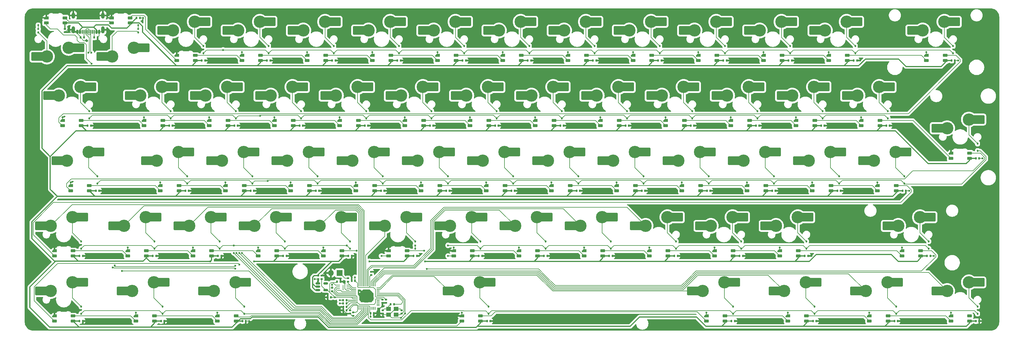
<source format=gbr>
%TF.GenerationSoftware,KiCad,Pcbnew,8.0.3*%
%TF.CreationDate,2024-10-13T01:02:16+08:00*%
%TF.ProjectId,PH60_Rev3,50483630-5f52-4657-9633-2e6b69636164,rev?*%
%TF.SameCoordinates,Original*%
%TF.FileFunction,Copper,L2,Bot*%
%TF.FilePolarity,Positive*%
%FSLAX46Y46*%
G04 Gerber Fmt 4.6, Leading zero omitted, Abs format (unit mm)*
G04 Created by KiCad (PCBNEW 8.0.3) date 2024-10-13 01:02:16*
%MOMM*%
%LPD*%
G01*
G04 APERTURE LIST*
G04 Aperture macros list*
%AMRoundRect*
0 Rectangle with rounded corners*
0 $1 Rounding radius*
0 $2 $3 $4 $5 $6 $7 $8 $9 X,Y pos of 4 corners*
0 Add a 4 corners polygon primitive as box body*
4,1,4,$2,$3,$4,$5,$6,$7,$8,$9,$2,$3,0*
0 Add four circle primitives for the rounded corners*
1,1,$1+$1,$2,$3*
1,1,$1+$1,$4,$5*
1,1,$1+$1,$6,$7*
1,1,$1+$1,$8,$9*
0 Add four rect primitives between the rounded corners*
20,1,$1+$1,$2,$3,$4,$5,0*
20,1,$1+$1,$4,$5,$6,$7,0*
20,1,$1+$1,$6,$7,$8,$9,0*
20,1,$1+$1,$8,$9,$2,$3,0*%
%AMFreePoly0*
4,1,18,-0.410000,0.593000,-0.403758,0.624380,-0.385983,0.650983,-0.359380,0.668758,-0.328000,0.675000,0.328000,0.675000,0.359380,0.668758,0.385983,0.650983,0.403758,0.624380,0.410000,0.593000,0.410000,-0.593000,0.403758,-0.624380,0.385983,-0.650983,0.359380,-0.668758,0.328000,-0.675000,0.000000,-0.675000,-0.410000,-0.265000,-0.410000,0.593000,-0.410000,0.593000,$1*%
G04 Aperture macros list end*
%TA.AperFunction,SMDPad,CuDef*%
%ADD10RoundRect,0.250000X-1.525000X-1.000000X1.525000X-1.000000X1.525000X1.000000X-1.525000X1.000000X0*%
%TD*%
%TA.AperFunction,ComponentPad*%
%ADD11C,3.600000*%
%TD*%
%TA.AperFunction,SMDPad,CuDef*%
%ADD12RoundRect,0.250000X1.525000X1.000000X-1.525000X1.000000X-1.525000X-1.000000X1.525000X-1.000000X0*%
%TD*%
%TA.AperFunction,SMDPad,CuDef*%
%ADD13RoundRect,0.140000X-0.140000X-0.170000X0.140000X-0.170000X0.140000X0.170000X-0.140000X0.170000X0*%
%TD*%
%TA.AperFunction,SMDPad,CuDef*%
%ADD14RoundRect,0.112500X0.112500X-0.187500X0.112500X0.187500X-0.112500X0.187500X-0.112500X-0.187500X0*%
%TD*%
%TA.AperFunction,SMDPad,CuDef*%
%ADD15RoundRect,0.082000X-0.593000X0.328000X-0.593000X-0.328000X0.593000X-0.328000X0.593000X0.328000X0*%
%TD*%
%TA.AperFunction,SMDPad,CuDef*%
%ADD16FreePoly0,270.000000*%
%TD*%
%TA.AperFunction,SMDPad,CuDef*%
%ADD17RoundRect,0.140000X-0.170000X0.140000X-0.170000X-0.140000X0.170000X-0.140000X0.170000X0.140000X0*%
%TD*%
%TA.AperFunction,SMDPad,CuDef*%
%ADD18RoundRect,0.140000X0.140000X0.170000X-0.140000X0.170000X-0.140000X-0.170000X0.140000X-0.170000X0*%
%TD*%
%TA.AperFunction,SMDPad,CuDef*%
%ADD19RoundRect,0.140000X0.170000X-0.140000X0.170000X0.140000X-0.170000X0.140000X-0.170000X-0.140000X0*%
%TD*%
%TA.AperFunction,SMDPad,CuDef*%
%ADD20RoundRect,0.050000X-0.050000X0.387500X-0.050000X-0.387500X0.050000X-0.387500X0.050000X0.387500X0*%
%TD*%
%TA.AperFunction,SMDPad,CuDef*%
%ADD21RoundRect,0.050000X-0.387500X0.050000X-0.387500X-0.050000X0.387500X-0.050000X0.387500X0.050000X0*%
%TD*%
%TA.AperFunction,HeatsinkPad*%
%ADD22C,0.500000*%
%TD*%
%TA.AperFunction,HeatsinkPad*%
%ADD23R,3.200000X3.200000*%
%TD*%
%TA.AperFunction,SMDPad,CuDef*%
%ADD24RoundRect,0.135000X-0.135000X-0.185000X0.135000X-0.185000X0.135000X0.185000X-0.135000X0.185000X0*%
%TD*%
%TA.AperFunction,SMDPad,CuDef*%
%ADD25RoundRect,0.112500X-0.112500X0.187500X-0.112500X-0.187500X0.112500X-0.187500X0.112500X0.187500X0*%
%TD*%
%TA.AperFunction,SMDPad,CuDef*%
%ADD26RoundRect,0.135000X0.135000X0.185000X-0.135000X0.185000X-0.135000X-0.185000X0.135000X-0.185000X0*%
%TD*%
%TA.AperFunction,ComponentPad*%
%ADD27R,1.700000X1.700000*%
%TD*%
%TA.AperFunction,ComponentPad*%
%ADD28O,1.700000X1.700000*%
%TD*%
%TA.AperFunction,SMDPad,CuDef*%
%ADD29RoundRect,0.062500X0.387500X0.062500X-0.387500X0.062500X-0.387500X-0.062500X0.387500X-0.062500X0*%
%TD*%
%TA.AperFunction,HeatsinkPad*%
%ADD30R,0.200000X1.600000*%
%TD*%
%TA.AperFunction,SMDPad,CuDef*%
%ADD31RoundRect,0.135000X-0.185000X0.135000X-0.185000X-0.135000X0.185000X-0.135000X0.185000X0.135000X0*%
%TD*%
%TA.AperFunction,SMDPad,CuDef*%
%ADD32RoundRect,0.150000X-0.150000X-0.425000X0.150000X-0.425000X0.150000X0.425000X-0.150000X0.425000X0*%
%TD*%
%TA.AperFunction,SMDPad,CuDef*%
%ADD33RoundRect,0.075000X-0.075000X-0.500000X0.075000X-0.500000X0.075000X0.500000X-0.075000X0.500000X0*%
%TD*%
%TA.AperFunction,ComponentPad*%
%ADD34O,1.000000X1.800000*%
%TD*%
%TA.AperFunction,ComponentPad*%
%ADD35O,1.000000X2.100000*%
%TD*%
%TA.AperFunction,SMDPad,CuDef*%
%ADD36RoundRect,0.150000X-0.512500X-0.150000X0.512500X-0.150000X0.512500X0.150000X-0.512500X0.150000X0*%
%TD*%
%TA.AperFunction,SMDPad,CuDef*%
%ADD37R,1.400000X1.200000*%
%TD*%
%TA.AperFunction,ViaPad*%
%ADD38C,0.600000*%
%TD*%
%TA.AperFunction,Conductor*%
%ADD39C,0.200000*%
%TD*%
%TA.AperFunction,Conductor*%
%ADD40C,0.300000*%
%TD*%
G04 APERTURE END LIST*
D10*
%TO.P,S30,1,1*%
%TO.N,col_1*%
X64852500Y-73660000D03*
D11*
X67627500Y-73660000D03*
%TO.P,S30,2,2*%
%TO.N,Net-(D30-A)*%
X73977500Y-71120000D03*
D10*
X76757500Y-71120000D03*
%TD*%
%TO.P,S27,1,1*%
%TO.N,col_12*%
X269640000Y-54610000D03*
D11*
X272415000Y-54610000D03*
%TO.P,S27,2,2*%
%TO.N,Net-(D27-A)*%
X278765000Y-52070000D03*
D10*
X281545000Y-52070000D03*
%TD*%
%TO.P,S42,1,1*%
%TO.N,col_0*%
X33896250Y-92710000D03*
D11*
X36671250Y-92710000D03*
%TO.P,S42,2,2*%
%TO.N,Net-(D42-A)*%
X43021250Y-90170000D03*
D10*
X45801250Y-90170000D03*
%TD*%
%TO.P,S32,1,1*%
%TO.N,col_3*%
X102952500Y-73660000D03*
D11*
X105727500Y-73660000D03*
%TO.P,S32,2,2*%
%TO.N,Net-(D32-A)*%
X112077500Y-71120000D03*
D10*
X114857500Y-71120000D03*
%TD*%
%TO.P,S38,1,1*%
%TO.N,col_9*%
X217252500Y-73660000D03*
D11*
X220027500Y-73660000D03*
%TO.P,S38,2,2*%
%TO.N,Net-(D38-A)*%
X226377500Y-71120000D03*
D10*
X229157500Y-71120000D03*
%TD*%
%TO.P,S35,1,1*%
%TO.N,col_6*%
X160102500Y-73660000D03*
D11*
X162877500Y-73660000D03*
%TO.P,S35,2,2*%
%TO.N,Net-(D35-A)*%
X169227500Y-71120000D03*
D10*
X172007500Y-71120000D03*
%TD*%
%TO.P,S4,1,1*%
%TO.N,col_3*%
X88665000Y-35560000D03*
D11*
X91440000Y-35560000D03*
%TO.P,S4,2,2*%
%TO.N,Net-(D4-A)*%
X97790000Y-33020000D03*
D10*
X100570000Y-33020000D03*
%TD*%
D12*
%TO.P,S2,1,1*%
%TO.N,col_1*%
X63735000Y-40640000D03*
D11*
X60960000Y-40640000D03*
%TO.P,S2,2,2*%
%TO.N,Net-(D2-A)*%
X54610000Y-43180000D03*
D12*
X51830000Y-43180000D03*
%TD*%
D10*
%TO.P,S22,1,1*%
%TO.N,col_7*%
X174390000Y-54610000D03*
D11*
X177165000Y-54610000D03*
%TO.P,S22,2,2*%
%TO.N,Net-(D22-A)*%
X183515000Y-52070000D03*
D10*
X186295000Y-52070000D03*
%TD*%
%TO.P,S28,1,1*%
%TO.N,col_13*%
X295833750Y-64135000D03*
D11*
X298608750Y-64135000D03*
%TO.P,S28,2,2*%
%TO.N,Net-(D28-A)*%
X304958750Y-61595000D03*
D10*
X307738750Y-61595000D03*
%TD*%
%TO.P,S46,1,1*%
%TO.N,col_4*%
X112477500Y-92710000D03*
D11*
X115252500Y-92710000D03*
%TO.P,S46,2,2*%
%TO.N,Net-(D46-A)*%
X121602500Y-90170000D03*
D10*
X124382500Y-90170000D03*
%TD*%
D12*
%TO.P,S1,1,1*%
%TO.N,col_0*%
X44685000Y-40640000D03*
D11*
X41910000Y-40640000D03*
%TO.P,S1,2,2*%
%TO.N,Net-(D1-A)*%
X35560000Y-43180000D03*
D12*
X32780000Y-43180000D03*
%TD*%
D10*
%TO.P,S54,1,1*%
%TO.N,col_13*%
X281546250Y-92710000D03*
D11*
X284321250Y-92710000D03*
%TO.P,S54,2,2*%
%TO.N,Net-(D54-A)*%
X290671250Y-90170000D03*
D10*
X293451250Y-90170000D03*
%TD*%
%TO.P,S10,1,1*%
%TO.N,col_9*%
X202965000Y-35560000D03*
D11*
X205740000Y-35560000D03*
%TO.P,S10,2,2*%
%TO.N,Net-(D10-A)*%
X212090000Y-33020000D03*
D10*
X214870000Y-33020000D03*
%TD*%
%TO.P,S34,1,1*%
%TO.N,col_5*%
X141052500Y-73660000D03*
D11*
X143827500Y-73660000D03*
%TO.P,S34,2,2*%
%TO.N,Net-(D34-A)*%
X150177500Y-71120000D03*
D10*
X152957500Y-71120000D03*
%TD*%
%TO.P,S15,1,1*%
%TO.N,col_0*%
X36277500Y-54610000D03*
D11*
X39052500Y-54610000D03*
%TO.P,S15,2,2*%
%TO.N,Net-(D15-A)*%
X45402500Y-52070000D03*
D10*
X48182500Y-52070000D03*
%TD*%
%TO.P,S56,1,1*%
%TO.N,col_1*%
X57708750Y-111760000D03*
D11*
X60483750Y-111760000D03*
%TO.P,S56,2,2*%
%TO.N,Net-(D56-A)*%
X66833750Y-109220000D03*
D10*
X69613750Y-109220000D03*
%TD*%
%TO.P,S20,1,1*%
%TO.N,col_5*%
X136290000Y-54610000D03*
D11*
X139065000Y-54610000D03*
%TO.P,S20,2,2*%
%TO.N,Net-(D20-A)*%
X145415000Y-52070000D03*
D10*
X148195000Y-52070000D03*
%TD*%
%TO.P,S17,1,1*%
%TO.N,col_2*%
X79140000Y-54610000D03*
D11*
X81915000Y-54610000D03*
%TO.P,S17,2,2*%
%TO.N,Net-(D17-A)*%
X88265000Y-52070000D03*
D10*
X91045000Y-52070000D03*
%TD*%
%TO.P,S31,1,1*%
%TO.N,col_2*%
X83902500Y-73660000D03*
D11*
X86677500Y-73660000D03*
%TO.P,S31,2,2*%
%TO.N,Net-(D31-A)*%
X93027500Y-71120000D03*
D10*
X95807500Y-71120000D03*
%TD*%
%TO.P,S48,1,1*%
%TO.N,col_6*%
X150577500Y-92710000D03*
D11*
X153352500Y-92710000D03*
%TO.P,S48,2,2*%
%TO.N,Net-(D48-A)*%
X159702500Y-90170000D03*
D10*
X162482500Y-90170000D03*
%TD*%
%TO.P,S51,1,1*%
%TO.N,col_9*%
X207727500Y-92710000D03*
D11*
X210502500Y-92710000D03*
%TO.P,S51,2,2*%
%TO.N,Net-(D51-A)*%
X216852500Y-90170000D03*
D10*
X219632500Y-90170000D03*
%TD*%
%TO.P,S23,1,1*%
%TO.N,col_8*%
X193440000Y-54610000D03*
D11*
X196215000Y-54610000D03*
%TO.P,S23,2,2*%
%TO.N,Net-(D23-A)*%
X202565000Y-52070000D03*
D10*
X205345000Y-52070000D03*
%TD*%
%TO.P,S50,1,1*%
%TO.N,col_8*%
X188677500Y-92710000D03*
D11*
X191452500Y-92710000D03*
%TO.P,S50,2,2*%
%TO.N,Net-(D50-A)*%
X197802500Y-90170000D03*
D10*
X200582500Y-90170000D03*
%TD*%
%TO.P,S18,1,1*%
%TO.N,col_3*%
X98190000Y-54610000D03*
D11*
X100965000Y-54610000D03*
%TO.P,S18,2,2*%
%TO.N,Net-(D18-A)*%
X107315000Y-52070000D03*
D10*
X110095000Y-52070000D03*
%TD*%
%TO.P,S33,1,1*%
%TO.N,col_4*%
X122002500Y-73660000D03*
D11*
X124777500Y-73660000D03*
%TO.P,S33,2,2*%
%TO.N,Net-(D33-A)*%
X131127500Y-71120000D03*
D10*
X133907500Y-71120000D03*
%TD*%
%TO.P,S61,1,1*%
%TO.N,col_12*%
X272021250Y-111760000D03*
D11*
X274796250Y-111760000D03*
%TO.P,S61,2,2*%
%TO.N,Net-(D61-A)*%
X281146250Y-109220000D03*
D10*
X283926250Y-109220000D03*
%TD*%
%TO.P,S16,1,1*%
%TO.N,col_1*%
X60090000Y-54610000D03*
D11*
X62865000Y-54610000D03*
%TO.P,S16,2,2*%
%TO.N,Net-(D16-A)*%
X69215000Y-52070000D03*
D10*
X71995000Y-52070000D03*
%TD*%
%TO.P,S60,1,1*%
%TO.N,col_11*%
X248208750Y-111760000D03*
D11*
X250983750Y-111760000D03*
%TO.P,S60,2,2*%
%TO.N,Net-(D60-A)*%
X257333750Y-109220000D03*
D10*
X260113750Y-109220000D03*
%TD*%
%TO.P,S58,1,1*%
%TO.N,col_6*%
X152958750Y-111760000D03*
D11*
X155733750Y-111760000D03*
%TO.P,S58,2,2*%
%TO.N,Net-(D58-A)*%
X162083750Y-109220000D03*
D10*
X164863750Y-109220000D03*
%TD*%
%TO.P,S24,1,1*%
%TO.N,col_9*%
X212490000Y-54610000D03*
D11*
X215265000Y-54610000D03*
%TO.P,S24,2,2*%
%TO.N,Net-(D24-A)*%
X221615000Y-52070000D03*
D10*
X224395000Y-52070000D03*
%TD*%
%TO.P,S29,1,1*%
%TO.N,col_0*%
X38658750Y-73660000D03*
D11*
X41433750Y-73660000D03*
%TO.P,S29,2,2*%
%TO.N,Net-(D29-A)*%
X47783750Y-71120000D03*
D10*
X50563750Y-71120000D03*
%TD*%
%TO.P,S37,1,1*%
%TO.N,col_8*%
X198202500Y-73660000D03*
D11*
X200977500Y-73660000D03*
%TO.P,S37,2,2*%
%TO.N,Net-(D37-A)*%
X207327500Y-71120000D03*
D10*
X210107500Y-71120000D03*
%TD*%
%TO.P,S43,1,1*%
%TO.N,col_1*%
X55327500Y-92710000D03*
D11*
X58102500Y-92710000D03*
%TO.P,S43,2,2*%
%TO.N,Net-(D43-A)*%
X64452500Y-90170000D03*
D10*
X67232500Y-90170000D03*
%TD*%
%TO.P,S3,1,1*%
%TO.N,col_2*%
X69615000Y-35560000D03*
D11*
X72390000Y-35560000D03*
%TO.P,S3,2,2*%
%TO.N,Net-(D3-A)*%
X78740000Y-33020000D03*
D10*
X81520000Y-33020000D03*
%TD*%
%TO.P,S36,1,1*%
%TO.N,col_7*%
X179152500Y-73660000D03*
D11*
X181927500Y-73660000D03*
%TO.P,S36,2,2*%
%TO.N,Net-(D36-A)*%
X188277500Y-71120000D03*
D10*
X191057500Y-71120000D03*
%TD*%
%TO.P,S6,1,1*%
%TO.N,col_5*%
X126765000Y-35560000D03*
D11*
X129540000Y-35560000D03*
%TO.P,S6,2,2*%
%TO.N,Net-(D6-A)*%
X135890000Y-33020000D03*
D10*
X138670000Y-33020000D03*
%TD*%
%TO.P,S55,1,1*%
%TO.N,col_0*%
X33896250Y-111760000D03*
D11*
X36671250Y-111760000D03*
%TO.P,S55,2,2*%
%TO.N,Net-(D55-A)*%
X43021250Y-109220000D03*
D10*
X45801250Y-109220000D03*
%TD*%
%TO.P,S25,1,1*%
%TO.N,col_10*%
X231540000Y-54610000D03*
D11*
X234315000Y-54610000D03*
%TO.P,S25,2,2*%
%TO.N,Net-(D25-A)*%
X240665000Y-52070000D03*
D10*
X243445000Y-52070000D03*
%TD*%
%TO.P,S9,1,1*%
%TO.N,col_8*%
X183915000Y-35560000D03*
D11*
X186690000Y-35560000D03*
%TO.P,S9,2,2*%
%TO.N,Net-(D9-A)*%
X193040000Y-33020000D03*
D10*
X195820000Y-33020000D03*
%TD*%
%TO.P,S26,1,1*%
%TO.N,col_11*%
X250590000Y-54610000D03*
D11*
X253365000Y-54610000D03*
%TO.P,S26,2,2*%
%TO.N,Net-(D26-A)*%
X259715000Y-52070000D03*
D10*
X262495000Y-52070000D03*
%TD*%
%TO.P,S11,1,1*%
%TO.N,col_10*%
X222015000Y-35560000D03*
D11*
X224790000Y-35560000D03*
%TO.P,S11,2,2*%
%TO.N,Net-(D11-A)*%
X231140000Y-33020000D03*
D10*
X233920000Y-33020000D03*
%TD*%
%TO.P,S59,1,1*%
%TO.N,col_10*%
X224396250Y-111760000D03*
D11*
X227171250Y-111760000D03*
%TO.P,S59,2,2*%
%TO.N,Net-(D59-A)*%
X233521250Y-109220000D03*
D10*
X236301250Y-109220000D03*
%TD*%
%TO.P,S53,1,1*%
%TO.N,col_11*%
X245827500Y-92710000D03*
D11*
X248602500Y-92710000D03*
%TO.P,S53,2,2*%
%TO.N,Net-(D53-A)*%
X254952500Y-90170000D03*
D10*
X257732500Y-90170000D03*
%TD*%
%TO.P,S12,1,1*%
%TO.N,col_11*%
X241065000Y-35560000D03*
D11*
X243840000Y-35560000D03*
%TO.P,S12,2,2*%
%TO.N,Net-(D12-A)*%
X250190000Y-33020000D03*
D10*
X252970000Y-33020000D03*
%TD*%
%TO.P,S57,1,1*%
%TO.N,col_2*%
X81521250Y-111760000D03*
D11*
X84296250Y-111760000D03*
%TO.P,S57,2,2*%
%TO.N,Net-(D57-A)*%
X90646250Y-109220000D03*
D10*
X93426250Y-109220000D03*
%TD*%
%TO.P,S8,1,1*%
%TO.N,col_7*%
X164865000Y-35560000D03*
D11*
X167640000Y-35560000D03*
%TO.P,S8,2,2*%
%TO.N,Net-(D8-A)*%
X173990000Y-33020000D03*
D10*
X176770000Y-33020000D03*
%TD*%
%TO.P,S13,1,1*%
%TO.N,col_12*%
X260115000Y-35560000D03*
D11*
X262890000Y-35560000D03*
%TO.P,S13,2,2*%
%TO.N,Net-(D13-A)*%
X269240000Y-33020000D03*
D10*
X272020000Y-33020000D03*
%TD*%
%TO.P,S14,1,1*%
%TO.N,col_13*%
X288690000Y-35560000D03*
D11*
X291465000Y-35560000D03*
%TO.P,S14,2,2*%
%TO.N,Net-(D14-A)*%
X297815000Y-33020000D03*
D10*
X300595000Y-33020000D03*
%TD*%
%TO.P,S21,1,1*%
%TO.N,col_6*%
X155340000Y-54610000D03*
D11*
X158115000Y-54610000D03*
%TO.P,S21,2,2*%
%TO.N,Net-(D21-A)*%
X164465000Y-52070000D03*
D10*
X167245000Y-52070000D03*
%TD*%
%TO.P,S19,1,1*%
%TO.N,col_4*%
X117240000Y-54610000D03*
D11*
X120015000Y-54610000D03*
%TO.P,S19,2,2*%
%TO.N,Net-(D19-A)*%
X126365000Y-52070000D03*
D10*
X129145000Y-52070000D03*
%TD*%
%TO.P,S5,1,1*%
%TO.N,col_4*%
X107715000Y-35560000D03*
D11*
X110490000Y-35560000D03*
%TO.P,S5,2,2*%
%TO.N,Net-(D5-A)*%
X116840000Y-33020000D03*
D10*
X119620000Y-33020000D03*
%TD*%
%TO.P,S45,1,1*%
%TO.N,col_3*%
X93427500Y-92710000D03*
D11*
X96202500Y-92710000D03*
%TO.P,S45,2,2*%
%TO.N,Net-(D45-A)*%
X102552500Y-90170000D03*
D10*
X105332500Y-90170000D03*
%TD*%
%TO.P,S62,1,1*%
%TO.N,col_13*%
X295833750Y-111760000D03*
D11*
X298608750Y-111760000D03*
%TO.P,S62,2,2*%
%TO.N,Net-(D62-A)*%
X304958750Y-109220000D03*
D10*
X307738750Y-109220000D03*
%TD*%
%TO.P,S52,1,1*%
%TO.N,col_10*%
X226777500Y-92710000D03*
D11*
X229552500Y-92710000D03*
%TO.P,S52,2,2*%
%TO.N,Net-(D52-A)*%
X235902500Y-90170000D03*
D10*
X238682500Y-90170000D03*
%TD*%
%TO.P,S7,1,1*%
%TO.N,col_6*%
X145815000Y-35560000D03*
D11*
X148590000Y-35560000D03*
%TO.P,S7,2,2*%
%TO.N,Net-(D7-A)*%
X154940000Y-33020000D03*
D10*
X157720000Y-33020000D03*
%TD*%
%TO.P,S41,1,1*%
%TO.N,col_12*%
X274402500Y-73660000D03*
D11*
X277177500Y-73660000D03*
%TO.P,S41,2,2*%
%TO.N,Net-(D41-A)*%
X283527500Y-71120000D03*
D10*
X286307500Y-71120000D03*
%TD*%
%TO.P,S49,1,1*%
%TO.N,col_7*%
X169627500Y-92710000D03*
D11*
X172402500Y-92710000D03*
%TO.P,S49,2,2*%
%TO.N,Net-(D49-A)*%
X178752500Y-90170000D03*
D10*
X181532500Y-90170000D03*
%TD*%
%TO.P,S44,1,1*%
%TO.N,col_2*%
X74377500Y-92710000D03*
D11*
X77152500Y-92710000D03*
%TO.P,S44,2,2*%
%TO.N,Net-(D44-A)*%
X83502500Y-90170000D03*
D10*
X86282500Y-90170000D03*
%TD*%
%TO.P,S39,1,1*%
%TO.N,col_10*%
X236302500Y-73660000D03*
D11*
X239077500Y-73660000D03*
%TO.P,S39,2,2*%
%TO.N,Net-(D39-A)*%
X245427500Y-71120000D03*
D10*
X248207500Y-71120000D03*
%TD*%
%TO.P,S40,1,1*%
%TO.N,col_11*%
X255352500Y-73660000D03*
D11*
X258127500Y-73660000D03*
%TO.P,S40,2,2*%
%TO.N,Net-(D40-A)*%
X264477500Y-71120000D03*
D10*
X267257500Y-71120000D03*
%TD*%
%TO.P,S47,1,1*%
%TO.N,col_5*%
X131527500Y-92710000D03*
D11*
X134302500Y-92710000D03*
%TO.P,S47,2,2*%
%TO.N,Net-(D47-A)*%
X140652500Y-90170000D03*
D10*
X143432500Y-90170000D03*
%TD*%
D13*
%TO.P,RGBC15,1*%
%TO.N,VBUS*%
X47462500Y-63400000D03*
%TO.P,RGBC15,2*%
%TO.N,GND*%
X48422500Y-63400000D03*
%TD*%
D14*
%TO.P,D21,1,K*%
%TO.N,row_1*%
X167005000Y-61230000D03*
%TO.P,D21,2,A*%
%TO.N,Net-(D21-A)*%
X167005000Y-59130000D03*
%TD*%
D13*
%TO.P,RGBC49,1*%
%TO.N,VBUS*%
X180812500Y-101500000D03*
%TO.P,RGBC49,2*%
%TO.N,GND*%
X181772500Y-101500000D03*
%TD*%
%TO.P,RGBC28,1*%
%TO.N,VBUS*%
X307018750Y-72925000D03*
%TO.P,RGBC28,2*%
%TO.N,GND*%
X307978750Y-72925000D03*
%TD*%
D15*
%TO.P,RGB20,1,VDD*%
%TO.N,VBUS*%
X145600000Y-63400000D03*
%TO.P,RGB20,2,DOUT*%
%TO.N,Net-(RGB20-DOUT)*%
X145600000Y-61900000D03*
D16*
%TO.P,RGB20,3,VSS*%
%TO.N,GND*%
X140150000Y-61900000D03*
D15*
%TO.P,RGB20,4,DIN*%
%TO.N,Net-(RGB19-DOUT)*%
X140150000Y-63400000D03*
%TD*%
D17*
%TO.P,C13,1*%
%TO.N,+3V3*%
X125087500Y-118020000D03*
%TO.P,C13,2*%
%TO.N,GND*%
X125087500Y-118980000D03*
%TD*%
%TO.P,C3,1*%
%TO.N,Net-(C3-Pad1)*%
X133737500Y-117370000D03*
%TO.P,C3,2*%
%TO.N,GND*%
X133737500Y-118330000D03*
%TD*%
D14*
%TO.P,D46,1,K*%
%TO.N,row_3*%
X124142500Y-99330000D03*
%TO.P,D46,2,A*%
%TO.N,Net-(D46-A)*%
X124142500Y-97230000D03*
%TD*%
D13*
%TO.P,RGBC58,1*%
%TO.N,VBUS*%
X164143750Y-120550000D03*
%TO.P,RGBC58,2*%
%TO.N,GND*%
X165103750Y-120550000D03*
%TD*%
%TO.P,RGBC14,1*%
%TO.N,VBUS*%
X299875000Y-44350000D03*
%TO.P,RGBC14,2*%
%TO.N,GND*%
X300835000Y-44350000D03*
%TD*%
D14*
%TO.P,D55,1,K*%
%TO.N,row_4*%
X45561250Y-118380000D03*
%TO.P,D55,2,A*%
%TO.N,Net-(D55-A)*%
X45561250Y-116280000D03*
%TD*%
D15*
%TO.P,RGB58,1,VDD*%
%TO.N,VBUS*%
X162268750Y-120550000D03*
%TO.P,RGB58,2,DOUT*%
%TO.N,Net-(RGB58-DOUT)*%
X162268750Y-119050000D03*
D16*
%TO.P,RGB58,3,VSS*%
%TO.N,GND*%
X156818750Y-119050000D03*
D15*
%TO.P,RGB58,4,DIN*%
%TO.N,Net-(RGB57-DOUT)*%
X156818750Y-120550000D03*
%TD*%
%TO.P,RGB14,1,VDD*%
%TO.N,VBUS*%
X298000000Y-44350000D03*
%TO.P,RGB14,2,DOUT*%
%TO.N,Net-(RGB14-DOUT)*%
X298000000Y-42850000D03*
D16*
%TO.P,RGB14,3,VSS*%
%TO.N,GND*%
X292550000Y-42850000D03*
D15*
%TO.P,RGB14,4,DIN*%
%TO.N,Net-(RGB13-DOUT)*%
X292550000Y-44350000D03*
%TD*%
D13*
%TO.P,RGBC21,1*%
%TO.N,VBUS*%
X166525000Y-63400000D03*
%TO.P,RGBC21,2*%
%TO.N,GND*%
X167485000Y-63400000D03*
%TD*%
D18*
%TO.P,C8,1*%
%TO.N,+1V1*%
X123121814Y-116400000D03*
%TO.P,C8,2*%
%TO.N,GND*%
X122161814Y-116400000D03*
%TD*%
D17*
%TO.P,C1,1*%
%TO.N,VBUS*%
X114837500Y-107270000D03*
%TO.P,C1,2*%
%TO.N,GND*%
X114837500Y-108230000D03*
%TD*%
D19*
%TO.P,C4,1*%
%TO.N,+3V3*%
X115837500Y-108230000D03*
%TO.P,C4,2*%
%TO.N,GND*%
X115837500Y-107270000D03*
%TD*%
D15*
%TO.P,RGB55,1,VDD*%
%TO.N,VBUS*%
X43206250Y-120550000D03*
%TO.P,RGB55,2,DOUT*%
%TO.N,Net-(RGB55-DOUT)*%
X43206250Y-119050000D03*
D16*
%TO.P,RGB55,3,VSS*%
%TO.N,GND*%
X37756250Y-119050000D03*
D15*
%TO.P,RGB55,4,DIN*%
%TO.N,Net-(RGB54-DOUT)*%
X37756250Y-120550000D03*
%TD*%
D14*
%TO.P,D7,1,K*%
%TO.N,row_0*%
X157480000Y-42180000D03*
%TO.P,D7,2,A*%
%TO.N,Net-(D7-A)*%
X157480000Y-40080000D03*
%TD*%
D20*
%TO.P,U3,1,IOVDD*%
%TO.N,+3V3*%
X126300000Y-109962500D03*
%TO.P,U3,2,GPIO0*%
%TO.N,col_4*%
X126700000Y-109962500D03*
%TO.P,U3,3,GPIO1*%
%TO.N,col_3*%
X127100000Y-109962500D03*
%TO.P,U3,4,GPIO2*%
%TO.N,col_2*%
X127500000Y-109962500D03*
%TO.P,U3,5,GPIO3*%
%TO.N,col_1*%
X127900000Y-109962500D03*
%TO.P,U3,6,GPIO4*%
%TO.N,col_0*%
X128300000Y-109962500D03*
%TO.P,U3,7,GPIO5*%
%TO.N,col_5*%
X128700000Y-109962500D03*
%TO.P,U3,8,GPIO6*%
%TO.N,col_9*%
X129100000Y-109962500D03*
%TO.P,U3,9,GPIO7*%
%TO.N,col_8*%
X129500000Y-109962500D03*
%TO.P,U3,10,IOVDD*%
%TO.N,+3V3*%
X129900000Y-109962500D03*
%TO.P,U3,11,GPIO8*%
%TO.N,col_7*%
X130300000Y-109962500D03*
%TO.P,U3,12,GPIO9*%
%TO.N,col_13*%
X130700000Y-109962500D03*
%TO.P,U3,13,GPIO10*%
%TO.N,col_12*%
X131100000Y-109962500D03*
%TO.P,U3,14,GPIO11*%
%TO.N,col_11*%
X131500000Y-109962500D03*
D21*
%TO.P,U3,15,GPIO12*%
%TO.N,col_10*%
X132337500Y-110800000D03*
%TO.P,U3,16,GPIO13*%
%TO.N,col_6*%
X132337500Y-111200000D03*
%TO.P,U3,17,GPIO14*%
%TO.N,unconnected-(U3-GPIO14-Pad17)*%
X132337500Y-111600000D03*
%TO.P,U3,18,GPIO15*%
%TO.N,unconnected-(U3-GPIO15-Pad18)*%
X132337500Y-112000000D03*
%TO.P,U3,19,TESTEN*%
%TO.N,GND*%
X132337500Y-112400000D03*
%TO.P,U3,20,XIN*%
%TO.N,/XIN*%
X132337500Y-112800000D03*
%TO.P,U3,21,XOUT*%
%TO.N,/XOUT*%
X132337500Y-113200000D03*
%TO.P,U3,22,IOVDD*%
%TO.N,+3V3*%
X132337500Y-113600000D03*
%TO.P,U3,23,DVDD*%
%TO.N,+1V1*%
X132337500Y-114000000D03*
%TO.P,U3,24,SWCLK*%
%TO.N,/SWCLK*%
X132337500Y-114400000D03*
%TO.P,U3,25,SWD*%
%TO.N,/SWD*%
X132337500Y-114800000D03*
%TO.P,U3,26,RUN*%
%TO.N,unconnected-(U3-RUN-Pad26)*%
X132337500Y-115200000D03*
%TO.P,U3,27,GPIO16*%
%TO.N,unconnected-(U3-GPIO16-Pad27)*%
X132337500Y-115600000D03*
%TO.P,U3,28,GPIO17*%
%TO.N,unconnected-(U3-GPIO17-Pad28)*%
X132337500Y-116000000D03*
D20*
%TO.P,U3,29,GPIO18*%
%TO.N,unconnected-(U3-GPIO18-Pad29)*%
X131500000Y-116837500D03*
%TO.P,U3,30,GPIO19*%
%TO.N,unconnected-(U3-GPIO19-Pad30)*%
X131100000Y-116837500D03*
%TO.P,U3,31,GPIO20*%
%TO.N,unconnected-(U3-GPIO20-Pad31)*%
X130700000Y-116837500D03*
%TO.P,U3,32,GPIO21*%
%TO.N,unconnected-(U3-GPIO21-Pad32)*%
X130300000Y-116837500D03*
%TO.P,U3,33,IOVDD*%
%TO.N,+3V3*%
X129900000Y-116837500D03*
%TO.P,U3,34,GPIO22*%
%TO.N,row_4*%
X129500000Y-116837500D03*
%TO.P,U3,35,GPIO23*%
%TO.N,DIN*%
X129100000Y-116837500D03*
%TO.P,U3,36,GPIO24*%
%TO.N,row_3*%
X128700000Y-116837500D03*
%TO.P,U3,37,GPIO25*%
%TO.N,row_2*%
X128300000Y-116837500D03*
%TO.P,U3,38,GPIO26_ADC0*%
%TO.N,row_1*%
X127900000Y-116837500D03*
%TO.P,U3,39,GPIO27_ADC1*%
%TO.N,row_0*%
X127500000Y-116837500D03*
%TO.P,U3,40,GPIO28_ADC2*%
%TO.N,unconnected-(U3-GPIO28_ADC2-Pad40)*%
X127100000Y-116837500D03*
%TO.P,U3,41,GPIO29_ADC3*%
%TO.N,unconnected-(U3-GPIO29_ADC3-Pad41)*%
X126700000Y-116837500D03*
%TO.P,U3,42,IOVDD*%
%TO.N,+3V3*%
X126300000Y-116837500D03*
D21*
%TO.P,U3,43,ADC_AVDD*%
X125462500Y-116000000D03*
%TO.P,U3,44,VREG_IN*%
X125462500Y-115600000D03*
%TO.P,U3,45,VREG_VOUT*%
%TO.N,+1V1*%
X125462500Y-115200000D03*
%TO.P,U3,46,USB_DM*%
%TO.N,Net-(U3-USB_DM)*%
X125462500Y-114800000D03*
%TO.P,U3,47,USB_DP*%
%TO.N,Net-(U3-USB_DP)*%
X125462500Y-114400000D03*
%TO.P,U3,48,USB_VDD*%
%TO.N,+3V3*%
X125462500Y-114000000D03*
%TO.P,U3,49,IOVDD*%
X125462500Y-113600000D03*
%TO.P,U3,50,DVDD*%
%TO.N,+1V1*%
X125462500Y-113200000D03*
%TO.P,U3,51,QSPI_SD3*%
%TO.N,/QSPI_SD3*%
X125462500Y-112800000D03*
%TO.P,U3,52,QSPI_SCLK*%
%TO.N,/QSPI_SCLK*%
X125462500Y-112400000D03*
%TO.P,U3,53,QSPI_SD0*%
%TO.N,/QSPI_SD0*%
X125462500Y-112000000D03*
%TO.P,U3,54,QSPI_SD2*%
%TO.N,/QSPI_SD2*%
X125462500Y-111600000D03*
%TO.P,U3,55,QSPI_SD1*%
%TO.N,/QSPI_SD1*%
X125462500Y-111200000D03*
%TO.P,U3,56,QSPI_SS*%
%TO.N,/QSPI_SS*%
X125462500Y-110800000D03*
D22*
%TO.P,U3,57,GND*%
%TO.N,GND*%
X130250000Y-112050000D03*
X127550000Y-112050000D03*
D23*
X128900000Y-113400000D03*
D22*
X130250000Y-114750000D03*
X127550000Y-114750000D03*
%TD*%
D14*
%TO.P,D15,1,K*%
%TO.N,row_1*%
X47942500Y-61230000D03*
%TO.P,D15,2,A*%
%TO.N,Net-(D15-A)*%
X47942500Y-59130000D03*
%TD*%
D15*
%TO.P,RGB57,1,VDD*%
%TO.N,VBUS*%
X90831250Y-120550000D03*
%TO.P,RGB57,2,DOUT*%
%TO.N,Net-(RGB57-DOUT)*%
X90831250Y-119050000D03*
D16*
%TO.P,RGB57,3,VSS*%
%TO.N,GND*%
X85381250Y-119050000D03*
D15*
%TO.P,RGB57,4,DIN*%
%TO.N,Net-(RGB56-DOUT)*%
X85381250Y-120550000D03*
%TD*%
D13*
%TO.P,RGBC62,1*%
%TO.N,VBUS*%
X307018750Y-120550000D03*
%TO.P,RGBC62,2*%
%TO.N,GND*%
X307978750Y-120550000D03*
%TD*%
D15*
%TO.P,RGB38,1,VDD*%
%TO.N,VBUS*%
X226562500Y-82450000D03*
%TO.P,RGB38,2,DOUT*%
%TO.N,Net-(RGB38-DOUT)*%
X226562500Y-80950000D03*
D16*
%TO.P,RGB38,3,VSS*%
%TO.N,GND*%
X221112500Y-80950000D03*
D15*
%TO.P,RGB38,4,DIN*%
%TO.N,Net-(RGB37-DOUT)*%
X221112500Y-82450000D03*
%TD*%
%TO.P,RGB37,1,VDD*%
%TO.N,VBUS*%
X207512500Y-82450000D03*
%TO.P,RGB37,2,DOUT*%
%TO.N,Net-(RGB37-DOUT)*%
X207512500Y-80950000D03*
D16*
%TO.P,RGB37,3,VSS*%
%TO.N,GND*%
X202062500Y-80950000D03*
D15*
%TO.P,RGB37,4,DIN*%
%TO.N,Net-(RGB36-DOUT)*%
X202062500Y-82450000D03*
%TD*%
D14*
%TO.P,D43,1,K*%
%TO.N,row_3*%
X66992500Y-99330000D03*
%TO.P,D43,2,A*%
%TO.N,Net-(D43-A)*%
X66992500Y-97230000D03*
%TD*%
D13*
%TO.P,RGBC34,1*%
%TO.N,VBUS*%
X152237500Y-82450000D03*
%TO.P,RGBC34,2*%
%TO.N,GND*%
X153197500Y-82450000D03*
%TD*%
D14*
%TO.P,D22,1,K*%
%TO.N,row_1*%
X186055000Y-61230000D03*
%TO.P,D22,2,A*%
%TO.N,Net-(D22-A)*%
X186055000Y-59130000D03*
%TD*%
%TO.P,D44,1,K*%
%TO.N,row_3*%
X86042500Y-99330000D03*
%TO.P,D44,2,A*%
%TO.N,Net-(D44-A)*%
X86042500Y-97230000D03*
%TD*%
D24*
%TO.P,R5,1*%
%TO.N,Net-(C3-Pad1)*%
X135977500Y-115600000D03*
%TO.P,R5,2*%
%TO.N,/XOUT*%
X136997500Y-115600000D03*
%TD*%
D15*
%TO.P,RGB52,1,VDD*%
%TO.N,VBUS*%
X236087500Y-101500000D03*
%TO.P,RGB52,2,DOUT*%
%TO.N,Net-(RGB52-DOUT)*%
X236087500Y-100000000D03*
D16*
%TO.P,RGB52,3,VSS*%
%TO.N,GND*%
X230637500Y-100000000D03*
D15*
%TO.P,RGB52,4,DIN*%
%TO.N,Net-(RGB51-DOUT)*%
X230637500Y-101500000D03*
%TD*%
D13*
%TO.P,RGBC51,1*%
%TO.N,VBUS*%
X218912500Y-101500000D03*
%TO.P,RGBC51,2*%
%TO.N,GND*%
X219872500Y-101500000D03*
%TD*%
D24*
%TO.P,R7,1*%
%TO.N,Net-(J1-CC2)*%
X49375000Y-37575000D03*
%TO.P,R7,2*%
%TO.N,GND*%
X50395000Y-37575000D03*
%TD*%
D14*
%TO.P,D58,1,K*%
%TO.N,row_4*%
X164623750Y-118380000D03*
%TO.P,D58,2,A*%
%TO.N,Net-(D58-A)*%
X164623750Y-116280000D03*
%TD*%
%TO.P,D20,1,K*%
%TO.N,row_1*%
X147955000Y-61230000D03*
%TO.P,D20,2,A*%
%TO.N,Net-(D20-A)*%
X147955000Y-59130000D03*
%TD*%
D15*
%TO.P,RGB3,1,VDD*%
%TO.N,VBUS*%
X78925000Y-44350000D03*
%TO.P,RGB3,2,DOUT*%
%TO.N,Net-(RGB3-DOUT)*%
X78925000Y-42850000D03*
D16*
%TO.P,RGB3,3,VSS*%
%TO.N,GND*%
X73475000Y-42850000D03*
D15*
%TO.P,RGB3,4,DIN*%
%TO.N,Net-(RGB2-DOUT)*%
X73475000Y-44350000D03*
%TD*%
D13*
%TO.P,RGBC32,1*%
%TO.N,VBUS*%
X114137500Y-82450000D03*
%TO.P,RGBC32,2*%
%TO.N,GND*%
X115097500Y-82450000D03*
%TD*%
D15*
%TO.P,RGB60,1,VDD*%
%TO.N,VBUS*%
X257518750Y-120550000D03*
%TO.P,RGB60,2,DOUT*%
%TO.N,Net-(RGB60-DOUT)*%
X257518750Y-119050000D03*
D16*
%TO.P,RGB60,3,VSS*%
%TO.N,GND*%
X252068750Y-119050000D03*
D15*
%TO.P,RGB60,4,DIN*%
%TO.N,Net-(RGB59-DOUT)*%
X252068750Y-120550000D03*
%TD*%
D13*
%TO.P,RGBC30,1*%
%TO.N,VBUS*%
X76037500Y-82450000D03*
%TO.P,RGBC30,2*%
%TO.N,GND*%
X76997500Y-82450000D03*
%TD*%
D15*
%TO.P,RGB5,1,VDD*%
%TO.N,VBUS*%
X117025000Y-44350000D03*
%TO.P,RGB5,2,DOUT*%
%TO.N,Net-(RGB5-DOUT)*%
X117025000Y-42850000D03*
D16*
%TO.P,RGB5,3,VSS*%
%TO.N,GND*%
X111575000Y-42850000D03*
D15*
%TO.P,RGB5,4,DIN*%
%TO.N,Net-(RGB4-DOUT)*%
X111575000Y-44350000D03*
%TD*%
%TO.P,RGB16,1,VDD*%
%TO.N,VBUS*%
X69400000Y-63400000D03*
%TO.P,RGB16,2,DOUT*%
%TO.N,Net-(RGB16-DOUT)*%
X69400000Y-61900000D03*
D16*
%TO.P,RGB16,3,VSS*%
%TO.N,GND*%
X63950000Y-61900000D03*
D15*
%TO.P,RGB16,4,DIN*%
%TO.N,Net-(RGB15-DOUT)*%
X63950000Y-63400000D03*
%TD*%
D14*
%TO.P,D19,1,K*%
%TO.N,row_1*%
X128905000Y-61230000D03*
%TO.P,D19,2,A*%
%TO.N,Net-(D19-A)*%
X128905000Y-59130000D03*
%TD*%
D18*
%TO.P,C16,1*%
%TO.N,+3V3*%
X118567500Y-113600000D03*
%TO.P,C16,2*%
%TO.N,GND*%
X117607500Y-113600000D03*
%TD*%
D14*
%TO.P,D4,1,K*%
%TO.N,row_0*%
X100330000Y-42180000D03*
%TO.P,D4,2,A*%
%TO.N,Net-(D4-A)*%
X100330000Y-40080000D03*
%TD*%
%TO.P,D13,1,K*%
%TO.N,row_0*%
X271780000Y-42180000D03*
%TO.P,D13,2,A*%
%TO.N,Net-(D13-A)*%
X271780000Y-40080000D03*
%TD*%
%TO.P,D29,1,K*%
%TO.N,row_2*%
X50323750Y-80280000D03*
%TO.P,D29,2,A*%
%TO.N,Net-(D29-A)*%
X50323750Y-78180000D03*
%TD*%
D15*
%TO.P,RGB24,1,VDD*%
%TO.N,VBUS*%
X221800000Y-63400000D03*
%TO.P,RGB24,2,DOUT*%
%TO.N,Net-(RGB24-DOUT)*%
X221800000Y-61900000D03*
D16*
%TO.P,RGB24,3,VSS*%
%TO.N,GND*%
X216350000Y-61900000D03*
D15*
%TO.P,RGB24,4,DIN*%
%TO.N,Net-(RGB23-DOUT)*%
X216350000Y-63400000D03*
%TD*%
D14*
%TO.P,D11,1,K*%
%TO.N,row_0*%
X233680000Y-42180000D03*
%TO.P,D11,2,A*%
%TO.N,Net-(D11-A)*%
X233680000Y-40080000D03*
%TD*%
D13*
%TO.P,C5,1*%
%TO.N,+3V3*%
X120357500Y-109000000D03*
%TO.P,C5,2*%
%TO.N,GND*%
X121317500Y-109000000D03*
%TD*%
D15*
%TO.P,RGB18,1,VDD*%
%TO.N,VBUS*%
X107500000Y-63400000D03*
%TO.P,RGB18,2,DOUT*%
%TO.N,Net-(RGB18-DOUT)*%
X107500000Y-61900000D03*
D16*
%TO.P,RGB18,3,VSS*%
%TO.N,GND*%
X102050000Y-61900000D03*
D15*
%TO.P,RGB18,4,DIN*%
%TO.N,Net-(RGB17-DOUT)*%
X102050000Y-63400000D03*
%TD*%
%TO.P,RGB27,1,VDD*%
%TO.N,VBUS*%
X278950000Y-63400000D03*
%TO.P,RGB27,2,DOUT*%
%TO.N,Net-(RGB27-DOUT)*%
X278950000Y-61900000D03*
D16*
%TO.P,RGB27,3,VSS*%
%TO.N,GND*%
X273500000Y-61900000D03*
D15*
%TO.P,RGB27,4,DIN*%
%TO.N,Net-(RGB26-DOUT)*%
X273500000Y-63400000D03*
%TD*%
%TO.P,RGB34,1,VDD*%
%TO.N,VBUS*%
X150362500Y-82450000D03*
%TO.P,RGB34,2,DOUT*%
%TO.N,Net-(RGB34-DOUT)*%
X150362500Y-80950000D03*
D16*
%TO.P,RGB34,3,VSS*%
%TO.N,GND*%
X144912500Y-80950000D03*
D15*
%TO.P,RGB34,4,DIN*%
%TO.N,Net-(RGB33-DOUT)*%
X144912500Y-82450000D03*
%TD*%
D13*
%TO.P,RGBC43,1*%
%TO.N,VBUS*%
X66512500Y-101500000D03*
%TO.P,RGBC43,2*%
%TO.N,GND*%
X67472500Y-101500000D03*
%TD*%
D15*
%TO.P,RGB47,1,VDD*%
%TO.N,VBUS*%
X140837500Y-101500000D03*
%TO.P,RGB47,2,DOUT*%
%TO.N,Net-(RGB47-DOUT)*%
X140837500Y-100000000D03*
D16*
%TO.P,RGB47,3,VSS*%
%TO.N,GND*%
X135387500Y-100000000D03*
D15*
%TO.P,RGB47,4,DIN*%
%TO.N,Net-(RGB46-DOUT)*%
X135387500Y-101500000D03*
%TD*%
D13*
%TO.P,C9,1*%
%TO.N,+3V3*%
X130107500Y-118250000D03*
%TO.P,C9,2*%
%TO.N,GND*%
X131067500Y-118250000D03*
%TD*%
D25*
%TO.P,D2,1,K*%
%TO.N,row_0*%
X62230000Y-34020000D03*
%TO.P,D2,2,A*%
%TO.N,Net-(D2-A)*%
X62230000Y-36120000D03*
%TD*%
D15*
%TO.P,RGB29,1,VDD*%
%TO.N,VBUS*%
X47968750Y-82450000D03*
%TO.P,RGB29,2,DOUT*%
%TO.N,Net-(RGB29-DOUT)*%
X47968750Y-80950000D03*
D16*
%TO.P,RGB29,3,VSS*%
%TO.N,GND*%
X42518750Y-80950000D03*
D15*
%TO.P,RGB29,4,DIN*%
%TO.N,Net-(RGB28-DOUT)*%
X42518750Y-82450000D03*
%TD*%
%TO.P,RGB7,1,VDD*%
%TO.N,VBUS*%
X155125000Y-44350000D03*
%TO.P,RGB7,2,DOUT*%
%TO.N,Net-(RGB7-DOUT)*%
X155125000Y-42850000D03*
D16*
%TO.P,RGB7,3,VSS*%
%TO.N,GND*%
X149675000Y-42850000D03*
D15*
%TO.P,RGB7,4,DIN*%
%TO.N,Net-(RGB6-DOUT)*%
X149675000Y-44350000D03*
%TD*%
D14*
%TO.P,D34,1,K*%
%TO.N,row_2*%
X152717500Y-80280000D03*
%TO.P,D34,2,A*%
%TO.N,Net-(D34-A)*%
X152717500Y-78180000D03*
%TD*%
D13*
%TO.P,RGBC35,1*%
%TO.N,VBUS*%
X171287500Y-82450000D03*
%TO.P,RGBC35,2*%
%TO.N,GND*%
X172247500Y-82450000D03*
%TD*%
D15*
%TO.P,RGB48,1,VDD*%
%TO.N,VBUS*%
X159887500Y-101500000D03*
%TO.P,RGB48,2,DOUT*%
%TO.N,Net-(RGB48-DOUT)*%
X159887500Y-100000000D03*
D16*
%TO.P,RGB48,3,VSS*%
%TO.N,GND*%
X154437500Y-100000000D03*
D15*
%TO.P,RGB48,4,DIN*%
%TO.N,Net-(RGB47-DOUT)*%
X154437500Y-101500000D03*
%TD*%
D13*
%TO.P,RGBC42,1*%
%TO.N,VBUS*%
X45081250Y-101500000D03*
%TO.P,RGBC42,2*%
%TO.N,GND*%
X46041250Y-101500000D03*
%TD*%
D14*
%TO.P,D27,1,K*%
%TO.N,row_1*%
X281305000Y-61230000D03*
%TO.P,D27,2,A*%
%TO.N,Net-(D27-A)*%
X281305000Y-59130000D03*
%TD*%
D13*
%TO.P,RGBC41,1*%
%TO.N,VBUS*%
X285587500Y-82450000D03*
%TO.P,RGBC41,2*%
%TO.N,GND*%
X286547500Y-82450000D03*
%TD*%
%TO.P,RGBC52,1*%
%TO.N,VBUS*%
X237962500Y-101500000D03*
%TO.P,RGBC52,2*%
%TO.N,GND*%
X238922500Y-101500000D03*
%TD*%
D15*
%TO.P,RGB4,1,VDD*%
%TO.N,VBUS*%
X97975000Y-44350000D03*
%TO.P,RGB4,2,DOUT*%
%TO.N,Net-(RGB4-DOUT)*%
X97975000Y-42850000D03*
D16*
%TO.P,RGB4,3,VSS*%
%TO.N,GND*%
X92525000Y-42850000D03*
D15*
%TO.P,RGB4,4,DIN*%
%TO.N,Net-(RGB3-DOUT)*%
X92525000Y-44350000D03*
%TD*%
%TO.P,RGB17,1,VDD*%
%TO.N,VBUS*%
X88450000Y-63400000D03*
%TO.P,RGB17,2,DOUT*%
%TO.N,Net-(RGB17-DOUT)*%
X88450000Y-61900000D03*
D16*
%TO.P,RGB17,3,VSS*%
%TO.N,GND*%
X83000000Y-61900000D03*
D15*
%TO.P,RGB17,4,DIN*%
%TO.N,Net-(RGB16-DOUT)*%
X83000000Y-63400000D03*
%TD*%
%TO.P,RGB9,1,VDD*%
%TO.N,VBUS*%
X193225000Y-44350000D03*
%TO.P,RGB9,2,DOUT*%
%TO.N,Net-(RGB10-DIN)*%
X193225000Y-42850000D03*
D16*
%TO.P,RGB9,3,VSS*%
%TO.N,GND*%
X187775000Y-42850000D03*
D15*
%TO.P,RGB9,4,DIN*%
%TO.N,Net-(RGB8-DOUT)*%
X187775000Y-44350000D03*
%TD*%
%TO.P,RGB59,1,VDD*%
%TO.N,VBUS*%
X233706250Y-120550000D03*
%TO.P,RGB59,2,DOUT*%
%TO.N,Net-(RGB59-DOUT)*%
X233706250Y-119050000D03*
D16*
%TO.P,RGB59,3,VSS*%
%TO.N,GND*%
X228256250Y-119050000D03*
D15*
%TO.P,RGB59,4,DIN*%
%TO.N,Net-(RGB58-DOUT)*%
X228256250Y-120550000D03*
%TD*%
D24*
%TO.P,R3,1*%
%TO.N,/USB_D+*%
X122131814Y-114400000D03*
%TO.P,R3,2*%
%TO.N,Net-(U3-USB_DP)*%
X123151814Y-114400000D03*
%TD*%
D14*
%TO.P,D18,1,K*%
%TO.N,row_1*%
X109855000Y-61230000D03*
%TO.P,D18,2,A*%
%TO.N,Net-(D18-A)*%
X109855000Y-59130000D03*
%TD*%
%TO.P,D30,1,K*%
%TO.N,row_2*%
X76517500Y-80280000D03*
%TO.P,D30,2,A*%
%TO.N,Net-(D30-A)*%
X76517500Y-78180000D03*
%TD*%
D13*
%TO.P,RGBC37,1*%
%TO.N,VBUS*%
X209387500Y-82450000D03*
%TO.P,RGBC37,2*%
%TO.N,GND*%
X210347500Y-82450000D03*
%TD*%
D14*
%TO.P,D57,1,K*%
%TO.N,row_4*%
X93186250Y-118380000D03*
%TO.P,D57,2,A*%
%TO.N,Net-(D57-A)*%
X93186250Y-116280000D03*
%TD*%
%TO.P,D45,1,K*%
%TO.N,row_3*%
X105092500Y-99330000D03*
%TO.P,D45,2,A*%
%TO.N,Net-(D45-A)*%
X105092500Y-97230000D03*
%TD*%
D15*
%TO.P,RGB35,1,VDD*%
%TO.N,VBUS*%
X169412500Y-82450000D03*
%TO.P,RGB35,2,DOUT*%
%TO.N,Net-(RGB35-DOUT)*%
X169412500Y-80950000D03*
D16*
%TO.P,RGB35,3,VSS*%
%TO.N,GND*%
X163962500Y-80950000D03*
D15*
%TO.P,RGB35,4,DIN*%
%TO.N,Net-(RGB34-DOUT)*%
X163962500Y-82450000D03*
%TD*%
D13*
%TO.P,RGBC44,1*%
%TO.N,VBUS*%
X85562500Y-101500000D03*
%TO.P,RGBC44,2*%
%TO.N,GND*%
X86522500Y-101500000D03*
%TD*%
D18*
%TO.P,C14,1*%
%TO.N,+3V3*%
X125567500Y-108750000D03*
%TO.P,C14,2*%
%TO.N,GND*%
X124607500Y-108750000D03*
%TD*%
D13*
%TO.P,RGBC27,1*%
%TO.N,VBUS*%
X280825000Y-63400000D03*
%TO.P,RGBC27,2*%
%TO.N,GND*%
X281785000Y-63400000D03*
%TD*%
D18*
%TO.P,C10,1*%
%TO.N,+3V3*%
X123121814Y-117400000D03*
%TO.P,C10,2*%
%TO.N,GND*%
X122161814Y-117400000D03*
%TD*%
D14*
%TO.P,D31,1,K*%
%TO.N,row_2*%
X95567500Y-80280000D03*
%TO.P,D31,2,A*%
%TO.N,Net-(D31-A)*%
X95567500Y-78180000D03*
%TD*%
D13*
%TO.P,RGBC3,1*%
%TO.N,VBUS*%
X80800000Y-44350000D03*
%TO.P,RGBC3,2*%
%TO.N,GND*%
X81760000Y-44350000D03*
%TD*%
D14*
%TO.P,D61,1,K*%
%TO.N,row_4*%
X283686250Y-118380000D03*
%TO.P,D61,2,A*%
%TO.N,Net-(D61-A)*%
X283686250Y-116280000D03*
%TD*%
D26*
%TO.P,R6,1*%
%TO.N,Net-(J1-CC1)*%
X46375000Y-37575000D03*
%TO.P,R6,2*%
%TO.N,GND*%
X45355000Y-37575000D03*
%TD*%
D14*
%TO.P,D16,1,K*%
%TO.N,row_1*%
X71755000Y-61230000D03*
%TO.P,D16,2,A*%
%TO.N,Net-(D16-A)*%
X71755000Y-59130000D03*
%TD*%
D13*
%TO.P,RGBC10,1*%
%TO.N,VBUS*%
X214150000Y-44350000D03*
%TO.P,RGBC10,2*%
%TO.N,GND*%
X215110000Y-44350000D03*
%TD*%
D15*
%TO.P,RGB46,1,VDD*%
%TO.N,VBUS*%
X121787500Y-101500000D03*
%TO.P,RGB46,2,DOUT*%
%TO.N,Net-(RGB46-DOUT)*%
X121787500Y-100000000D03*
D16*
%TO.P,RGB46,3,VSS*%
%TO.N,GND*%
X116337500Y-100000000D03*
D15*
%TO.P,RGB46,4,DIN*%
%TO.N,Net-(RGB45-DOUT)*%
X116337500Y-101500000D03*
%TD*%
D13*
%TO.P,RGBC4,1*%
%TO.N,VBUS*%
X99850000Y-44350000D03*
%TO.P,RGBC4,2*%
%TO.N,GND*%
X100810000Y-44350000D03*
%TD*%
D14*
%TO.P,D6,1,K*%
%TO.N,row_0*%
X138430000Y-42180000D03*
%TO.P,D6,2,A*%
%TO.N,Net-(D6-A)*%
X138430000Y-40080000D03*
%TD*%
D13*
%TO.P,RGBC26,1*%
%TO.N,VBUS*%
X261775000Y-63400000D03*
%TO.P,RGBC26,2*%
%TO.N,GND*%
X262735000Y-63400000D03*
%TD*%
D14*
%TO.P,D48,1,K*%
%TO.N,row_3*%
X162242500Y-99330000D03*
%TO.P,D48,2,A*%
%TO.N,Net-(D48-A)*%
X162242500Y-97230000D03*
%TD*%
D15*
%TO.P,RGB44,1,VDD*%
%TO.N,VBUS*%
X83687500Y-101500000D03*
%TO.P,RGB44,2,DOUT*%
%TO.N,Net-(RGB44-DOUT)*%
X83687500Y-100000000D03*
D16*
%TO.P,RGB44,3,VSS*%
%TO.N,GND*%
X78237500Y-100000000D03*
D15*
%TO.P,RGB44,4,DIN*%
%TO.N,Net-(RGB43-DOUT)*%
X78237500Y-101500000D03*
%TD*%
%TO.P,RGB23,1,VDD*%
%TO.N,VBUS*%
X202750000Y-63400000D03*
%TO.P,RGB23,2,DOUT*%
%TO.N,Net-(RGB23-DOUT)*%
X202750000Y-61900000D03*
D16*
%TO.P,RGB23,3,VSS*%
%TO.N,GND*%
X197300000Y-61900000D03*
D15*
%TO.P,RGB23,4,DIN*%
%TO.N,Net-(RGB22-DOUT)*%
X197300000Y-63400000D03*
%TD*%
%TO.P,RGB50,1,VDD*%
%TO.N,VBUS*%
X197987500Y-101500000D03*
%TO.P,RGB50,2,DOUT*%
%TO.N,Net-(RGB50-DOUT)*%
X197987500Y-100000000D03*
D16*
%TO.P,RGB50,3,VSS*%
%TO.N,GND*%
X192537500Y-100000000D03*
D15*
%TO.P,RGB50,4,DIN*%
%TO.N,Net-(RGB49-DOUT)*%
X192537500Y-101500000D03*
%TD*%
%TO.P,RGB33,1,VDD*%
%TO.N,VBUS*%
X131312500Y-82450000D03*
%TO.P,RGB33,2,DOUT*%
%TO.N,Net-(RGB33-DOUT)*%
X131312500Y-80950000D03*
D16*
%TO.P,RGB33,3,VSS*%
%TO.N,GND*%
X125862500Y-80950000D03*
D15*
%TO.P,RGB33,4,DIN*%
%TO.N,Net-(RGB32-DOUT)*%
X125862500Y-82450000D03*
%TD*%
D27*
%TO.P,J2,1,Pin_1*%
%TO.N,/~{USB_BOOT}*%
X121087500Y-106500000D03*
D28*
%TO.P,J2,2,Pin_2*%
%TO.N,GND*%
X118547500Y-106500000D03*
%TD*%
D15*
%TO.P,RGB26,1,VDD*%
%TO.N,VBUS*%
X259900000Y-63400000D03*
%TO.P,RGB26,2,DOUT*%
%TO.N,Net-(RGB26-DOUT)*%
X259900000Y-61900000D03*
D16*
%TO.P,RGB26,3,VSS*%
%TO.N,GND*%
X254450000Y-61900000D03*
D15*
%TO.P,RGB26,4,DIN*%
%TO.N,Net-(RGB25-DOUT)*%
X254450000Y-63400000D03*
%TD*%
D13*
%TO.P,RGBC13,1*%
%TO.N,VBUS*%
X271300000Y-44350000D03*
%TO.P,RGBC13,2*%
%TO.N,GND*%
X272260000Y-44350000D03*
%TD*%
%TO.P,RGBC16,1*%
%TO.N,VBUS*%
X71275000Y-63400000D03*
%TO.P,RGBC16,2*%
%TO.N,GND*%
X72235000Y-63400000D03*
%TD*%
D14*
%TO.P,D24,1,K*%
%TO.N,row_1*%
X224155000Y-61230000D03*
%TO.P,D24,2,A*%
%TO.N,Net-(D24-A)*%
X224155000Y-59130000D03*
%TD*%
D19*
%TO.P,C2,1*%
%TO.N,/XIN*%
X139237500Y-118330000D03*
%TO.P,C2,2*%
%TO.N,GND*%
X139237500Y-117370000D03*
%TD*%
D13*
%TO.P,RGBC17,1*%
%TO.N,VBUS*%
X90325000Y-63400000D03*
%TO.P,RGBC17,2*%
%TO.N,GND*%
X91285000Y-63400000D03*
%TD*%
%TO.P,RGBC8,1*%
%TO.N,VBUS*%
X176050000Y-44350000D03*
%TO.P,RGBC8,2*%
%TO.N,GND*%
X177010000Y-44350000D03*
%TD*%
%TO.P,RGBC53,1*%
%TO.N,VBUS*%
X257012500Y-101500000D03*
%TO.P,RGBC53,2*%
%TO.N,GND*%
X257972500Y-101500000D03*
%TD*%
D14*
%TO.P,D35,1,K*%
%TO.N,row_2*%
X171767500Y-80280000D03*
%TO.P,D35,2,A*%
%TO.N,Net-(D35-A)*%
X171767500Y-78180000D03*
%TD*%
D15*
%TO.P,RGB61,1,VDD*%
%TO.N,VBUS*%
X281331250Y-120550000D03*
%TO.P,RGB61,2,DOUT*%
%TO.N,Net-(RGB61-DOUT)*%
X281331250Y-119050000D03*
D16*
%TO.P,RGB61,3,VSS*%
%TO.N,GND*%
X275881250Y-119050000D03*
D15*
%TO.P,RGB61,4,DIN*%
%TO.N,Net-(RGB60-DOUT)*%
X275881250Y-120550000D03*
%TD*%
D13*
%TO.P,RGBC59,1*%
%TO.N,VBUS*%
X235581250Y-120550000D03*
%TO.P,RGBC59,2*%
%TO.N,GND*%
X236541250Y-120550000D03*
%TD*%
D14*
%TO.P,D38,1,K*%
%TO.N,row_2*%
X228917500Y-80280000D03*
%TO.P,D38,2,A*%
%TO.N,Net-(D38-A)*%
X228917500Y-78180000D03*
%TD*%
D13*
%TO.P,RGBC5,1*%
%TO.N,VBUS*%
X118900000Y-44350000D03*
%TO.P,RGBC5,2*%
%TO.N,GND*%
X119860000Y-44350000D03*
%TD*%
D15*
%TO.P,RGB62,1,VDD*%
%TO.N,VBUS*%
X305143750Y-120550000D03*
%TO.P,RGB62,2,DOUT*%
%TO.N,unconnected-(RGB62-DOUT-Pad2)*%
X305143750Y-119050000D03*
D16*
%TO.P,RGB62,3,VSS*%
%TO.N,GND*%
X299693750Y-119050000D03*
D15*
%TO.P,RGB62,4,DIN*%
%TO.N,Net-(RGB61-DOUT)*%
X299693750Y-120550000D03*
%TD*%
%TO.P,RGB49,1,VDD*%
%TO.N,VBUS*%
X178937500Y-101500000D03*
%TO.P,RGB49,2,DOUT*%
%TO.N,Net-(RGB49-DOUT)*%
X178937500Y-100000000D03*
D16*
%TO.P,RGB49,3,VSS*%
%TO.N,GND*%
X173487500Y-100000000D03*
D15*
%TO.P,RGB49,4,DIN*%
%TO.N,Net-(RGB48-DOUT)*%
X173487500Y-101500000D03*
%TD*%
D13*
%TO.P,RGBC60,1*%
%TO.N,VBUS*%
X259393750Y-120550000D03*
%TO.P,RGBC60,2*%
%TO.N,GND*%
X260353750Y-120550000D03*
%TD*%
D17*
%TO.P,C12,1*%
%TO.N,+3V3*%
X134587500Y-114250000D03*
%TO.P,C12,2*%
%TO.N,GND*%
X134587500Y-115210000D03*
%TD*%
D15*
%TO.P,RGB28,1,VDD*%
%TO.N,VBUS*%
X305143750Y-72925000D03*
%TO.P,RGB28,2,DOUT*%
%TO.N,Net-(RGB28-DOUT)*%
X305143750Y-71425000D03*
D16*
%TO.P,RGB28,3,VSS*%
%TO.N,GND*%
X299693750Y-71425000D03*
D15*
%TO.P,RGB28,4,DIN*%
%TO.N,Net-(RGB27-DOUT)*%
X299693750Y-72925000D03*
%TD*%
D13*
%TO.P,RGBC22,1*%
%TO.N,VBUS*%
X185575000Y-63400000D03*
%TO.P,RGBC22,2*%
%TO.N,GND*%
X186535000Y-63400000D03*
%TD*%
D14*
%TO.P,D62,1,K*%
%TO.N,row_4*%
X307498750Y-118380000D03*
%TO.P,D62,2,A*%
%TO.N,Net-(D62-A)*%
X307498750Y-116280000D03*
%TD*%
D15*
%TO.P,RGB13,1,VDD*%
%TO.N,VBUS*%
X269425000Y-44350000D03*
%TO.P,RGB13,2,DOUT*%
%TO.N,Net-(RGB13-DOUT)*%
X269425000Y-42850000D03*
D16*
%TO.P,RGB13,3,VSS*%
%TO.N,GND*%
X263975000Y-42850000D03*
D15*
%TO.P,RGB13,4,DIN*%
%TO.N,Net-(RGB12-DOUT)*%
X263975000Y-44350000D03*
%TD*%
%TO.P,RGB12,1,VDD*%
%TO.N,VBUS*%
X250375000Y-44350000D03*
%TO.P,RGB12,2,DOUT*%
%TO.N,Net-(RGB12-DOUT)*%
X250375000Y-42850000D03*
D16*
%TO.P,RGB12,3,VSS*%
%TO.N,GND*%
X244925000Y-42850000D03*
D15*
%TO.P,RGB12,4,DIN*%
%TO.N,Net-(RGB11-DOUT)*%
X244925000Y-44350000D03*
%TD*%
D17*
%TO.P,C11,1*%
%TO.N,+3V3*%
X124087500Y-117400000D03*
%TO.P,C11,2*%
%TO.N,GND*%
X124087500Y-118360000D03*
%TD*%
D13*
%TO.P,RGBC18,1*%
%TO.N,VBUS*%
X109375000Y-63400000D03*
%TO.P,RGBC18,2*%
%TO.N,GND*%
X110335000Y-63400000D03*
%TD*%
%TO.P,RGBC7,1*%
%TO.N,VBUS*%
X157000000Y-44350000D03*
%TO.P,RGBC7,2*%
%TO.N,GND*%
X157960000Y-44350000D03*
%TD*%
D15*
%TO.P,RGB54,1,VDD*%
%TO.N,VBUS*%
X290856250Y-101500000D03*
%TO.P,RGB54,2,DOUT*%
%TO.N,Net-(RGB54-DOUT)*%
X290856250Y-100000000D03*
D16*
%TO.P,RGB54,3,VSS*%
%TO.N,GND*%
X285406250Y-100000000D03*
D15*
%TO.P,RGB54,4,DIN*%
%TO.N,Net-(RGB53-DOUT)*%
X285406250Y-101500000D03*
%TD*%
%TO.P,RGB41,1,VDD*%
%TO.N,VBUS*%
X283712500Y-82450000D03*
%TO.P,RGB41,2,DOUT*%
%TO.N,Net-(RGB41-DOUT)*%
X283712500Y-80950000D03*
D16*
%TO.P,RGB41,3,VSS*%
%TO.N,GND*%
X278262500Y-80950000D03*
D15*
%TO.P,RGB41,4,DIN*%
%TO.N,Net-(RGB40-DOUT)*%
X278262500Y-82450000D03*
%TD*%
%TO.P,RGB2,1,VDD*%
%TO.N,VBUS*%
X59875000Y-33350000D03*
%TO.P,RGB2,2,DOUT*%
%TO.N,Net-(RGB2-DOUT)*%
X59875000Y-31850000D03*
D16*
%TO.P,RGB2,3,VSS*%
%TO.N,GND*%
X54425000Y-31850000D03*
D15*
%TO.P,RGB2,4,DIN*%
%TO.N,Net-(RGB1-DOUT)*%
X54425000Y-33350000D03*
%TD*%
D13*
%TO.P,RGBC50,1*%
%TO.N,VBUS*%
X199862500Y-101500000D03*
%TO.P,RGBC50,2*%
%TO.N,GND*%
X200822500Y-101500000D03*
%TD*%
D15*
%TO.P,RGB43,1,VDD*%
%TO.N,VBUS*%
X64637500Y-101500000D03*
%TO.P,RGB43,2,DOUT*%
%TO.N,Net-(RGB43-DOUT)*%
X64637500Y-100000000D03*
D16*
%TO.P,RGB43,3,VSS*%
%TO.N,GND*%
X59187500Y-100000000D03*
D15*
%TO.P,RGB43,4,DIN*%
%TO.N,Net-(RGB42-DOUT)*%
X59187500Y-101500000D03*
%TD*%
D13*
%TO.P,RGBC25,1*%
%TO.N,VBUS*%
X242725000Y-63400000D03*
%TO.P,RGBC25,2*%
%TO.N,GND*%
X243685000Y-63400000D03*
%TD*%
D15*
%TO.P,RGB1,1,VDD*%
%TO.N,VBUS*%
X40825000Y-33350000D03*
%TO.P,RGB1,2,DOUT*%
%TO.N,Net-(RGB1-DOUT)*%
X40825000Y-31850000D03*
D16*
%TO.P,RGB1,3,VSS*%
%TO.N,GND*%
X35375000Y-31850000D03*
D15*
%TO.P,RGB1,4,DIN*%
%TO.N,DIN*%
X35375000Y-33350000D03*
%TD*%
D14*
%TO.P,D56,1,K*%
%TO.N,row_4*%
X69373750Y-118380000D03*
%TO.P,D56,2,A*%
%TO.N,Net-(D56-A)*%
X69373750Y-116280000D03*
%TD*%
D19*
%TO.P,C15,1*%
%TO.N,+3V3*%
X130325000Y-107075000D03*
%TO.P,C15,2*%
%TO.N,GND*%
X130325000Y-106115000D03*
%TD*%
D13*
%TO.P,RGBC29,1*%
%TO.N,VBUS*%
X49843750Y-82450000D03*
%TO.P,RGBC29,2*%
%TO.N,GND*%
X50803750Y-82450000D03*
%TD*%
D14*
%TO.P,D49,1,K*%
%TO.N,row_3*%
X181292500Y-99330000D03*
%TO.P,D49,2,A*%
%TO.N,Net-(D49-A)*%
X181292500Y-97230000D03*
%TD*%
D15*
%TO.P,RGB40,1,VDD*%
%TO.N,VBUS*%
X264662500Y-82450000D03*
%TO.P,RGB40,2,DOUT*%
%TO.N,Net-(RGB40-DOUT)*%
X264662500Y-80950000D03*
D16*
%TO.P,RGB40,3,VSS*%
%TO.N,GND*%
X259212500Y-80950000D03*
D15*
%TO.P,RGB40,4,DIN*%
%TO.N,Net-(RGB39-DOUT)*%
X259212500Y-82450000D03*
%TD*%
%TO.P,RGB22,1,VDD*%
%TO.N,VBUS*%
X183700000Y-63400000D03*
%TO.P,RGB22,2,DOUT*%
%TO.N,Net-(RGB22-DOUT)*%
X183700000Y-61900000D03*
D16*
%TO.P,RGB22,3,VSS*%
%TO.N,GND*%
X178250000Y-61900000D03*
D15*
%TO.P,RGB22,4,DIN*%
%TO.N,Net-(RGB21-DOUT)*%
X178250000Y-63400000D03*
%TD*%
D14*
%TO.P,D59,1,K*%
%TO.N,row_4*%
X236061250Y-118380000D03*
%TO.P,D59,2,A*%
%TO.N,Net-(D59-A)*%
X236061250Y-116280000D03*
%TD*%
D13*
%TO.P,RGBC2,1*%
%TO.N,VBUS*%
X61750000Y-31850000D03*
%TO.P,RGBC2,2*%
%TO.N,GND*%
X62710000Y-31850000D03*
%TD*%
%TO.P,RGBC57,1*%
%TO.N,VBUS*%
X92706250Y-120550000D03*
%TO.P,RGBC57,2*%
%TO.N,GND*%
X93666250Y-120550000D03*
%TD*%
D24*
%TO.P,R4,1*%
%TO.N,/USB_D-*%
X122131814Y-115400000D03*
%TO.P,R4,2*%
%TO.N,Net-(U3-USB_DM)*%
X123151814Y-115400000D03*
%TD*%
D15*
%TO.P,RGB6,1,VDD*%
%TO.N,VBUS*%
X136075000Y-44350000D03*
%TO.P,RGB6,2,DOUT*%
%TO.N,Net-(RGB6-DOUT)*%
X136075000Y-42850000D03*
D16*
%TO.P,RGB6,3,VSS*%
%TO.N,GND*%
X130625000Y-42850000D03*
D15*
%TO.P,RGB6,4,DIN*%
%TO.N,Net-(RGB5-DOUT)*%
X130625000Y-44350000D03*
%TD*%
D14*
%TO.P,D54,1,K*%
%TO.N,row_3*%
X293211250Y-99330000D03*
%TO.P,D54,2,A*%
%TO.N,Net-(D54-A)*%
X293211250Y-97230000D03*
%TD*%
%TO.P,D17,1,K*%
%TO.N,row_1*%
X90805000Y-61230000D03*
%TO.P,D17,2,A*%
%TO.N,Net-(D17-A)*%
X90805000Y-59130000D03*
%TD*%
D15*
%TO.P,RGB53,1,VDD*%
%TO.N,VBUS*%
X255137500Y-101500000D03*
%TO.P,RGB53,2,DOUT*%
%TO.N,Net-(RGB53-DOUT)*%
X255137500Y-100000000D03*
D16*
%TO.P,RGB53,3,VSS*%
%TO.N,GND*%
X249687500Y-100000000D03*
D15*
%TO.P,RGB53,4,DIN*%
%TO.N,Net-(RGB52-DOUT)*%
X249687500Y-101500000D03*
%TD*%
D13*
%TO.P,RGBC54,1*%
%TO.N,VBUS*%
X292731250Y-101500000D03*
%TO.P,RGBC54,2*%
%TO.N,GND*%
X293691250Y-101500000D03*
%TD*%
D14*
%TO.P,D60,1,K*%
%TO.N,row_4*%
X259873750Y-118380000D03*
%TO.P,D60,2,A*%
%TO.N,Net-(D60-A)*%
X259873750Y-116280000D03*
%TD*%
D29*
%TO.P,U2,1,~{CS}*%
%TO.N,/QSPI_SS*%
X123562500Y-110075000D03*
%TO.P,U2,2,DO(IO1)*%
%TO.N,/QSPI_SD1*%
X123562500Y-110575000D03*
%TO.P,U2,3,IO2*%
%TO.N,/QSPI_SD2*%
X123562500Y-111075000D03*
%TO.P,U2,4,GND*%
%TO.N,GND*%
X123562500Y-111575000D03*
%TO.P,U2,5,DI(IO0)*%
%TO.N,/QSPI_SD0*%
X120712500Y-111575000D03*
%TO.P,U2,6,CLK*%
%TO.N,/QSPI_SCLK*%
X120712500Y-111075000D03*
%TO.P,U2,7,IO3*%
%TO.N,/QSPI_SD3*%
X120712500Y-110575000D03*
%TO.P,U2,8,VCC*%
%TO.N,+3V3*%
X120712500Y-110075000D03*
D30*
%TO.P,U2,9*%
%TO.N,N/C*%
X122137500Y-110825000D03*
%TD*%
D15*
%TO.P,RGB45,1,VDD*%
%TO.N,VBUS*%
X102737500Y-101500000D03*
%TO.P,RGB45,2,DOUT*%
%TO.N,Net-(RGB45-DOUT)*%
X102737500Y-100000000D03*
D16*
%TO.P,RGB45,3,VSS*%
%TO.N,GND*%
X97287500Y-100000000D03*
D15*
%TO.P,RGB45,4,DIN*%
%TO.N,Net-(RGB44-DOUT)*%
X97287500Y-101500000D03*
%TD*%
D13*
%TO.P,RGBC33,1*%
%TO.N,VBUS*%
X133187500Y-82450000D03*
%TO.P,RGBC33,2*%
%TO.N,GND*%
X134147500Y-82450000D03*
%TD*%
D31*
%TO.P,R1,1*%
%TO.N,/~{USB_BOOT}*%
X123562500Y-108000000D03*
%TO.P,R1,2*%
%TO.N,/QSPI_SS*%
X123562500Y-109020000D03*
%TD*%
D32*
%TO.P,J1,A1,GND*%
%TO.N,GND*%
X44425000Y-35930000D03*
%TO.P,J1,A4,VBUS*%
%TO.N,VBUS*%
X45225000Y-35930000D03*
D33*
%TO.P,J1,A5,CC1*%
%TO.N,Net-(J1-CC1)*%
X46375000Y-35930000D03*
%TO.P,J1,A6,D+*%
%TO.N,/USB_D+*%
X47375000Y-35930000D03*
%TO.P,J1,A7,D-*%
%TO.N,/USB_D-*%
X47875000Y-35930000D03*
%TO.P,J1,A8,SBU1*%
%TO.N,unconnected-(J1-SBU1-PadA8)*%
X48875000Y-35930000D03*
D32*
%TO.P,J1,A9,VBUS*%
%TO.N,VBUS*%
X50025000Y-35930000D03*
%TO.P,J1,A12,GND*%
%TO.N,GND*%
X50825000Y-35930000D03*
%TO.P,J1,B1,GND*%
X50825000Y-35930000D03*
%TO.P,J1,B4,VBUS*%
%TO.N,VBUS*%
X50025000Y-35930000D03*
D33*
%TO.P,J1,B5,CC2*%
%TO.N,Net-(J1-CC2)*%
X49375000Y-35930000D03*
%TO.P,J1,B6,D+*%
%TO.N,/USB_D+*%
X48375000Y-35930000D03*
%TO.P,J1,B7,D-*%
%TO.N,/USB_D-*%
X46875000Y-35930000D03*
%TO.P,J1,B8,SBU2*%
%TO.N,unconnected-(J1-SBU2-PadB8)*%
X45875000Y-35930000D03*
D32*
%TO.P,J1,B9,VBUS*%
%TO.N,VBUS*%
X45225000Y-35930000D03*
%TO.P,J1,B12,GND*%
%TO.N,GND*%
X44425000Y-35930000D03*
D34*
%TO.P,J1,S1,SHIELD*%
X43305000Y-31175000D03*
D35*
X43305000Y-35355000D03*
D34*
X51945000Y-31175000D03*
D35*
X51945000Y-35355000D03*
%TD*%
D13*
%TO.P,RGBC6,1*%
%TO.N,VBUS*%
X137950000Y-44350000D03*
%TO.P,RGBC6,2*%
%TO.N,GND*%
X138910000Y-44350000D03*
%TD*%
D15*
%TO.P,RGB56,1,VDD*%
%TO.N,VBUS*%
X67018750Y-120550000D03*
%TO.P,RGB56,2,DOUT*%
%TO.N,Net-(RGB56-DOUT)*%
X67018750Y-119050000D03*
D16*
%TO.P,RGB56,3,VSS*%
%TO.N,GND*%
X61568750Y-119050000D03*
D15*
%TO.P,RGB56,4,DIN*%
%TO.N,Net-(RGB55-DOUT)*%
X61568750Y-120550000D03*
%TD*%
D13*
%TO.P,RGBC46,1*%
%TO.N,VBUS*%
X123662500Y-101500000D03*
%TO.P,RGBC46,2*%
%TO.N,GND*%
X124622500Y-101500000D03*
%TD*%
D15*
%TO.P,RGB31,1,VDD*%
%TO.N,VBUS*%
X93212500Y-82450000D03*
%TO.P,RGB31,2,DOUT*%
%TO.N,Net-(RGB31-DOUT)*%
X93212500Y-80950000D03*
D16*
%TO.P,RGB31,3,VSS*%
%TO.N,GND*%
X87762500Y-80950000D03*
D15*
%TO.P,RGB31,4,DIN*%
%TO.N,Net-(RGB30-DOUT)*%
X87762500Y-82450000D03*
%TD*%
D19*
%TO.P,C7,1*%
%TO.N,+1V1*%
X118837500Y-111795758D03*
%TO.P,C7,2*%
%TO.N,GND*%
X118837500Y-110835758D03*
%TD*%
D13*
%TO.P,RGBC45,1*%
%TO.N,VBUS*%
X104612500Y-101500000D03*
%TO.P,RGBC45,2*%
%TO.N,GND*%
X105572500Y-101500000D03*
%TD*%
D14*
%TO.P,D26,1,K*%
%TO.N,row_1*%
X262255000Y-61230000D03*
%TO.P,D26,2,A*%
%TO.N,Net-(D26-A)*%
X262255000Y-59130000D03*
%TD*%
D13*
%TO.P,RGBC11,1*%
%TO.N,VBUS*%
X233200000Y-44350000D03*
%TO.P,RGBC11,2*%
%TO.N,GND*%
X234160000Y-44350000D03*
%TD*%
D36*
%TO.P,U1,1,V_{IN}*%
%TO.N,VBUS*%
X114700000Y-111450000D03*
%TO.P,U1,2,V_{SS}*%
X114700000Y-110500000D03*
%TO.P,U1,3,CE*%
%TO.N,GND*%
X114700000Y-109550000D03*
%TO.P,U1,4,NC*%
%TO.N,unconnected-(U1-NC-Pad4)*%
X116975000Y-109550000D03*
%TO.P,U1,5,V_{OUT}*%
%TO.N,+3V3*%
X116975000Y-111450000D03*
%TD*%
D15*
%TO.P,RGB25,1,VDD*%
%TO.N,VBUS*%
X240850000Y-63400000D03*
%TO.P,RGB25,2,DOUT*%
%TO.N,Net-(RGB25-DOUT)*%
X240850000Y-61900000D03*
D16*
%TO.P,RGB25,3,VSS*%
%TO.N,GND*%
X235400000Y-61900000D03*
D15*
%TO.P,RGB25,4,DIN*%
%TO.N,Net-(RGB24-DOUT)*%
X235400000Y-63400000D03*
%TD*%
D13*
%TO.P,RGBC38,1*%
%TO.N,VBUS*%
X228437500Y-82450000D03*
%TO.P,RGBC38,2*%
%TO.N,GND*%
X229397500Y-82450000D03*
%TD*%
%TO.P,RGBC20,1*%
%TO.N,VBUS*%
X147475000Y-63400000D03*
%TO.P,RGBC20,2*%
%TO.N,GND*%
X148435000Y-63400000D03*
%TD*%
D14*
%TO.P,D5,1,K*%
%TO.N,row_0*%
X119380000Y-42180000D03*
%TO.P,D5,2,A*%
%TO.N,Net-(D5-A)*%
X119380000Y-40080000D03*
%TD*%
D15*
%TO.P,RGB10,1,VDD*%
%TO.N,VBUS*%
X212275000Y-44350000D03*
%TO.P,RGB10,2,DOUT*%
%TO.N,Net-(RGB10-DOUT)*%
X212275000Y-42850000D03*
D16*
%TO.P,RGB10,3,VSS*%
%TO.N,GND*%
X206825000Y-42850000D03*
D15*
%TO.P,RGB10,4,DIN*%
%TO.N,Net-(RGB10-DIN)*%
X206825000Y-44350000D03*
%TD*%
D14*
%TO.P,D12,1,K*%
%TO.N,row_0*%
X252730000Y-42180000D03*
%TO.P,D12,2,A*%
%TO.N,Net-(D12-A)*%
X252730000Y-40080000D03*
%TD*%
D17*
%TO.P,RGBC1,1*%
%TO.N,VBUS*%
X40825000Y-35095000D03*
%TO.P,RGBC1,2*%
%TO.N,GND*%
X40825000Y-36055000D03*
%TD*%
D15*
%TO.P,RGB51,1,VDD*%
%TO.N,VBUS*%
X217037500Y-101500000D03*
%TO.P,RGB51,2,DOUT*%
%TO.N,Net-(RGB51-DOUT)*%
X217037500Y-100000000D03*
D16*
%TO.P,RGB51,3,VSS*%
%TO.N,GND*%
X211587500Y-100000000D03*
D15*
%TO.P,RGB51,4,DIN*%
%TO.N,Net-(RGB50-DOUT)*%
X211587500Y-101500000D03*
%TD*%
D14*
%TO.P,D9,1,K*%
%TO.N,row_0*%
X195580000Y-42180000D03*
%TO.P,D9,2,A*%
%TO.N,Net-(D9-A)*%
X195580000Y-40080000D03*
%TD*%
D13*
%TO.P,RGBC39,1*%
%TO.N,VBUS*%
X247487500Y-82450000D03*
%TO.P,RGBC39,2*%
%TO.N,GND*%
X248447500Y-82450000D03*
%TD*%
D15*
%TO.P,RGB8,1,VDD*%
%TO.N,VBUS*%
X174175000Y-44350000D03*
%TO.P,RGB8,2,DOUT*%
%TO.N,Net-(RGB8-DOUT)*%
X174175000Y-42850000D03*
D16*
%TO.P,RGB8,3,VSS*%
%TO.N,GND*%
X168725000Y-42850000D03*
D15*
%TO.P,RGB8,4,DIN*%
%TO.N,Net-(RGB7-DOUT)*%
X168725000Y-44350000D03*
%TD*%
D14*
%TO.P,D25,1,K*%
%TO.N,row_1*%
X243205000Y-61230000D03*
%TO.P,D25,2,A*%
%TO.N,Net-(D25-A)*%
X243205000Y-59130000D03*
%TD*%
D13*
%TO.P,RGBC31,1*%
%TO.N,VBUS*%
X95087500Y-82450000D03*
%TO.P,RGBC31,2*%
%TO.N,GND*%
X96047500Y-82450000D03*
%TD*%
%TO.P,RGBC19,1*%
%TO.N,VBUS*%
X128425000Y-63400000D03*
%TO.P,RGBC19,2*%
%TO.N,GND*%
X129385000Y-63400000D03*
%TD*%
D17*
%TO.P,C6,1*%
%TO.N,+1V1*%
X133587500Y-114250000D03*
%TO.P,C6,2*%
%TO.N,GND*%
X133587500Y-115210000D03*
%TD*%
D13*
%TO.P,RGBC9,1*%
%TO.N,VBUS*%
X195100000Y-44350000D03*
%TO.P,RGBC9,2*%
%TO.N,GND*%
X196060000Y-44350000D03*
%TD*%
%TO.P,RGBC47,1*%
%TO.N,VBUS*%
X142712500Y-101500000D03*
%TO.P,RGBC47,2*%
%TO.N,GND*%
X143672500Y-101500000D03*
%TD*%
D14*
%TO.P,D53,1,K*%
%TO.N,row_3*%
X257492500Y-99330000D03*
%TO.P,D53,2,A*%
%TO.N,Net-(D53-A)*%
X257492500Y-97230000D03*
%TD*%
%TO.P,D23,1,K*%
%TO.N,row_1*%
X205105000Y-61230000D03*
%TO.P,D23,2,A*%
%TO.N,Net-(D23-A)*%
X205105000Y-59130000D03*
%TD*%
%TO.P,D28,1,K*%
%TO.N,row_2*%
X307498750Y-70755000D03*
%TO.P,D28,2,A*%
%TO.N,Net-(D28-A)*%
X307498750Y-68655000D03*
%TD*%
D37*
%TO.P,Y1,1,1*%
%TO.N,Net-(C3-Pad1)*%
X135387500Y-117000000D03*
%TO.P,Y1,2,2*%
%TO.N,GND*%
X137587500Y-117000000D03*
%TO.P,Y1,3,3*%
%TO.N,/XIN*%
X137587500Y-118700000D03*
%TO.P,Y1,4,4*%
%TO.N,GND*%
X135387500Y-118700000D03*
%TD*%
D15*
%TO.P,RGB15,1,VDD*%
%TO.N,VBUS*%
X45587500Y-63400000D03*
%TO.P,RGB15,2,DOUT*%
%TO.N,Net-(RGB15-DOUT)*%
X45587500Y-61900000D03*
D16*
%TO.P,RGB15,3,VSS*%
%TO.N,GND*%
X40137500Y-61900000D03*
D15*
%TO.P,RGB15,4,DIN*%
%TO.N,Net-(RGB14-DOUT)*%
X40137500Y-63400000D03*
%TD*%
%TO.P,RGB11,1,VDD*%
%TO.N,VBUS*%
X231325000Y-44350000D03*
%TO.P,RGB11,2,DOUT*%
%TO.N,Net-(RGB11-DOUT)*%
X231325000Y-42850000D03*
D16*
%TO.P,RGB11,3,VSS*%
%TO.N,GND*%
X225875000Y-42850000D03*
D15*
%TO.P,RGB11,4,DIN*%
%TO.N,Net-(RGB10-DOUT)*%
X225875000Y-44350000D03*
%TD*%
D14*
%TO.P,D32,1,K*%
%TO.N,row_2*%
X114617500Y-80280000D03*
%TO.P,D32,2,A*%
%TO.N,Net-(D32-A)*%
X114617500Y-78180000D03*
%TD*%
D13*
%TO.P,RGBC48,1*%
%TO.N,VBUS*%
X161762500Y-101500000D03*
%TO.P,RGBC48,2*%
%TO.N,GND*%
X162722500Y-101500000D03*
%TD*%
%TO.P,RGBC55,1*%
%TO.N,VBUS*%
X45081250Y-120550000D03*
%TO.P,RGBC55,2*%
%TO.N,GND*%
X46041250Y-120550000D03*
%TD*%
D15*
%TO.P,RGB32,1,VDD*%
%TO.N,VBUS*%
X112262500Y-82450000D03*
%TO.P,RGB32,2,DOUT*%
%TO.N,Net-(RGB32-DOUT)*%
X112262500Y-80950000D03*
D16*
%TO.P,RGB32,3,VSS*%
%TO.N,GND*%
X106812500Y-80950000D03*
D15*
%TO.P,RGB32,4,DIN*%
%TO.N,Net-(RGB31-DOUT)*%
X106812500Y-82450000D03*
%TD*%
D14*
%TO.P,D3,1,K*%
%TO.N,row_0*%
X81280000Y-42180000D03*
%TO.P,D3,2,A*%
%TO.N,Net-(D3-A)*%
X81280000Y-40080000D03*
%TD*%
D15*
%TO.P,RGB19,1,VDD*%
%TO.N,VBUS*%
X126550000Y-63400000D03*
%TO.P,RGB19,2,DOUT*%
%TO.N,Net-(RGB19-DOUT)*%
X126550000Y-61900000D03*
D16*
%TO.P,RGB19,3,VSS*%
%TO.N,GND*%
X121100000Y-61900000D03*
D15*
%TO.P,RGB19,4,DIN*%
%TO.N,Net-(RGB18-DOUT)*%
X121100000Y-63400000D03*
%TD*%
D13*
%TO.P,RGBC12,1*%
%TO.N,VBUS*%
X252250000Y-44350000D03*
%TO.P,RGBC12,2*%
%TO.N,GND*%
X253210000Y-44350000D03*
%TD*%
D14*
%TO.P,D42,1,K*%
%TO.N,row_3*%
X45561250Y-99330000D03*
%TO.P,D42,2,A*%
%TO.N,Net-(D42-A)*%
X45561250Y-97230000D03*
%TD*%
%TO.P,D36,1,K*%
%TO.N,row_2*%
X190817500Y-80280000D03*
%TO.P,D36,2,A*%
%TO.N,Net-(D36-A)*%
X190817500Y-78180000D03*
%TD*%
%TO.P,D33,1,K*%
%TO.N,row_2*%
X133667500Y-80280000D03*
%TO.P,D33,2,A*%
%TO.N,Net-(D33-A)*%
X133667500Y-78180000D03*
%TD*%
D15*
%TO.P,RGB30,1,VDD*%
%TO.N,VBUS*%
X74162500Y-82450000D03*
%TO.P,RGB30,2,DOUT*%
%TO.N,Net-(RGB30-DOUT)*%
X74162500Y-80950000D03*
D16*
%TO.P,RGB30,3,VSS*%
%TO.N,GND*%
X68712500Y-80950000D03*
D15*
%TO.P,RGB30,4,DIN*%
%TO.N,Net-(RGB29-DOUT)*%
X68712500Y-82450000D03*
%TD*%
D13*
%TO.P,RGBC61,1*%
%TO.N,VBUS*%
X283206250Y-120550000D03*
%TO.P,RGBC61,2*%
%TO.N,GND*%
X284166250Y-120550000D03*
%TD*%
D14*
%TO.P,D10,1,K*%
%TO.N,row_0*%
X214630000Y-42180000D03*
%TO.P,D10,2,A*%
%TO.N,Net-(D10-A)*%
X214630000Y-40080000D03*
%TD*%
D15*
%TO.P,RGB42,1,VDD*%
%TO.N,VBUS*%
X43206250Y-101500000D03*
%TO.P,RGB42,2,DOUT*%
%TO.N,Net-(RGB42-DOUT)*%
X43206250Y-100000000D03*
D16*
%TO.P,RGB42,3,VSS*%
%TO.N,GND*%
X37756250Y-100000000D03*
D15*
%TO.P,RGB42,4,DIN*%
%TO.N,Net-(RGB41-DOUT)*%
X37756250Y-101500000D03*
%TD*%
D25*
%TO.P,D1,1,K*%
%TO.N,row_0*%
X33020000Y-34020000D03*
%TO.P,D1,2,A*%
%TO.N,Net-(D1-A)*%
X33020000Y-36120000D03*
%TD*%
D15*
%TO.P,RGB39,1,VDD*%
%TO.N,VBUS*%
X245612500Y-82450000D03*
%TO.P,RGB39,2,DOUT*%
%TO.N,Net-(RGB39-DOUT)*%
X245612500Y-80950000D03*
D16*
%TO.P,RGB39,3,VSS*%
%TO.N,GND*%
X240162500Y-80950000D03*
D15*
%TO.P,RGB39,4,DIN*%
%TO.N,Net-(RGB38-DOUT)*%
X240162500Y-82450000D03*
%TD*%
D14*
%TO.P,D39,1,K*%
%TO.N,row_2*%
X247967500Y-80280000D03*
%TO.P,D39,2,A*%
%TO.N,Net-(D39-A)*%
X247967500Y-78180000D03*
%TD*%
%TO.P,D14,1,K*%
%TO.N,row_0*%
X300355000Y-42180000D03*
%TO.P,D14,2,A*%
%TO.N,Net-(D14-A)*%
X300355000Y-40080000D03*
%TD*%
%TO.P,D51,1,K*%
%TO.N,row_3*%
X219392500Y-99330000D03*
%TO.P,D51,2,A*%
%TO.N,Net-(D51-A)*%
X219392500Y-97230000D03*
%TD*%
%TO.P,D41,1,K*%
%TO.N,row_2*%
X286067500Y-80280000D03*
%TO.P,D41,2,A*%
%TO.N,Net-(D41-A)*%
X286067500Y-78180000D03*
%TD*%
D13*
%TO.P,RGBC23,1*%
%TO.N,VBUS*%
X204625000Y-63400000D03*
%TO.P,RGBC23,2*%
%TO.N,GND*%
X205585000Y-63400000D03*
%TD*%
D15*
%TO.P,RGB21,1,VDD*%
%TO.N,VBUS*%
X164650000Y-63400000D03*
%TO.P,RGB21,2,DOUT*%
%TO.N,Net-(RGB21-DOUT)*%
X164650000Y-61900000D03*
D16*
%TO.P,RGB21,3,VSS*%
%TO.N,GND*%
X159200000Y-61900000D03*
D15*
%TO.P,RGB21,4,DIN*%
%TO.N,Net-(RGB20-DOUT)*%
X159200000Y-63400000D03*
%TD*%
D14*
%TO.P,D47,1,K*%
%TO.N,row_3*%
X143192500Y-99330000D03*
%TO.P,D47,2,A*%
%TO.N,Net-(D47-A)*%
X143192500Y-97230000D03*
%TD*%
%TO.P,D40,1,K*%
%TO.N,row_2*%
X267017500Y-80280000D03*
%TO.P,D40,2,A*%
%TO.N,Net-(D40-A)*%
X267017500Y-78180000D03*
%TD*%
%TO.P,D37,1,K*%
%TO.N,row_2*%
X209867500Y-80280000D03*
%TO.P,D37,2,A*%
%TO.N,Net-(D37-A)*%
X209867500Y-78180000D03*
%TD*%
%TO.P,D52,1,K*%
%TO.N,row_3*%
X238442500Y-99330000D03*
%TO.P,D52,2,A*%
%TO.N,Net-(D52-A)*%
X238442500Y-97230000D03*
%TD*%
D13*
%TO.P,RGBC56,1*%
%TO.N,VBUS*%
X68893750Y-120550000D03*
%TO.P,RGBC56,2*%
%TO.N,GND*%
X69853750Y-120550000D03*
%TD*%
D14*
%TO.P,D50,1,K*%
%TO.N,row_3*%
X200342500Y-99330000D03*
%TO.P,D50,2,A*%
%TO.N,Net-(D50-A)*%
X200342500Y-97230000D03*
%TD*%
D15*
%TO.P,RGB36,1,VDD*%
%TO.N,VBUS*%
X188462500Y-82450000D03*
%TO.P,RGB36,2,DOUT*%
%TO.N,Net-(RGB36-DOUT)*%
X188462500Y-80950000D03*
D16*
%TO.P,RGB36,3,VSS*%
%TO.N,GND*%
X183012500Y-80950000D03*
D15*
%TO.P,RGB36,4,DIN*%
%TO.N,Net-(RGB35-DOUT)*%
X183012500Y-82450000D03*
%TD*%
D13*
%TO.P,RGBC40,1*%
%TO.N,VBUS*%
X266537500Y-82450000D03*
%TO.P,RGBC40,2*%
%TO.N,GND*%
X267497500Y-82450000D03*
%TD*%
%TO.P,RGBC36,1*%
%TO.N,VBUS*%
X190337500Y-82450000D03*
%TO.P,RGBC36,2*%
%TO.N,GND*%
X191297500Y-82450000D03*
%TD*%
D14*
%TO.P,D8,1,K*%
%TO.N,row_0*%
X176530000Y-42180000D03*
%TO.P,D8,2,A*%
%TO.N,Net-(D8-A)*%
X176530000Y-40080000D03*
%TD*%
D13*
%TO.P,RGBC24,1*%
%TO.N,VBUS*%
X223675000Y-63400000D03*
%TO.P,RGBC24,2*%
%TO.N,GND*%
X224635000Y-63400000D03*
%TD*%
D38*
%TO.N,GND*%
X85381250Y-118050000D03*
X225635000Y-63400000D03*
X173487500Y-99000000D03*
X73235000Y-63400000D03*
X130385000Y-63400000D03*
X187535000Y-63400000D03*
X192537500Y-99000000D03*
X273260000Y-44350000D03*
X130625000Y-41850000D03*
X287547500Y-82450000D03*
X282785000Y-63400000D03*
X166103750Y-120550000D03*
X120860000Y-44350000D03*
X216350000Y-60900000D03*
X73475000Y-41850000D03*
X68472500Y-101500000D03*
X273500000Y-60900000D03*
X102050000Y-60900000D03*
X133587500Y-116210000D03*
X263735000Y-63400000D03*
X40137500Y-60900000D03*
X87522500Y-101500000D03*
X106812500Y-79950000D03*
X97287500Y-99000000D03*
X47299999Y-38575000D03*
X235400000Y-60900000D03*
X254450000Y-60900000D03*
X101810000Y-44350000D03*
X178250000Y-60900000D03*
X292550000Y-41850000D03*
X106572500Y-101500000D03*
X235160000Y-44350000D03*
X135387500Y-99000000D03*
X206585000Y-63400000D03*
X182772500Y-101500000D03*
X211347500Y-82450000D03*
X87762500Y-79950000D03*
X192297500Y-82450000D03*
X308978750Y-120550000D03*
X94666250Y-120550000D03*
X211587500Y-99000000D03*
X299693750Y-118050000D03*
X77997500Y-82450000D03*
X254210000Y-44350000D03*
X228256250Y-118050000D03*
X230637500Y-99000000D03*
X294691250Y-101500000D03*
X285406250Y-99000000D03*
X82760000Y-44350000D03*
X258972500Y-101500000D03*
X263975000Y-41850000D03*
X47041250Y-120550000D03*
X197300000Y-60900000D03*
X168725000Y-41850000D03*
X78237500Y-99000000D03*
X278262500Y-79950000D03*
X70853750Y-120550000D03*
X230397500Y-82450000D03*
X154437500Y-99000000D03*
X275881250Y-118050000D03*
X122587500Y-109000000D03*
X116097500Y-82450000D03*
X159200000Y-60900000D03*
X41825000Y-35075000D03*
X154197500Y-82450000D03*
X168485000Y-63400000D03*
X239922500Y-101500000D03*
X33875000Y-31850000D03*
X92525000Y-41850000D03*
X156818750Y-118050000D03*
X61568750Y-118050000D03*
X37756250Y-99000000D03*
X125622500Y-101500000D03*
X240162500Y-79950000D03*
X252068750Y-118050000D03*
X144672500Y-101075000D03*
X197060000Y-44350000D03*
X121100000Y-60900000D03*
X116337500Y-99000000D03*
X149435000Y-63400000D03*
X83000000Y-60900000D03*
X259212500Y-79950000D03*
X59187500Y-99000000D03*
X125862500Y-79950000D03*
X202062500Y-79950000D03*
X42518750Y-79950000D03*
X216110000Y-44350000D03*
X301835000Y-44350000D03*
X135075000Y-97075000D03*
X63710000Y-31850000D03*
X261353750Y-120550000D03*
X249687500Y-99000000D03*
X225875000Y-41850000D03*
X178010000Y-44350000D03*
X124607500Y-107750000D03*
X113837500Y-108230000D03*
X144912500Y-79950000D03*
X63950000Y-60900000D03*
X268497500Y-82450000D03*
X68712500Y-79950000D03*
X220872500Y-101500000D03*
X92285000Y-63400000D03*
X37756250Y-118050000D03*
X123121814Y-118360000D03*
X244925000Y-41850000D03*
X140150000Y-60900000D03*
X206825000Y-41850000D03*
X163722500Y-101500000D03*
X49422500Y-63400000D03*
X149675000Y-41850000D03*
X299693750Y-70425000D03*
X308978750Y-72925000D03*
X163962500Y-79950000D03*
X111335000Y-63400000D03*
X183012500Y-79950000D03*
X285166250Y-120550000D03*
X140247500Y-118340000D03*
X138987500Y-119600000D03*
X118837500Y-109835758D03*
X111575000Y-41850000D03*
X187775000Y-41850000D03*
X117607500Y-112600000D03*
X131325000Y-106115000D03*
X158960000Y-44350000D03*
X97047500Y-82450000D03*
X173247500Y-82450000D03*
X244685000Y-63400000D03*
X221112500Y-79950000D03*
X237541250Y-120550000D03*
X139910000Y-44350000D03*
X53825000Y-36075000D03*
X47041250Y-101500000D03*
X249447500Y-82450000D03*
X135147500Y-82450000D03*
X201822500Y-101500000D03*
X51803750Y-82450000D03*
%TO.N,VBUS*%
X146075000Y-103075000D03*
X129825000Y-103075000D03*
X83325000Y-103075000D03*
X96099576Y-103075000D03*
%TO.N,+3V3*%
X125567500Y-107750000D03*
X119705608Y-113600000D03*
X130107500Y-119250000D03*
%TO.N,row_0*%
X62230000Y-35070000D03*
X87075000Y-41250000D03*
X92575000Y-100600000D03*
X33020000Y-35070000D03*
%TO.N,row_1*%
X91774997Y-100600000D03*
X97870000Y-60500000D03*
%TO.N,row_2*%
X100075000Y-79550000D03*
X90974994Y-100600000D03*
%TO.N,row_3*%
X90174991Y-100600000D03*
X143192500Y-98400000D03*
X123212500Y-98400000D03*
X152752500Y-98400000D03*
X90174991Y-98400000D03*
%TO.N,/USB_D-*%
X47700000Y-42075000D03*
X121131814Y-115400000D03*
X90575000Y-105250000D03*
X54774479Y-104875521D03*
%TO.N,/USB_D+*%
X121131814Y-114400000D03*
X90575000Y-104400000D03*
X48550000Y-42075000D03*
X55375521Y-104274479D03*
%TO.N,DIN*%
X48577767Y-45244495D03*
X57502500Y-105850000D03*
%TO.N,Net-(RGB46-DOUT)*%
X126100000Y-100000000D03*
X133325000Y-101500000D03*
%TO.N,Net-(RGB47-DOUT)*%
X152752500Y-101500000D03*
X145800368Y-100001103D03*
%TO.N,Net-(RGB54-DOUT)*%
X146575000Y-105320000D03*
X91825000Y-103999999D03*
%TD*%
D39*
%TO.N,GND*%
X225875000Y-41850000D02*
X225875000Y-42850000D01*
X205585000Y-63400000D02*
X206585000Y-63400000D01*
X154437500Y-100000000D02*
X154437500Y-99000000D01*
X292550000Y-41850000D02*
X292550000Y-42850000D01*
X278262500Y-79950000D02*
X278262500Y-80950000D01*
X134107500Y-118700000D02*
X133737500Y-118330000D01*
X68712500Y-80950000D02*
X68712500Y-79950000D01*
X129385000Y-63400000D02*
X130385000Y-63400000D01*
X124087500Y-118360000D02*
X123121814Y-118360000D01*
X172247500Y-82450000D02*
X173247500Y-82450000D01*
X238922500Y-101500000D02*
X239922500Y-101500000D01*
X229397500Y-82450000D02*
X230397500Y-82450000D01*
X137337500Y-117000000D02*
X135637500Y-118700000D01*
X122587500Y-111064386D02*
X122587500Y-109000000D01*
X163962500Y-79950000D02*
X163962500Y-80950000D01*
X53750000Y-31175000D02*
X54425000Y-31850000D01*
X197300000Y-60900000D02*
X197300000Y-61900000D01*
X50803750Y-82450000D02*
X51803750Y-82450000D01*
X228256250Y-119050000D02*
X228256250Y-118050000D01*
X121100000Y-61900000D02*
X121100000Y-60900000D01*
X307978750Y-72925000D02*
X308978750Y-72925000D01*
X183012500Y-80950000D02*
X183012500Y-79950000D01*
X263975000Y-41850000D02*
X263975000Y-42850000D01*
X135387500Y-118700000D02*
X134107500Y-118700000D01*
X45355000Y-37434999D02*
X44425000Y-36504999D01*
X114837500Y-109412500D02*
X114700000Y-109550000D01*
X115097500Y-82450000D02*
X116097500Y-82450000D01*
X186535000Y-63400000D02*
X187535000Y-63400000D01*
X234160000Y-44350000D02*
X235160000Y-44350000D01*
X286547500Y-82450000D02*
X287547500Y-82450000D01*
X215110000Y-44350000D02*
X216110000Y-44350000D01*
X46325000Y-38575000D02*
X47299999Y-38575000D01*
X118837500Y-109835758D02*
X118837500Y-110835758D01*
X44425000Y-35930000D02*
X43880000Y-35930000D01*
X257972500Y-101500000D02*
X258972500Y-101500000D01*
X45355000Y-37575000D02*
X45355000Y-37605000D01*
X210347500Y-82450000D02*
X211347500Y-82450000D01*
X143672500Y-101500000D02*
X144247500Y-101500000D01*
X273500000Y-60900000D02*
X273500000Y-61900000D01*
X211587500Y-100000000D02*
X211587500Y-99000000D01*
X144912500Y-80950000D02*
X144912500Y-79950000D01*
X40845000Y-36055000D02*
X41825000Y-35075000D01*
X156818750Y-119050000D02*
X156818750Y-118050000D01*
X173487500Y-100000000D02*
X173487500Y-99000000D01*
X119860000Y-44350000D02*
X120860000Y-44350000D01*
X299693750Y-119050000D02*
X299693750Y-118050000D01*
X87762500Y-80950000D02*
X87762500Y-79950000D01*
X200822500Y-101500000D02*
X201822500Y-101500000D01*
X153197500Y-82450000D02*
X154197500Y-82450000D01*
X136287500Y-119600000D02*
X135387500Y-118700000D01*
X133587500Y-115210000D02*
X134587500Y-115210000D01*
X162722500Y-101500000D02*
X163722500Y-101500000D01*
X125087500Y-118980000D02*
X124707500Y-118980000D01*
X83000000Y-61900000D02*
X83000000Y-60900000D01*
X37756250Y-100000000D02*
X37756250Y-99000000D01*
X76997500Y-82450000D02*
X77997500Y-82450000D01*
X97287500Y-100000000D02*
X97287500Y-99000000D01*
X51945000Y-31175000D02*
X53750000Y-31175000D01*
X72235000Y-63400000D02*
X73235000Y-63400000D01*
X133587500Y-115210000D02*
X133587500Y-116210000D01*
X230637500Y-100000000D02*
X230637500Y-99000000D01*
X44425000Y-36504999D02*
X44425000Y-35930000D01*
X114837500Y-108230000D02*
X114837500Y-109412500D01*
X281785000Y-63400000D02*
X282785000Y-63400000D01*
X138910000Y-44350000D02*
X139910000Y-44350000D01*
X63950000Y-61900000D02*
X63950000Y-60900000D01*
X117607500Y-113600000D02*
X117607500Y-112600000D01*
X159200000Y-61900000D02*
X159200000Y-60900000D01*
X259212500Y-79950000D02*
X259212500Y-80950000D01*
X92525000Y-42850000D02*
X92525000Y-41850000D01*
X148435000Y-63400000D02*
X149435000Y-63400000D01*
X240162500Y-80950000D02*
X240162500Y-79950000D01*
X69853750Y-120550000D02*
X70853750Y-120550000D01*
X124607500Y-107750000D02*
X124607500Y-108750000D01*
X192537500Y-100000000D02*
X192537500Y-99000000D01*
X221112500Y-80950000D02*
X221112500Y-79950000D01*
X124622500Y-101500000D02*
X125622500Y-101500000D01*
X191297500Y-82450000D02*
X192297500Y-82450000D01*
X168725000Y-41850000D02*
X168725000Y-42850000D01*
X187775000Y-42850000D02*
X187775000Y-41850000D01*
X123562500Y-111575000D02*
X123098114Y-111575000D01*
X260353750Y-120550000D02*
X261353750Y-120550000D01*
X78237500Y-100000000D02*
X78237500Y-99000000D01*
X275881250Y-119050000D02*
X275881250Y-118050000D01*
X178250000Y-61900000D02*
X178250000Y-60900000D01*
X138336029Y-112400000D02*
X140247500Y-114311471D01*
X96047500Y-82450000D02*
X97047500Y-82450000D01*
X144247500Y-101500000D02*
X144672500Y-101075000D01*
X33875000Y-31850000D02*
X35375000Y-31850000D01*
X167485000Y-63400000D02*
X168485000Y-63400000D01*
X118547500Y-106500000D02*
X116607500Y-106500000D01*
X284166250Y-120550000D02*
X285166250Y-120550000D01*
X135387500Y-100000000D02*
X135387500Y-99000000D01*
X59187500Y-100000000D02*
X59187500Y-99000000D01*
X85381250Y-119050000D02*
X85381250Y-118050000D01*
X149675000Y-41850000D02*
X149675000Y-42850000D01*
X45355000Y-37605000D02*
X46325000Y-38575000D01*
X122161814Y-116400000D02*
X122161814Y-117400000D01*
X111575000Y-41850000D02*
X111575000Y-42850000D01*
X219872500Y-101500000D02*
X220872500Y-101500000D01*
X134147500Y-82450000D02*
X135147500Y-82450000D01*
X224635000Y-63400000D02*
X225635000Y-63400000D01*
X113837500Y-108230000D02*
X114837500Y-108230000D01*
X216350000Y-60900000D02*
X216350000Y-61900000D01*
X124707500Y-118980000D02*
X124087500Y-118360000D01*
X45355000Y-37575000D02*
X45355000Y-37434999D01*
X130625000Y-42850000D02*
X130625000Y-41850000D01*
X102050000Y-61900000D02*
X102050000Y-60900000D01*
X121317500Y-109000000D02*
X122587500Y-109000000D01*
X106812500Y-80950000D02*
X106812500Y-79950000D01*
X262735000Y-63400000D02*
X263735000Y-63400000D01*
X93666250Y-120550000D02*
X94666250Y-120550000D01*
X206825000Y-41850000D02*
X206825000Y-42850000D01*
X125862500Y-80950000D02*
X125862500Y-79950000D01*
X235400000Y-61900000D02*
X235400000Y-60900000D01*
X244925000Y-42850000D02*
X244925000Y-41850000D01*
X100810000Y-44350000D02*
X101810000Y-44350000D01*
X123121814Y-118360000D02*
X122161814Y-117400000D01*
X293691250Y-101500000D02*
X294691250Y-101500000D01*
X42518750Y-80950000D02*
X42518750Y-79950000D01*
X130325000Y-106115000D02*
X131325000Y-106115000D01*
X300835000Y-44350000D02*
X301835000Y-44350000D01*
X105572500Y-101500000D02*
X106572500Y-101500000D01*
X202062500Y-79950000D02*
X202062500Y-80950000D01*
X46041250Y-101500000D02*
X47041250Y-101500000D01*
X42605000Y-36055000D02*
X43305000Y-35355000D01*
X140247500Y-118340000D02*
X138987500Y-119600000D01*
X81760000Y-44350000D02*
X82760000Y-44350000D01*
X137587500Y-117000000D02*
X137337500Y-117000000D01*
X177010000Y-44350000D02*
X178010000Y-44350000D01*
X165103750Y-120550000D02*
X166103750Y-120550000D01*
X253210000Y-44350000D02*
X254210000Y-44350000D01*
X40137500Y-61900000D02*
X40137500Y-60900000D01*
X123098114Y-111575000D02*
X122587500Y-111064386D01*
X248447500Y-82450000D02*
X249447500Y-82450000D01*
X196060000Y-44350000D02*
X197060000Y-44350000D01*
X272260000Y-44350000D02*
X273260000Y-44350000D01*
X91285000Y-63400000D02*
X92285000Y-63400000D01*
X132337500Y-112400000D02*
X138336029Y-112400000D01*
X116607500Y-106500000D02*
X115837500Y-107270000D01*
X61568750Y-119050000D02*
X61568750Y-118050000D01*
X137587500Y-117000000D02*
X138867500Y-117000000D01*
X252068750Y-119050000D02*
X252068750Y-118050000D01*
X267497500Y-82450000D02*
X268497500Y-82450000D01*
X48422500Y-63400000D02*
X49422500Y-63400000D01*
X116337500Y-100000000D02*
X116337500Y-99000000D01*
X73475000Y-42850000D02*
X73475000Y-41850000D01*
X140150000Y-61900000D02*
X140150000Y-60900000D01*
X140247500Y-114311471D02*
X140247500Y-118340000D01*
X50825000Y-35930000D02*
X50825000Y-37145000D01*
X86522500Y-101500000D02*
X87522500Y-101500000D01*
X243685000Y-63400000D02*
X244685000Y-63400000D01*
X40825000Y-36055000D02*
X40845000Y-36055000D01*
X110335000Y-63400000D02*
X111335000Y-63400000D01*
X299693750Y-71425000D02*
X299693750Y-70425000D01*
X51370000Y-35930000D02*
X51945000Y-35355000D01*
X37756250Y-119050000D02*
X37756250Y-118050000D01*
X43880000Y-35930000D02*
X43305000Y-35355000D01*
X236541250Y-120550000D02*
X237541250Y-120550000D01*
X62710000Y-31850000D02*
X63710000Y-31850000D01*
X138867500Y-117000000D02*
X139237500Y-117370000D01*
X285406250Y-100000000D02*
X285406250Y-99000000D01*
X157960000Y-44350000D02*
X158960000Y-44350000D01*
X50825000Y-35930000D02*
X51370000Y-35930000D01*
X46041250Y-120550000D02*
X47041250Y-120550000D01*
X307978750Y-120550000D02*
X308978750Y-120550000D01*
X67472500Y-101500000D02*
X68472500Y-101500000D01*
X249687500Y-100000000D02*
X249687500Y-99000000D01*
X135637500Y-118700000D02*
X135387500Y-118700000D01*
X254450000Y-61900000D02*
X254450000Y-60900000D01*
X138987500Y-119600000D02*
X136287500Y-119600000D01*
X40825000Y-36055000D02*
X42605000Y-36055000D01*
X181772500Y-101500000D02*
X182772500Y-101500000D01*
X50825000Y-37145000D02*
X50395000Y-37575000D01*
D40*
%TO.N,VBUS*%
X293037462Y-74469506D02*
X283505852Y-64937896D01*
X147475000Y-63400000D02*
X145600000Y-63400000D01*
X30575000Y-110575000D02*
X38105505Y-103044495D01*
X249436157Y-45894495D02*
X230386157Y-45894495D01*
X83325000Y-103075000D02*
X83687500Y-102712500D01*
X36533750Y-72404544D02*
X34152500Y-70023294D01*
X59875000Y-33350000D02*
X60250000Y-33350000D01*
X159458608Y-102487473D02*
X159251031Y-102742121D01*
X236087500Y-101500000D02*
X236087500Y-102058581D01*
X88450000Y-64005652D02*
X87517756Y-64937896D01*
X128425000Y-63400000D02*
X126550000Y-63400000D01*
X68467756Y-64937896D02*
X47125396Y-64937896D01*
X180812500Y-101500000D02*
X178937500Y-101500000D01*
X40825000Y-33350000D02*
X40825000Y-35095000D01*
X63505000Y-36005000D02*
X63505000Y-34337808D01*
X193225000Y-44350000D02*
X193225000Y-44955652D01*
X37766533Y-103044495D02*
X31125000Y-96402962D01*
X230386157Y-45894495D02*
X211336157Y-45894495D01*
X197018152Y-103075000D02*
X177968152Y-103075000D01*
X113187500Y-110687500D02*
X113187500Y-109649999D01*
X290856250Y-101500000D02*
X292731250Y-101500000D01*
X174175000Y-44350000D02*
X174175000Y-44955652D01*
X90831250Y-121155666D02*
X89661916Y-122325000D01*
X30575000Y-116575000D02*
X30575000Y-110575000D01*
X158918152Y-103075000D02*
X146075000Y-103075000D01*
X271300000Y-44350000D02*
X269425000Y-44350000D01*
X126121108Y-64387473D02*
X125913531Y-64642121D01*
X130293152Y-84075000D02*
X111243152Y-84075000D01*
X207512500Y-82450000D02*
X207512500Y-83055652D01*
X254168152Y-103075000D02*
X235118152Y-103075000D01*
X169412500Y-83055652D02*
X168393152Y-84075000D01*
X106567756Y-64937896D02*
X87517756Y-64937896D01*
X258316739Y-103075000D02*
X254168152Y-103075000D01*
X159251031Y-102742121D02*
X158918152Y-103075000D01*
X221800000Y-63400000D02*
X221800000Y-64005652D01*
X190337500Y-82450000D02*
X188462500Y-82450000D01*
X183700000Y-63400000D02*
X185575000Y-63400000D01*
X90325000Y-63400000D02*
X88450000Y-63400000D01*
X298000000Y-44350000D02*
X298000000Y-44955652D01*
X250375000Y-44350000D02*
X250375000Y-44955652D01*
X245612500Y-82450000D02*
X245612500Y-83055652D01*
X207512500Y-83055652D02*
X206493152Y-84075000D01*
X283712500Y-82450000D02*
X283712500Y-83055652D01*
X183700000Y-63400000D02*
X183700000Y-64005652D01*
X283712500Y-83055652D02*
X282693152Y-84075000D01*
X211336157Y-45894495D02*
X192286157Y-45894495D01*
X65849416Y-122325000D02*
X44981250Y-122325000D01*
X232767410Y-122094506D02*
X256579910Y-122094506D01*
X259393750Y-120550000D02*
X257518750Y-120550000D01*
X255137500Y-102105652D02*
X254168152Y-103075000D01*
X149933608Y-83437473D02*
X149726031Y-83692121D01*
X54435243Y-34894455D02*
X58936197Y-34894455D01*
X112262500Y-82450000D02*
X112262500Y-83055652D01*
X225543152Y-84075000D02*
X206493152Y-84075000D01*
X73394495Y-45894495D02*
X63505000Y-36005000D01*
X49228120Y-34605000D02*
X50025000Y-35401880D01*
X31125000Y-96402962D02*
X31125000Y-91535110D01*
X117025000Y-44955652D02*
X116086157Y-45894495D01*
X240850000Y-63400000D02*
X240850000Y-64005652D01*
X126550000Y-63400000D02*
X126550000Y-63958581D01*
X164650000Y-63400000D02*
X166525000Y-63400000D01*
X78925000Y-44955652D02*
X77986157Y-45894495D01*
X304204910Y-122094506D02*
X280392410Y-122094506D01*
X247487500Y-82450000D02*
X245612500Y-82450000D01*
X257518750Y-121155666D02*
X257518750Y-120550000D01*
X305143750Y-120550000D02*
X305143750Y-121155666D01*
X162268750Y-120550000D02*
X162268750Y-121155666D01*
X90831250Y-120550000D02*
X90831250Y-121155666D01*
X263643152Y-84075000D02*
X244593152Y-84075000D01*
X193225000Y-44350000D02*
X195100000Y-44350000D01*
X221800000Y-64005652D02*
X220867756Y-64937896D01*
X31125000Y-91535110D02*
X38585110Y-84075000D01*
X114137500Y-82450000D02*
X112262500Y-82450000D01*
X121787500Y-102105652D02*
X120818152Y-103075000D01*
X117894488Y-122425000D02*
X114830488Y-119361000D01*
X117025000Y-44350000D02*
X118900000Y-44350000D01*
X34152500Y-53247500D02*
X41505505Y-45894495D01*
X85562500Y-101500000D02*
X83687500Y-101500000D01*
X159887500Y-101500000D02*
X161762500Y-101500000D01*
X34152500Y-70023294D02*
X34152500Y-53247500D01*
X197987500Y-101500000D02*
X199862500Y-101500000D01*
X197987500Y-101500000D02*
X197987500Y-102105652D01*
X113950000Y-111450000D02*
X113187500Y-110687500D01*
X107500000Y-64005652D02*
X106567756Y-64937896D01*
X250375000Y-44350000D02*
X252250000Y-44350000D01*
X161329910Y-122094506D02*
X206013297Y-122094506D01*
X74162500Y-83055652D02*
X73143152Y-84075000D01*
X83325000Y-103075000D02*
X65606848Y-103075000D01*
X298000000Y-44955652D02*
X296880652Y-46075000D01*
X95010000Y-119890000D02*
X92096916Y-119890000D01*
X269425000Y-44350000D02*
X269425000Y-44955652D01*
X169412500Y-82450000D02*
X169412500Y-83055652D01*
X67018750Y-120550000D02*
X67018750Y-121155666D01*
X244593152Y-84075000D02*
X225543152Y-84075000D01*
X216068152Y-103075000D02*
X197018152Y-103075000D01*
X201817756Y-64937896D02*
X182767756Y-64937896D01*
X290856250Y-102058591D02*
X290427352Y-102487489D01*
X97036157Y-45894495D02*
X77986157Y-45894495D01*
X162268750Y-121155666D02*
X161329910Y-122094506D01*
D39*
X235581250Y-120550000D02*
X233706250Y-120550000D01*
D40*
X228437500Y-82450000D02*
X226562500Y-82450000D01*
X95087500Y-82450000D02*
X93212500Y-82450000D01*
X88450000Y-63400000D02*
X88450000Y-64005652D01*
X74162500Y-82450000D02*
X74162500Y-83055652D01*
X240850000Y-63400000D02*
X242725000Y-63400000D01*
X64637500Y-102105652D02*
X64637500Y-101500000D01*
X116086157Y-45894495D02*
X97036157Y-45894495D01*
X38105505Y-103044495D02*
X38962636Y-103044495D01*
X289886916Y-103075000D02*
X284299116Y-103075000D01*
X159887500Y-101500000D02*
X159887500Y-102058581D01*
X149343152Y-84075000D02*
X130293152Y-84075000D01*
X97975000Y-44350000D02*
X97975000Y-44955652D01*
X281331250Y-120550000D02*
X281331250Y-121155666D01*
X235658608Y-102487473D02*
X235451031Y-102742121D01*
X145600000Y-63400000D02*
X145600000Y-64005652D01*
X92096916Y-119890000D02*
X90831250Y-121155666D01*
X47462500Y-63400000D02*
X45587500Y-63400000D01*
X44750745Y-103044495D02*
X63698657Y-103044495D01*
X123662500Y-101500000D02*
X121787500Y-101500000D01*
X76037500Y-82450000D02*
X74162500Y-82450000D01*
X228094506Y-122094506D02*
X232767410Y-122094506D01*
X264662500Y-82450000D02*
X264662500Y-83055652D01*
X298000000Y-44350000D02*
X299875000Y-44350000D01*
X274718900Y-43931100D02*
X272755505Y-45894495D01*
X53495788Y-33955000D02*
X54435243Y-34894455D01*
X278950000Y-63400000D02*
X278950000Y-64005652D01*
X83687500Y-102712500D02*
X83687500Y-101500000D01*
X178937500Y-102105652D02*
X177968152Y-103075000D01*
X93212500Y-82450000D02*
X93212500Y-83055652D01*
X206493152Y-84075000D02*
X187443152Y-84075000D01*
X150362500Y-82450000D02*
X150362500Y-83008581D01*
X114037501Y-110500000D02*
X113187500Y-109649999D01*
X49593750Y-84075000D02*
X47968750Y-82450000D01*
X114700000Y-110500000D02*
X114037501Y-110500000D01*
X164650000Y-63400000D02*
X164650000Y-64005652D01*
X236087500Y-102058581D02*
X235658608Y-102487473D01*
X268486157Y-45894495D02*
X249436157Y-45894495D01*
X97975000Y-44350000D02*
X99850000Y-44350000D01*
X135136157Y-45894495D02*
X116086157Y-45894495D01*
X46010305Y-34605000D02*
X49228120Y-34605000D01*
X209387500Y-82450000D02*
X207512500Y-82450000D01*
X92706250Y-120550000D02*
X90831250Y-120550000D01*
X290219777Y-102742139D02*
X289886916Y-103075000D01*
X177968152Y-103075000D02*
X158918152Y-103075000D01*
X152237500Y-82450000D02*
X150362500Y-82450000D01*
X65606848Y-103075000D02*
X64637500Y-102105652D01*
X281331250Y-120550000D02*
X283206250Y-120550000D01*
X155125000Y-44350000D02*
X155125000Y-44955652D01*
X286575000Y-46075000D02*
X284431100Y-43931100D01*
X231325000Y-44350000D02*
X233200000Y-44350000D01*
X44000398Y-64937896D02*
X47125396Y-64937896D01*
X96099576Y-103075000D02*
X101768152Y-103075000D01*
X296880652Y-46075000D02*
X286575000Y-46075000D01*
X112262500Y-83055652D02*
X111243152Y-84075000D01*
X36325000Y-122325000D02*
X30575000Y-116575000D01*
X117025000Y-44350000D02*
X117025000Y-44955652D01*
X305143750Y-72925000D02*
X307018750Y-72925000D01*
X255137500Y-101500000D02*
X257012500Y-101500000D01*
X44755305Y-33350000D02*
X46010305Y-34605000D01*
X78925000Y-44350000D02*
X78925000Y-44955652D01*
X59875000Y-33955652D02*
X59875000Y-33350000D01*
X41505505Y-45894495D02*
X73394495Y-45894495D01*
X93212500Y-83055652D02*
X92193152Y-84075000D01*
X113187500Y-109649999D02*
X113187500Y-107712500D01*
X49228120Y-34605000D02*
X49878120Y-33955000D01*
X226562500Y-83055652D02*
X225543152Y-84075000D01*
X120818152Y-103075000D02*
X118752501Y-103075000D01*
X140837500Y-101500000D02*
X142712500Y-101500000D01*
X101768152Y-103075000D02*
X102737500Y-102105652D01*
X212275000Y-44350000D02*
X212275000Y-44955652D01*
X173236157Y-45894495D02*
X154186157Y-45894495D01*
X155125000Y-44955652D02*
X154186157Y-45894495D01*
X154186157Y-45894495D02*
X135136157Y-45894495D01*
X71275000Y-63400000D02*
X69400000Y-63400000D01*
X188462500Y-83055652D02*
X187443152Y-84075000D01*
X163717756Y-64937896D02*
X144667756Y-64937896D01*
X120818152Y-103075000D02*
X101768152Y-103075000D01*
X235118152Y-103075000D02*
X216068152Y-103075000D01*
X226562500Y-82450000D02*
X226562500Y-83055652D01*
X125617756Y-64937896D02*
X106567756Y-64937896D01*
X68893750Y-120550000D02*
X67018750Y-120550000D01*
X66512500Y-101500000D02*
X64637500Y-101500000D01*
X305143750Y-121155666D02*
X304204910Y-122094506D01*
X114837500Y-106990001D02*
X114837500Y-107270000D01*
X255137500Y-101500000D02*
X255137500Y-102105652D01*
X164143750Y-120550000D02*
X162268750Y-120550000D01*
X245612500Y-83055652D02*
X244593152Y-84075000D01*
X168393152Y-84075000D02*
X149343152Y-84075000D01*
X136075000Y-44350000D02*
X136075000Y-44955652D01*
X233706250Y-121155666D02*
X233706250Y-120550000D01*
X290856250Y-101500000D02*
X290856250Y-102058591D01*
X178937500Y-101500000D02*
X178937500Y-102105652D01*
X266537500Y-82450000D02*
X264662500Y-82450000D01*
X131312500Y-82450000D02*
X133187500Y-82450000D01*
X206013297Y-122094506D02*
X208746803Y-119361000D01*
X259900000Y-64005652D02*
X258967756Y-64937896D01*
X217037500Y-102105652D02*
X216068152Y-103075000D01*
X73143152Y-84075000D02*
X49593750Y-84075000D01*
X36533750Y-72404544D02*
X44000398Y-64937896D01*
X282693152Y-84075000D02*
X263643152Y-84075000D01*
X43206250Y-101500000D02*
X45081250Y-101500000D01*
X174175000Y-44955652D02*
X173236157Y-45894495D01*
X157000000Y-44350000D02*
X155125000Y-44350000D01*
X38962636Y-103044495D02*
X44750745Y-103044495D01*
X208746803Y-119361000D02*
X225361000Y-119361000D01*
X44981250Y-122325000D02*
X43206250Y-120550000D01*
X38585110Y-84075000D02*
X36533750Y-82023640D01*
X58936197Y-34894455D02*
X59875000Y-33955652D01*
X235451031Y-102742121D02*
X235118152Y-103075000D01*
X125913531Y-64642121D02*
X125617756Y-64937896D01*
X278950000Y-63400000D02*
X280825000Y-63400000D01*
X136075000Y-44350000D02*
X137950000Y-44350000D01*
X232767410Y-122094506D02*
X233706250Y-121155666D01*
X258967756Y-64937896D02*
X239917756Y-64937896D01*
X113630000Y-107270000D02*
X114837500Y-107270000D01*
X259900000Y-63400000D02*
X259900000Y-64005652D01*
X304204910Y-74469506D02*
X293037462Y-74469506D01*
X47125396Y-64937896D02*
X45587500Y-63400000D01*
X45225000Y-35390305D02*
X46010305Y-34605000D01*
X145600000Y-64005652D02*
X144667756Y-64937896D01*
X218912500Y-101500000D02*
X217037500Y-101500000D01*
X204625000Y-63400000D02*
X202750000Y-63400000D01*
X285587500Y-82450000D02*
X283712500Y-82450000D01*
X87517756Y-64937896D02*
X68467756Y-64937896D01*
X102737500Y-101500000D02*
X104612500Y-101500000D01*
X159887500Y-102058581D02*
X159458608Y-102487473D01*
X278017756Y-64937896D02*
X258967756Y-64937896D01*
X67018750Y-121155666D02*
X65849416Y-122325000D01*
X78925000Y-44350000D02*
X80800000Y-44350000D01*
X97975000Y-44955652D02*
X97036157Y-45894495D01*
X231325000Y-44350000D02*
X231325000Y-44955652D01*
X236087500Y-101500000D02*
X237962500Y-101500000D01*
X188462500Y-82450000D02*
X188462500Y-83055652D01*
X304602069Y-74050850D02*
X304507277Y-74167139D01*
X92193152Y-84075000D02*
X73143152Y-84075000D01*
X102737500Y-102105652D02*
X102737500Y-101500000D01*
X161329910Y-122094506D02*
X160999416Y-122425000D01*
X69400000Y-64005652D02*
X68467756Y-64937896D01*
X187443152Y-84075000D02*
X168393152Y-84075000D01*
X107500000Y-63400000D02*
X107500000Y-64005652D01*
X40825000Y-33350000D02*
X44755305Y-33350000D01*
X89661916Y-122325000D02*
X65849416Y-122325000D01*
X121787500Y-101500000D02*
X121787500Y-102105652D01*
X261775000Y-63400000D02*
X259900000Y-63400000D01*
X304507277Y-74167139D02*
X304204910Y-74469506D01*
X113187500Y-107712500D02*
X113630000Y-107270000D01*
X272755505Y-45894495D02*
X268486157Y-45894495D01*
X282299116Y-101075000D02*
X260316739Y-101075000D01*
X118752501Y-103075000D02*
X114837500Y-106990001D01*
X192286157Y-45894495D02*
X173236157Y-45894495D01*
X284299116Y-103075000D02*
X282299116Y-101075000D01*
X131312500Y-83055652D02*
X130293152Y-84075000D01*
X202750000Y-63400000D02*
X202750000Y-64005652D01*
X240850000Y-64005652D02*
X239917756Y-64937896D01*
X144667756Y-64937896D02*
X125617756Y-64937896D01*
X111243152Y-84075000D02*
X92193152Y-84075000D01*
X126550000Y-63958581D02*
X126121108Y-64387473D01*
X212275000Y-44350000D02*
X214150000Y-44350000D01*
X284431100Y-43931100D02*
X274718900Y-43931100D01*
X305143750Y-72925000D02*
X305143750Y-73509169D01*
X44981250Y-122325000D02*
X36325000Y-122325000D01*
X150362500Y-83008581D02*
X149933608Y-83437473D01*
X231325000Y-44955652D02*
X230386157Y-45894495D01*
X38962636Y-103044495D02*
X37766533Y-103044495D01*
X69400000Y-63400000D02*
X69400000Y-64005652D01*
X250375000Y-44955652D02*
X249436157Y-45894495D01*
X307018750Y-120550000D02*
X305143750Y-120550000D01*
X283505852Y-64937896D02*
X278017756Y-64937896D01*
X278950000Y-64005652D02*
X278017756Y-64937896D01*
X160999416Y-122425000D02*
X117894488Y-122425000D01*
X140837500Y-101500000D02*
X140837500Y-102105652D01*
X174175000Y-44350000D02*
X176050000Y-44350000D01*
X63698657Y-103044495D02*
X64637500Y-102105652D01*
X45081250Y-120550000D02*
X43206250Y-120550000D01*
X264662500Y-83055652D02*
X263643152Y-84075000D01*
X217037500Y-101500000D02*
X217037500Y-102105652D01*
X45225000Y-35930000D02*
X45225000Y-35390305D01*
X77986157Y-45894495D02*
X73394495Y-45894495D01*
X223675000Y-63400000D02*
X221800000Y-63400000D01*
X109375000Y-63400000D02*
X107500000Y-63400000D01*
X62517192Y-33350000D02*
X59875000Y-33350000D01*
X114830488Y-119361000D02*
X95539000Y-119361000D01*
X305143750Y-73509169D02*
X304602069Y-74050850D01*
X149726031Y-83692121D02*
X149343152Y-84075000D01*
X60250000Y-33350000D02*
X61750000Y-31850000D01*
X38585110Y-84075000D02*
X49593750Y-84075000D01*
X63505000Y-34337808D02*
X62517192Y-33350000D01*
X197987500Y-102105652D02*
X197018152Y-103075000D01*
X43206250Y-101500000D02*
X44750745Y-103044495D01*
X281331250Y-121155666D02*
X280392410Y-122094506D01*
X50025000Y-35401880D02*
X50025000Y-35930000D01*
X47968750Y-82450000D02*
X49843750Y-82450000D01*
X164650000Y-64005652D02*
X163717756Y-64937896D01*
X212275000Y-44955652D02*
X211336157Y-45894495D01*
X114700000Y-111450000D02*
X113950000Y-111450000D01*
X220867756Y-64937896D02*
X201817756Y-64937896D01*
X182767756Y-64937896D02*
X163717756Y-64937896D01*
X202750000Y-64005652D02*
X201817756Y-64937896D01*
X49878120Y-33955000D02*
X53495788Y-33955000D01*
X36533750Y-82023640D02*
X36533750Y-72404544D01*
X269425000Y-44955652D02*
X268486157Y-45894495D01*
X290427352Y-102487489D02*
X290219777Y-102742139D01*
X225361000Y-119361000D02*
X228094506Y-122094506D01*
X171287500Y-82450000D02*
X169412500Y-82450000D01*
X95539000Y-119361000D02*
X95010000Y-119890000D01*
X193225000Y-44955652D02*
X192286157Y-45894495D01*
X131312500Y-82450000D02*
X131312500Y-83055652D01*
X140837500Y-102105652D02*
X139868152Y-103075000D01*
X139868152Y-103075000D02*
X129825000Y-103075000D01*
X239917756Y-64937896D02*
X220867756Y-64937896D01*
X280392410Y-122094506D02*
X256579910Y-122094506D01*
X183700000Y-64005652D02*
X182767756Y-64937896D01*
X136075000Y-44955652D02*
X135136157Y-45894495D01*
X260316739Y-101075000D02*
X258316739Y-103075000D01*
X256579910Y-122094506D02*
X257518750Y-121155666D01*
D39*
%TO.N,/XIN*%
X139847500Y-117720000D02*
X139847500Y-114477157D01*
X137587500Y-118700000D02*
X138867500Y-118700000D01*
X138867500Y-118700000D02*
X139237500Y-118330000D01*
X138170343Y-112800000D02*
X132337500Y-112800000D01*
X139237500Y-118330000D02*
X139847500Y-117720000D01*
X139847500Y-114477157D02*
X138170343Y-112800000D01*
%TO.N,Net-(C3-Pad1)*%
X135387500Y-116190000D02*
X135977500Y-115600000D01*
X135387500Y-117000000D02*
X135387500Y-116190000D01*
X134107500Y-117000000D02*
X133737500Y-117370000D01*
X135387500Y-117000000D02*
X134107500Y-117000000D01*
%TO.N,+3V3*%
X115837500Y-108230000D02*
X115837500Y-110312500D01*
X125462500Y-116000000D02*
X126403640Y-116000000D01*
X130950000Y-110700000D02*
X130103640Y-110700000D01*
X130107500Y-118250000D02*
X130107500Y-119250000D01*
X126300000Y-116303640D02*
X126300000Y-116837500D01*
X131803640Y-113600000D02*
X131575000Y-113371360D01*
X125462500Y-114000000D02*
X124987500Y-114000000D01*
X126300000Y-109962500D02*
X126300000Y-110496360D01*
X124587500Y-113600000D02*
X119705608Y-113600000D01*
X129900000Y-107500000D02*
X130325000Y-107075000D01*
X118588971Y-109235758D02*
X119086029Y-109235758D01*
X129900000Y-110496360D02*
X129900000Y-109962500D01*
X126300000Y-116837500D02*
X126300000Y-117537500D01*
X119705608Y-113600000D02*
X118227500Y-112121892D01*
X126403640Y-116000000D02*
X126503640Y-116100000D01*
X125462500Y-115600000D02*
X126003640Y-115600000D01*
X129900000Y-116837500D02*
X129900000Y-116303640D01*
X129900000Y-116837500D02*
X129900000Y-118042500D01*
X125462500Y-115600000D02*
X124921814Y-115600000D01*
X124987500Y-114000000D02*
X124587500Y-113600000D01*
X125462500Y-116000000D02*
X125087500Y-116000000D01*
X132337500Y-113600000D02*
X131803640Y-113600000D01*
X124087500Y-117000000D02*
X124087500Y-117400000D01*
X117555608Y-111450000D02*
X116975000Y-111450000D01*
X133937500Y-113600000D02*
X134587500Y-114250000D01*
X125567500Y-108750000D02*
X125567500Y-107750000D01*
X126300000Y-109962500D02*
X126300000Y-109482500D01*
X131575000Y-111325000D02*
X130950000Y-110700000D01*
X119925271Y-110075000D02*
X120712500Y-110075000D01*
X132337500Y-113600000D02*
X133937500Y-113600000D01*
X120121742Y-109235758D02*
X120357500Y-109000000D01*
X129696360Y-110700000D02*
X129900000Y-110496360D01*
X129900000Y-116303640D02*
X129696360Y-116100000D01*
X131575000Y-113371360D02*
X131575000Y-111325000D01*
X126503640Y-116100000D02*
X126300000Y-116303640D01*
X118227500Y-109597229D02*
X118588971Y-109235758D01*
X129696360Y-116100000D02*
X126503640Y-116100000D01*
X119086029Y-109235758D02*
X119925271Y-110075000D01*
X125087500Y-116000000D02*
X124087500Y-117000000D01*
X115837500Y-110312500D02*
X116975000Y-111450000D01*
X119705608Y-113600000D02*
X118567500Y-113600000D01*
X126300000Y-110496360D02*
X126503640Y-110700000D01*
X126300000Y-109482500D02*
X125567500Y-108750000D01*
X129900000Y-109962500D02*
X129900000Y-107500000D01*
X118227500Y-112121892D02*
X118227500Y-109597229D01*
X126300000Y-117537500D02*
X125817500Y-118020000D01*
X129900000Y-118042500D02*
X130107500Y-118250000D01*
X125462500Y-113600000D02*
X124587500Y-113600000D01*
X130103640Y-110700000D02*
X129900000Y-110496360D01*
X126503640Y-110700000D02*
X129696360Y-110700000D01*
X118227500Y-112121892D02*
X117555608Y-111450000D01*
X125817500Y-118020000D02*
X125087500Y-118020000D01*
X119086029Y-109235758D02*
X120121742Y-109235758D01*
X124921814Y-115600000D02*
X123121814Y-117400000D01*
X126003640Y-115600000D02*
X126403640Y-116000000D01*
%TO.N,+1V1*%
X131600000Y-115237500D02*
X131137500Y-115700000D01*
X125996360Y-115200000D02*
X126200000Y-114996360D01*
X125462500Y-113200000D02*
X120241742Y-113200000D01*
X126200000Y-114996360D02*
X126200000Y-113403640D01*
X125462500Y-115200000D02*
X125996360Y-115200000D01*
X133337500Y-114000000D02*
X133587500Y-114250000D01*
X126200000Y-113403640D02*
X125996360Y-113200000D01*
X125996360Y-113200000D02*
X125462500Y-113200000D01*
X124321814Y-115200000D02*
X123121814Y-116400000D01*
X120241742Y-113200000D02*
X118837500Y-111795758D01*
X126903640Y-115700000D02*
X126200000Y-114996360D01*
X132337500Y-114000000D02*
X133337500Y-114000000D01*
X125462500Y-115200000D02*
X124321814Y-115200000D01*
X131600000Y-114203640D02*
X131600000Y-115237500D01*
X131803640Y-114000000D02*
X131600000Y-114203640D01*
X132337500Y-114000000D02*
X131803640Y-114000000D01*
X131137500Y-115700000D02*
X126903640Y-115700000D01*
%TO.N,row_0*%
X233680000Y-42180000D02*
X234610000Y-41250000D01*
X82210000Y-41250000D02*
X87075000Y-41250000D01*
X251800000Y-41250000D02*
X252730000Y-42180000D01*
X139360000Y-41250000D02*
X156550000Y-41250000D01*
X215560000Y-41250000D02*
X232750000Y-41250000D01*
X195580000Y-42180000D02*
X196510000Y-41250000D01*
X119075000Y-119575000D02*
X125428634Y-119575000D01*
X270850000Y-41250000D02*
X271780000Y-42180000D01*
X234610000Y-41250000D02*
X251800000Y-41250000D01*
X100330000Y-42180000D02*
X101260000Y-41250000D01*
X156550000Y-41250000D02*
X157480000Y-42180000D01*
X137500000Y-41250000D02*
X138430000Y-42180000D01*
X194650000Y-41250000D02*
X195580000Y-42180000D01*
X253660000Y-41250000D02*
X270850000Y-41250000D01*
X99400000Y-41250000D02*
X100330000Y-42180000D01*
X119380000Y-42180000D02*
X120310000Y-41250000D01*
X213700000Y-41250000D02*
X214630000Y-42180000D01*
X118450000Y-41250000D02*
X119380000Y-42180000D01*
X271780000Y-42180000D02*
X272710000Y-41250000D01*
X252730000Y-42180000D02*
X253660000Y-41250000D01*
X92575000Y-100600000D02*
X108300000Y-116325000D01*
X108300000Y-116325000D02*
X115825000Y-116325000D01*
X127500000Y-117503634D02*
X127500000Y-116837500D01*
X175600000Y-41250000D02*
X176530000Y-42180000D01*
X87075000Y-41250000D02*
X99400000Y-41250000D01*
X232750000Y-41250000D02*
X233680000Y-42180000D01*
X81280000Y-42180000D02*
X82210000Y-41250000D01*
X101260000Y-41250000D02*
X118450000Y-41250000D01*
X196510000Y-41250000D02*
X213700000Y-41250000D01*
X33020000Y-34020000D02*
X33020000Y-35070000D01*
X214630000Y-42180000D02*
X215560000Y-41250000D01*
X176530000Y-42180000D02*
X177460000Y-41250000D01*
X115825000Y-116325000D02*
X119075000Y-119575000D01*
X299425000Y-41250000D02*
X300355000Y-42180000D01*
X120310000Y-41250000D02*
X137500000Y-41250000D01*
X138430000Y-42180000D02*
X139360000Y-41250000D01*
X177460000Y-41250000D02*
X194650000Y-41250000D01*
X158410000Y-41250000D02*
X175600000Y-41250000D01*
X62230000Y-34020000D02*
X62230000Y-35070000D01*
X272710000Y-41250000D02*
X299425000Y-41250000D01*
X125428634Y-119575000D02*
X127500000Y-117503634D01*
X157480000Y-42180000D02*
X158410000Y-41250000D01*
%TO.N,Net-(D1-A)*%
X35560000Y-43180000D02*
X35560000Y-38660000D01*
X35560000Y-38660000D02*
X33020000Y-36120000D01*
%TO.N,Net-(D2-A)*%
X56176598Y-35750000D02*
X61860000Y-35750000D01*
X54610000Y-43180000D02*
X54610000Y-37316598D01*
X61860000Y-35750000D02*
X62230000Y-36120000D01*
X54610000Y-37316598D02*
X56176598Y-35750000D01*
%TO.N,Net-(D3-A)*%
X78740000Y-37540000D02*
X81280000Y-40080000D01*
X78740000Y-33020000D02*
X78740000Y-37540000D01*
%TO.N,Net-(D4-A)*%
X97790000Y-33020000D02*
X97790000Y-37540000D01*
X97790000Y-37540000D02*
X100330000Y-40080000D01*
%TO.N,Net-(D5-A)*%
X116840000Y-33020000D02*
X116840000Y-37540000D01*
X116840000Y-37540000D02*
X119380000Y-40080000D01*
%TO.N,Net-(D6-A)*%
X135890000Y-33020000D02*
X135890000Y-37540000D01*
X135890000Y-37540000D02*
X138430000Y-40080000D01*
%TO.N,Net-(D7-A)*%
X154940000Y-37540000D02*
X157480000Y-40080000D01*
X154940000Y-33020000D02*
X154940000Y-37540000D01*
%TO.N,Net-(D8-A)*%
X173990000Y-33020000D02*
X173990000Y-37540000D01*
X173990000Y-37540000D02*
X176530000Y-40080000D01*
%TO.N,Net-(D9-A)*%
X193040000Y-33020000D02*
X193040000Y-37540000D01*
X193040000Y-37540000D02*
X195580000Y-40080000D01*
%TO.N,Net-(D10-A)*%
X212090000Y-37540000D02*
X214630000Y-40080000D01*
X212090000Y-33020000D02*
X212090000Y-37540000D01*
%TO.N,Net-(D11-A)*%
X231140000Y-33020000D02*
X231140000Y-37540000D01*
X231140000Y-37540000D02*
X233680000Y-40080000D01*
%TO.N,Net-(D12-A)*%
X250190000Y-33020000D02*
X250190000Y-37540000D01*
X250190000Y-37540000D02*
X252730000Y-40080000D01*
%TO.N,Net-(D13-A)*%
X269240000Y-33020000D02*
X269240000Y-37540000D01*
X269240000Y-37540000D02*
X271780000Y-40080000D01*
%TO.N,Net-(D14-A)*%
X297815000Y-33020000D02*
X297815000Y-37540000D01*
X297815000Y-37540000D02*
X300355000Y-40080000D01*
%TO.N,row_1*%
X242275000Y-60300000D02*
X243205000Y-61230000D01*
X71755000Y-61230000D02*
X72685000Y-60300000D01*
X107851471Y-116725000D02*
X91774997Y-100648526D01*
X262255000Y-61230000D02*
X263185000Y-60300000D01*
X185125000Y-60300000D02*
X186055000Y-61230000D01*
X261325000Y-60300000D02*
X262255000Y-61230000D01*
X205105000Y-61230000D02*
X206035000Y-60300000D01*
X72685000Y-60300000D02*
X89875000Y-60300000D01*
X129835000Y-60300000D02*
X147025000Y-60300000D01*
X225085000Y-60300000D02*
X242275000Y-60300000D01*
X167935000Y-60300000D02*
X185125000Y-60300000D01*
X125594320Y-119975000D02*
X118909314Y-119975000D01*
X223225000Y-60300000D02*
X224155000Y-61230000D01*
X204175000Y-60300000D02*
X205105000Y-61230000D01*
X263185000Y-60300000D02*
X280375000Y-60300000D01*
X128905000Y-61230000D02*
X129835000Y-60300000D01*
X109855000Y-61230000D02*
X110785000Y-60300000D01*
X206035000Y-60300000D02*
X223225000Y-60300000D01*
X110785000Y-60300000D02*
X127975000Y-60300000D01*
X118909314Y-119975000D02*
X115659314Y-116725000D01*
X97870000Y-60500000D02*
X91535000Y-60500000D01*
X127975000Y-60300000D02*
X128905000Y-61230000D01*
X280375000Y-60300000D02*
X281305000Y-61230000D01*
X127900000Y-117669320D02*
X125594320Y-119975000D01*
X167005000Y-61230000D02*
X167935000Y-60300000D01*
X70825000Y-60300000D02*
X71755000Y-61230000D01*
X244135000Y-60300000D02*
X261325000Y-60300000D01*
X148885000Y-60300000D02*
X166075000Y-60300000D01*
X97870000Y-60500000D02*
X98070000Y-60300000D01*
X147025000Y-60300000D02*
X147955000Y-61230000D01*
X108925000Y-60300000D02*
X109855000Y-61230000D01*
X89875000Y-60300000D02*
X90805000Y-61230000D01*
X224155000Y-61230000D02*
X225085000Y-60300000D01*
X186055000Y-61230000D02*
X186985000Y-60300000D01*
X243205000Y-61230000D02*
X244135000Y-60300000D01*
X48872500Y-60300000D02*
X70825000Y-60300000D01*
X98070000Y-60300000D02*
X108925000Y-60300000D01*
X127900000Y-116837500D02*
X127900000Y-117669320D01*
X166075000Y-60300000D02*
X167005000Y-61230000D01*
X186985000Y-60300000D02*
X204175000Y-60300000D01*
X91535000Y-60500000D02*
X90805000Y-61230000D01*
X147955000Y-61230000D02*
X148885000Y-60300000D01*
X115659314Y-116725000D02*
X107851471Y-116725000D01*
X91774997Y-100648526D02*
X91774997Y-100600000D01*
X47942500Y-61230000D02*
X48872500Y-60300000D01*
%TO.N,Net-(D15-A)*%
X45402500Y-52070000D02*
X45402500Y-56590000D01*
X45402500Y-56590000D02*
X47942500Y-59130000D01*
%TO.N,Net-(D16-A)*%
X69215000Y-56590000D02*
X71755000Y-59130000D01*
X69215000Y-52070000D02*
X69215000Y-56590000D01*
%TO.N,Net-(D17-A)*%
X88265000Y-52070000D02*
X88265000Y-56590000D01*
X88265000Y-56590000D02*
X90805000Y-59130000D01*
%TO.N,Net-(D18-A)*%
X107315000Y-56590000D02*
X109855000Y-59130000D01*
X107315000Y-52070000D02*
X107315000Y-56590000D01*
%TO.N,Net-(D19-A)*%
X126365000Y-56590000D02*
X128905000Y-59130000D01*
X126365000Y-52070000D02*
X126365000Y-56590000D01*
%TO.N,Net-(D20-A)*%
X145415000Y-56590000D02*
X147955000Y-59130000D01*
X145415000Y-52070000D02*
X145415000Y-56590000D01*
%TO.N,Net-(D21-A)*%
X164465000Y-56590000D02*
X167005000Y-59130000D01*
X164465000Y-52070000D02*
X164465000Y-56590000D01*
%TO.N,Net-(D22-A)*%
X183515000Y-52070000D02*
X183515000Y-56590000D01*
X183515000Y-56590000D02*
X186055000Y-59130000D01*
%TO.N,Net-(D23-A)*%
X202565000Y-52070000D02*
X202565000Y-56590000D01*
X202565000Y-56590000D02*
X205105000Y-59130000D01*
%TO.N,Net-(D24-A)*%
X221615000Y-52070000D02*
X221615000Y-56590000D01*
X221615000Y-56590000D02*
X224155000Y-59130000D01*
%TO.N,Net-(D25-A)*%
X240665000Y-56590000D02*
X243205000Y-59130000D01*
X240665000Y-52070000D02*
X240665000Y-56590000D01*
%TO.N,Net-(D26-A)*%
X259715000Y-52070000D02*
X259715000Y-56590000D01*
X259715000Y-56590000D02*
X262255000Y-59130000D01*
%TO.N,Net-(D27-A)*%
X278765000Y-52070000D02*
X278765000Y-56590000D01*
X278765000Y-56590000D02*
X281305000Y-59130000D01*
%TO.N,row_2*%
X96297500Y-79550000D02*
X95567500Y-80280000D01*
X133667500Y-80280000D02*
X134597500Y-79350000D01*
X309978750Y-73339215D02*
X309978750Y-72478750D01*
X285137500Y-79350000D02*
X286067500Y-80280000D01*
X132737500Y-79350000D02*
X133667500Y-80280000D01*
X152717500Y-80280000D02*
X153647500Y-79350000D01*
X308255000Y-70755000D02*
X307498750Y-70755000D01*
X247967500Y-80280000D02*
X248897500Y-79350000D01*
X128300000Y-116837500D02*
X128300000Y-117835006D01*
X50323750Y-80280000D02*
X51253750Y-79350000D01*
X266087500Y-79350000D02*
X267017500Y-80280000D01*
X171870000Y-80280000D02*
X172800000Y-79350000D01*
X190817500Y-80280000D02*
X191747500Y-79350000D01*
X76620000Y-80280000D02*
X77550000Y-79350000D01*
X267017500Y-80280000D02*
X267947500Y-79350000D01*
X267947500Y-79350000D02*
X285137500Y-79350000D01*
X153647500Y-79350000D02*
X170837500Y-79350000D01*
X100075000Y-79550000D02*
X100275000Y-79350000D01*
X100075000Y-79550000D02*
X96297500Y-79550000D01*
X113687500Y-79350000D02*
X114617500Y-80280000D01*
X77550000Y-79350000D02*
X94637500Y-79350000D01*
X90974994Y-100749994D02*
X90974994Y-100600000D01*
X134597500Y-79350000D02*
X151787500Y-79350000D01*
X94637500Y-79350000D02*
X95567500Y-80280000D01*
X151787500Y-79350000D02*
X152717500Y-80280000D01*
X208937500Y-79350000D02*
X209867500Y-80280000D01*
X209867500Y-80280000D02*
X210797500Y-79350000D01*
X75587500Y-79350000D02*
X76517500Y-80280000D01*
X247037500Y-79350000D02*
X247967500Y-80280000D01*
X248897500Y-79350000D02*
X266087500Y-79350000D01*
X172800000Y-79350000D02*
X189887500Y-79350000D01*
X171767500Y-80280000D02*
X171870000Y-80280000D01*
X115550000Y-79350000D02*
X132737500Y-79350000D01*
X210797500Y-79350000D02*
X227987500Y-79350000D01*
X125760006Y-120375000D02*
X118743628Y-120375000D01*
X114620000Y-80280000D02*
X115550000Y-79350000D01*
X107350000Y-117125000D02*
X90974994Y-100749994D01*
X227987500Y-79350000D02*
X228917500Y-80280000D01*
X286067500Y-80280000D02*
X286274500Y-80487000D01*
X229847500Y-79350000D02*
X247037500Y-79350000D01*
X228917500Y-80280000D02*
X229847500Y-79350000D01*
X309978750Y-72478750D02*
X308255000Y-70755000D01*
X189887500Y-79350000D02*
X190817500Y-80280000D01*
X128300000Y-117835006D02*
X125760006Y-120375000D01*
X286274500Y-80487000D02*
X302830965Y-80487000D01*
X191747500Y-79350000D02*
X208937500Y-79350000D01*
X170837500Y-79350000D02*
X171767500Y-80280000D01*
X115493628Y-117125000D02*
X107350000Y-117125000D01*
X114617500Y-80280000D02*
X114620000Y-80280000D01*
X118743628Y-120375000D02*
X115493628Y-117125000D01*
X302830965Y-80487000D02*
X309978750Y-73339215D01*
X76517500Y-80280000D02*
X76620000Y-80280000D01*
X100275000Y-79350000D02*
X113687500Y-79350000D01*
X51253750Y-79350000D02*
X75587500Y-79350000D01*
%TO.N,Net-(D28-A)*%
X304958750Y-61595000D02*
X304958750Y-66115000D01*
X304958750Y-66115000D02*
X307498750Y-68655000D01*
%TO.N,Net-(D29-A)*%
X47783750Y-75640000D02*
X50323750Y-78180000D01*
X47783750Y-71120000D02*
X47783750Y-75640000D01*
%TO.N,Net-(D30-A)*%
X73977500Y-71120000D02*
X73977500Y-75640000D01*
X73977500Y-75640000D02*
X76517500Y-78180000D01*
%TO.N,Net-(D31-A)*%
X93027500Y-75640000D02*
X95567500Y-78180000D01*
X93027500Y-71120000D02*
X93027500Y-75640000D01*
%TO.N,Net-(D32-A)*%
X112077500Y-75640000D02*
X114617500Y-78180000D01*
X112077500Y-71120000D02*
X112077500Y-75640000D01*
%TO.N,Net-(D33-A)*%
X131127500Y-71120000D02*
X131127500Y-75640000D01*
X131127500Y-75640000D02*
X133667500Y-78180000D01*
%TO.N,Net-(D34-A)*%
X150177500Y-71120000D02*
X150177500Y-75640000D01*
X150177500Y-75640000D02*
X152717500Y-78180000D01*
%TO.N,Net-(D35-A)*%
X169227500Y-71120000D02*
X169227500Y-75640000D01*
X169227500Y-75640000D02*
X171767500Y-78180000D01*
%TO.N,Net-(D36-A)*%
X188277500Y-71120000D02*
X188277500Y-75640000D01*
X188277500Y-75640000D02*
X190817500Y-78180000D01*
%TO.N,Net-(D37-A)*%
X207327500Y-71120000D02*
X207327500Y-75640000D01*
X207327500Y-75640000D02*
X209867500Y-78180000D01*
%TO.N,Net-(D38-A)*%
X226377500Y-75640000D02*
X228917500Y-78180000D01*
X226377500Y-71120000D02*
X226377500Y-75640000D01*
%TO.N,Net-(D39-A)*%
X245427500Y-75640000D02*
X247967500Y-78180000D01*
X245427500Y-71120000D02*
X245427500Y-75640000D01*
%TO.N,Net-(D40-A)*%
X264477500Y-75640000D02*
X267017500Y-78180000D01*
X264477500Y-71120000D02*
X264477500Y-75640000D01*
%TO.N,Net-(D41-A)*%
X283527500Y-75640000D02*
X286067500Y-78180000D01*
X283527500Y-71120000D02*
X283527500Y-75640000D01*
%TO.N,Net-(D42-A)*%
X43021250Y-90170000D02*
X43021250Y-94690000D01*
X43021250Y-94690000D02*
X45561250Y-97230000D01*
%TO.N,row_3*%
X238570000Y-99330000D02*
X239500000Y-98400000D01*
X123212500Y-98400000D02*
X106022500Y-98400000D01*
X128700000Y-116837500D02*
X128700000Y-118000692D01*
X67922500Y-98400000D02*
X85112500Y-98400000D01*
X238442500Y-99330000D02*
X238570000Y-99330000D01*
X66992500Y-99330000D02*
X67922500Y-98400000D01*
X200342500Y-99330000D02*
X201272500Y-98400000D01*
X237512500Y-98400000D02*
X238442500Y-99330000D01*
X219392500Y-99330000D02*
X220322500Y-98400000D01*
X257492500Y-99330000D02*
X258422500Y-98400000D01*
X85112500Y-98400000D02*
X86042500Y-99330000D01*
X181292500Y-99330000D02*
X182222500Y-98400000D01*
X239500000Y-98400000D02*
X256562500Y-98400000D01*
X128700000Y-118000692D02*
X125925692Y-120775000D01*
X90174991Y-100648526D02*
X90174991Y-100600000D01*
X104162500Y-98400000D02*
X105092500Y-99330000D01*
X218462500Y-98400000D02*
X219392500Y-99330000D01*
X87000000Y-98400000D02*
X104162500Y-98400000D01*
X256562500Y-98400000D02*
X257492500Y-99330000D01*
X220322500Y-98400000D02*
X237512500Y-98400000D01*
X180362500Y-98400000D02*
X181292500Y-99330000D01*
X182222500Y-98400000D02*
X199412500Y-98400000D01*
X123212500Y-98400000D02*
X124142500Y-99330000D01*
X118577942Y-120775000D02*
X115327942Y-117525000D01*
X66062500Y-98400000D02*
X66992500Y-99330000D01*
X143192500Y-99330000D02*
X143192500Y-98400000D01*
X199412500Y-98400000D02*
X200342500Y-99330000D01*
X152752500Y-98400000D02*
X161312500Y-98400000D01*
X201272500Y-98400000D02*
X218462500Y-98400000D01*
X107051465Y-117525000D02*
X90174991Y-100648526D01*
X45561250Y-99330000D02*
X46491250Y-98400000D01*
X106022500Y-98400000D02*
X105092500Y-99330000D01*
X162242500Y-99330000D02*
X163172500Y-98400000D01*
X163172500Y-98400000D02*
X180362500Y-98400000D01*
X86042500Y-99330000D02*
X86070000Y-99330000D01*
X125925692Y-120775000D02*
X118577942Y-120775000D01*
X46491250Y-98400000D02*
X66062500Y-98400000D01*
X161312500Y-98400000D02*
X162242500Y-99330000D01*
X86070000Y-99330000D02*
X87000000Y-98400000D01*
X258422500Y-98400000D02*
X292281250Y-98400000D01*
X115327942Y-117525000D02*
X107051465Y-117525000D01*
X292281250Y-98400000D02*
X293211250Y-99330000D01*
%TO.N,Net-(D43-A)*%
X64452500Y-90170000D02*
X64452500Y-94690000D01*
X64452500Y-94690000D02*
X66992500Y-97230000D01*
%TO.N,Net-(D44-A)*%
X83502500Y-94690000D02*
X86042500Y-97230000D01*
X83502500Y-90170000D02*
X83502500Y-94690000D01*
%TO.N,Net-(D45-A)*%
X102552500Y-94690000D02*
X105092500Y-97230000D01*
X102552500Y-90170000D02*
X102552500Y-94690000D01*
%TO.N,Net-(D46-A)*%
X121602500Y-94690000D02*
X124142500Y-97230000D01*
X121602500Y-90170000D02*
X121602500Y-94690000D01*
%TO.N,Net-(D47-A)*%
X140652500Y-94690000D02*
X143192500Y-97230000D01*
X140652500Y-90170000D02*
X140652500Y-94690000D01*
%TO.N,Net-(D48-A)*%
X159702500Y-94690000D02*
X162242500Y-97230000D01*
X159702500Y-90170000D02*
X159702500Y-94690000D01*
%TO.N,Net-(D49-A)*%
X178752500Y-90170000D02*
X178752500Y-94690000D01*
X178752500Y-94690000D02*
X181292500Y-97230000D01*
%TO.N,Net-(D50-A)*%
X197802500Y-94690000D02*
X200342500Y-97230000D01*
X197802500Y-90170000D02*
X197802500Y-94690000D01*
%TO.N,Net-(D51-A)*%
X216852500Y-90170000D02*
X216852500Y-94690000D01*
X216852500Y-94690000D02*
X219392500Y-97230000D01*
%TO.N,Net-(D52-A)*%
X235902500Y-94690000D02*
X238442500Y-97230000D01*
X235902500Y-90170000D02*
X235902500Y-94690000D01*
%TO.N,Net-(D53-A)*%
X254952500Y-90170000D02*
X254952500Y-94690000D01*
X254952500Y-94690000D02*
X257492500Y-97230000D01*
%TO.N,Net-(D54-A)*%
X290671250Y-94690000D02*
X293211250Y-97230000D01*
X290671250Y-90170000D02*
X290671250Y-94690000D01*
%TO.N,row_4*%
X283686250Y-118380000D02*
X282756250Y-117450000D01*
X235131250Y-117450000D02*
X236061250Y-118380000D01*
X118246570Y-121575000D02*
X126257063Y-121575000D01*
X284616250Y-117450000D02*
X306568750Y-117450000D01*
X236061250Y-118380000D02*
X236991250Y-117450000D01*
X258943750Y-117450000D02*
X259873750Y-118380000D01*
X93186250Y-118380000D02*
X115051570Y-118380000D01*
X282756250Y-117450000D02*
X260803750Y-117450000D01*
X92256250Y-117450000D02*
X93186250Y-118380000D01*
X157238552Y-117450000D02*
X141986029Y-117450000D01*
X46491250Y-117450000D02*
X68443750Y-117450000D01*
X165553750Y-117450000D02*
X235131250Y-117450000D01*
X115051570Y-118380000D02*
X118246570Y-121575000D01*
X141986029Y-117450000D02*
X139236029Y-120200000D01*
X126257063Y-121575000D02*
X129500000Y-118332063D01*
X236991250Y-117450000D02*
X258943750Y-117450000D01*
X260803750Y-117450000D02*
X259873750Y-118380000D01*
X164623750Y-118380000D02*
X165553750Y-117450000D01*
X283686250Y-118380000D02*
X284616250Y-117450000D01*
X139236029Y-120200000D02*
X130208971Y-120200000D01*
X130208971Y-120200000D02*
X129500000Y-119491029D01*
X164623750Y-118380000D02*
X163799474Y-117555724D01*
X69373750Y-118380000D02*
X70303750Y-117450000D01*
X68443750Y-117450000D02*
X69373750Y-118380000D01*
X306568750Y-117450000D02*
X307498750Y-118380000D01*
X157344276Y-117555724D02*
X157238552Y-117450000D01*
X70303750Y-117450000D02*
X92256250Y-117450000D01*
X163799474Y-117555724D02*
X157344276Y-117555724D01*
X129500000Y-119491029D02*
X129500000Y-116837500D01*
X45561250Y-118380000D02*
X46491250Y-117450000D01*
%TO.N,Net-(D55-A)*%
X43021250Y-113740000D02*
X45561250Y-116280000D01*
X43021250Y-109220000D02*
X43021250Y-113740000D01*
%TO.N,Net-(D56-A)*%
X66833750Y-109220000D02*
X66833750Y-113740000D01*
X66833750Y-113740000D02*
X69373750Y-116280000D01*
%TO.N,Net-(D57-A)*%
X90646250Y-109220000D02*
X90646250Y-113740000D01*
X90646250Y-113740000D02*
X93186250Y-116280000D01*
%TO.N,Net-(D58-A)*%
X162083750Y-109220000D02*
X162083750Y-113740000D01*
X162083750Y-113740000D02*
X164623750Y-116280000D01*
%TO.N,Net-(D59-A)*%
X233521250Y-113740000D02*
X236061250Y-116280000D01*
X233521250Y-109220000D02*
X233521250Y-113740000D01*
%TO.N,Net-(D60-A)*%
X257333750Y-109220000D02*
X257333750Y-113740000D01*
X257333750Y-113740000D02*
X259873750Y-116280000D01*
%TO.N,Net-(D61-A)*%
X281146250Y-109220000D02*
X281146250Y-113740000D01*
X281146250Y-113740000D02*
X283686250Y-116280000D01*
%TO.N,Net-(D62-A)*%
X304958750Y-109220000D02*
X304958750Y-113740000D01*
X304958750Y-113740000D02*
X307498750Y-116280000D01*
%TO.N,/USB_D-*%
X55231802Y-105050001D02*
X90375001Y-105050001D01*
X122131814Y-115400000D02*
X121131814Y-115400000D01*
X55057322Y-104875521D02*
X55231802Y-105050001D01*
X46875000Y-35930000D02*
X46875000Y-35322590D01*
X47899999Y-41875001D02*
X47700000Y-42075000D01*
X46925000Y-36653096D02*
X47899999Y-37628095D01*
X47607410Y-35055000D02*
X47875000Y-35322590D01*
X47899999Y-35954999D02*
X47899999Y-36405000D01*
X90375001Y-105050001D02*
X90575000Y-105250000D01*
X47875000Y-35930000D02*
X47899999Y-35954999D01*
X47875000Y-35322590D02*
X47875000Y-35930000D01*
X47142590Y-35055000D02*
X46925000Y-35272590D01*
X47899999Y-35347589D02*
X47607410Y-35055000D01*
X46925000Y-35272590D02*
X46925000Y-36653096D01*
X47142590Y-35055000D02*
X47607410Y-35055000D01*
X54774479Y-104875521D02*
X55057322Y-104875521D01*
X47899999Y-36405000D02*
X47899999Y-35347589D01*
X46875000Y-35322590D02*
X47142590Y-35055000D01*
X47899999Y-37628095D02*
X47899999Y-41875001D01*
%TO.N,/USB_D+*%
X47375000Y-36537410D02*
X47642590Y-36805000D01*
X47375000Y-35930000D02*
X47375000Y-36537410D01*
X55418198Y-104599999D02*
X90375001Y-104599999D01*
X48375000Y-36537410D02*
X48375000Y-35930000D01*
X47642590Y-36805000D02*
X48107410Y-36805000D01*
X55375521Y-104274479D02*
X55375521Y-104557322D01*
X90375001Y-104599999D02*
X90575000Y-104400000D01*
X48350001Y-41875001D02*
X48550000Y-42075000D01*
X55375521Y-104557322D02*
X55418198Y-104599999D01*
X48350001Y-35954999D02*
X48350001Y-41875001D01*
X48107410Y-36805000D02*
X48375000Y-36537410D01*
X48375000Y-35930000D02*
X48350001Y-35954999D01*
X121131814Y-114400000D02*
X122131814Y-114400000D01*
%TO.N,Net-(J1-CC1)*%
X46375000Y-35930000D02*
X46375000Y-37575000D01*
%TO.N,Net-(J1-CC2)*%
X49375000Y-35930000D02*
X49375000Y-37575000D01*
%TO.N,/~{USB_BOOT}*%
X123562500Y-108000000D02*
X122587500Y-108000000D01*
X122587500Y-108000000D02*
X121087500Y-106500000D01*
%TO.N,/QSPI_SS*%
X124158258Y-110075000D02*
X123562500Y-110075000D01*
X125462500Y-110800000D02*
X124883258Y-110800000D01*
X123562500Y-109479242D02*
X124158258Y-110075000D01*
X124883258Y-110800000D02*
X124158258Y-110075000D01*
X123562500Y-109020000D02*
X123562500Y-109479242D01*
%TO.N,Net-(U3-USB_DP)*%
X125462500Y-114400000D02*
X123151814Y-114400000D01*
%TO.N,Net-(U3-USB_DM)*%
X125462500Y-114800000D02*
X123751814Y-114800000D01*
X123751814Y-114800000D02*
X123151814Y-115400000D01*
%TO.N,/XOUT*%
X139447500Y-114642843D02*
X138004657Y-113200000D01*
X138987500Y-115600000D02*
X139447500Y-115140000D01*
X139447500Y-115140000D02*
X139447500Y-114642843D01*
X136997500Y-115600000D02*
X138987500Y-115600000D01*
X138004657Y-113200000D02*
X132337500Y-113200000D01*
%TO.N,DIN*%
X115193628Y-117956372D02*
X118412256Y-121175000D01*
X45075000Y-39075000D02*
X46429744Y-39075000D01*
X47075000Y-43741728D02*
X48577767Y-45244495D01*
X126325692Y-120940685D02*
X126593418Y-120672960D01*
X57502500Y-105850000D02*
X94580388Y-105850000D01*
X36565658Y-35075000D02*
X38575000Y-35075000D01*
X129100000Y-118166378D02*
X129100000Y-116837500D01*
X46429744Y-39075000D02*
X47075000Y-39720256D01*
X118412256Y-121175000D02*
X126091378Y-121175000D01*
X44405000Y-38405000D02*
X45075000Y-39075000D01*
X126593418Y-120672960D02*
X129100000Y-118166378D01*
X35375000Y-33350000D02*
X35375000Y-33884342D01*
X47075000Y-39720256D02*
X47075000Y-43741728D01*
X94580388Y-105850000D02*
X106686760Y-117956372D01*
X35375000Y-33884342D02*
X36565658Y-35075000D01*
X40375000Y-36875000D02*
X43687412Y-36875000D01*
X126091378Y-121175000D02*
X126325692Y-120940685D01*
X43687412Y-36875000D02*
X44405000Y-37592588D01*
X44405000Y-37592588D02*
X44405000Y-38405000D01*
X38575000Y-35075000D02*
X40375000Y-36875000D01*
X106686760Y-117956372D02*
X115193628Y-117956372D01*
%TO.N,Net-(RGB1-DOUT)*%
X41875000Y-32900000D02*
X53975000Y-32900000D01*
X53975000Y-32900000D02*
X54425000Y-33350000D01*
X40825000Y-31850000D02*
X41875000Y-32900000D01*
%TO.N,Net-(RGB2-DOUT)*%
X59875000Y-31850000D02*
X60485000Y-31240000D01*
X64325000Y-31605736D02*
X64325000Y-35200000D01*
X63959264Y-31240000D02*
X64325000Y-31605736D01*
X60485000Y-31240000D02*
X63959264Y-31240000D01*
X64325000Y-35200000D02*
X73475000Y-44350000D01*
%TO.N,Net-(RGB3-DOUT)*%
X78925000Y-42850000D02*
X91025000Y-42850000D01*
X91025000Y-42850000D02*
X92525000Y-44350000D01*
%TO.N,Net-(RGB4-DOUT)*%
X110075000Y-42850000D02*
X111575000Y-44350000D01*
X97975000Y-42850000D02*
X110075000Y-42850000D01*
%TO.N,Net-(RGB5-DOUT)*%
X117025000Y-42850000D02*
X129125000Y-42850000D01*
X129125000Y-42850000D02*
X130625000Y-44350000D01*
%TO.N,Net-(RGB6-DOUT)*%
X148175000Y-42850000D02*
X149675000Y-44350000D01*
X136075000Y-42850000D02*
X148175000Y-42850000D01*
%TO.N,Net-(RGB7-DOUT)*%
X167225000Y-42850000D02*
X168725000Y-44350000D01*
X155125000Y-42850000D02*
X167225000Y-42850000D01*
%TO.N,Net-(RGB8-DOUT)*%
X186275000Y-42850000D02*
X187775000Y-44350000D01*
X174175000Y-42850000D02*
X186275000Y-42850000D01*
%TO.N,Net-(RGB10-DIN)*%
X193225000Y-42850000D02*
X205325000Y-42850000D01*
X205325000Y-42850000D02*
X206825000Y-44350000D01*
%TO.N,Net-(RGB10-DOUT)*%
X212275000Y-42850000D02*
X224375000Y-42850000D01*
X224375000Y-42850000D02*
X225875000Y-44350000D01*
%TO.N,Net-(RGB11-DOUT)*%
X243425000Y-42850000D02*
X244925000Y-44350000D01*
X231325000Y-42850000D02*
X243425000Y-42850000D01*
%TO.N,Net-(RGB12-DOUT)*%
X262475000Y-42850000D02*
X263975000Y-44350000D01*
X250375000Y-42850000D02*
X262475000Y-42850000D01*
%TO.N,Net-(RGB13-DOUT)*%
X269425000Y-42850000D02*
X291050000Y-42850000D01*
X291050000Y-42850000D02*
X292550000Y-44350000D01*
%TO.N,Net-(RGB14-DOUT)*%
X287250000Y-59900000D02*
X40288971Y-59900000D01*
X298000000Y-42850000D02*
X301183529Y-42850000D01*
X39075000Y-62337500D02*
X40137500Y-63400000D01*
X301183529Y-42850000D02*
X302435000Y-44101471D01*
X302435000Y-44715000D02*
X287250000Y-59900000D01*
X40288971Y-59900000D02*
X39075000Y-61113971D01*
X302435000Y-44101471D02*
X302435000Y-44715000D01*
X39075000Y-61113971D02*
X39075000Y-62337500D01*
%TO.N,Net-(RGB15-DOUT)*%
X62450000Y-61900000D02*
X63950000Y-63400000D01*
X45587500Y-61900000D02*
X62450000Y-61900000D01*
%TO.N,Net-(RGB16-DOUT)*%
X69400000Y-61900000D02*
X81500000Y-61900000D01*
X81500000Y-61900000D02*
X83000000Y-63400000D01*
%TO.N,Net-(RGB17-DOUT)*%
X100550000Y-61900000D02*
X102050000Y-63400000D01*
X88450000Y-61900000D02*
X100550000Y-61900000D01*
%TO.N,Net-(RGB18-DOUT)*%
X107500000Y-61900000D02*
X119600000Y-61900000D01*
X119600000Y-61900000D02*
X121100000Y-63400000D01*
%TO.N,Net-(RGB19-DOUT)*%
X126550000Y-61900000D02*
X138650000Y-61900000D01*
X138650000Y-61900000D02*
X140150000Y-63400000D01*
%TO.N,Net-(RGB20-DOUT)*%
X145600000Y-61900000D02*
X157700000Y-61900000D01*
X157700000Y-61900000D02*
X159200000Y-63400000D01*
%TO.N,Net-(RGB21-DOUT)*%
X176750000Y-61900000D02*
X178250000Y-63400000D01*
X164650000Y-61900000D02*
X176750000Y-61900000D01*
%TO.N,Net-(RGB22-DOUT)*%
X183700000Y-61900000D02*
X195800000Y-61900000D01*
X195800000Y-61900000D02*
X197300000Y-63400000D01*
%TO.N,Net-(RGB23-DOUT)*%
X202750000Y-61900000D02*
X214850000Y-61900000D01*
X214850000Y-61900000D02*
X216350000Y-63400000D01*
%TO.N,Net-(RGB24-DOUT)*%
X233900000Y-61900000D02*
X235400000Y-63400000D01*
X221800000Y-61900000D02*
X233900000Y-61900000D01*
%TO.N,Net-(RGB25-DOUT)*%
X240850000Y-61900000D02*
X252950000Y-61900000D01*
X252950000Y-61900000D02*
X254450000Y-63400000D01*
%TO.N,Net-(RGB26-DOUT)*%
X272000000Y-61900000D02*
X273500000Y-63400000D01*
X259900000Y-61900000D02*
X272000000Y-61900000D01*
%TO.N,Net-(RGB27-DOUT)*%
X278950000Y-61900000D02*
X288668750Y-61900000D01*
X288668750Y-61900000D02*
X299693750Y-72925000D01*
%TO.N,Net-(RGB28-DOUT)*%
X41325000Y-80295221D02*
X41325000Y-81256250D01*
X305143750Y-71425000D02*
X308327279Y-71425000D01*
X41325000Y-81256250D02*
X42518750Y-82450000D01*
X288558980Y-76575000D02*
X286183980Y-78950000D01*
X308327279Y-71425000D02*
X309578750Y-72676471D01*
X309578750Y-72676471D02*
X309578750Y-73173529D01*
X286183980Y-78950000D02*
X42670221Y-78950000D01*
X42670221Y-78950000D02*
X41325000Y-80295221D01*
X309578750Y-73173529D02*
X306177279Y-76575000D01*
X306177279Y-76575000D02*
X288558980Y-76575000D01*
%TO.N,Net-(RGB29-DOUT)*%
X47968750Y-80950000D02*
X67212500Y-80950000D01*
X67212500Y-80950000D02*
X68712500Y-82450000D01*
%TO.N,Net-(RGB30-DOUT)*%
X86262500Y-80950000D02*
X87762500Y-82450000D01*
X74162500Y-80950000D02*
X86262500Y-80950000D01*
%TO.N,Net-(RGB31-DOUT)*%
X93212500Y-80950000D02*
X105312500Y-80950000D01*
X105312500Y-80950000D02*
X106812500Y-82450000D01*
%TO.N,Net-(RGB32-DOUT)*%
X124362500Y-80950000D02*
X125862500Y-82450000D01*
X112262500Y-80950000D02*
X124362500Y-80950000D01*
%TO.N,Net-(RGB33-DOUT)*%
X131312500Y-80950000D02*
X143412500Y-80950000D01*
X143412500Y-80950000D02*
X144912500Y-82450000D01*
%TO.N,Net-(RGB34-DOUT)*%
X162462500Y-80950000D02*
X163962500Y-82450000D01*
X150362500Y-80950000D02*
X162462500Y-80950000D01*
%TO.N,Net-(RGB35-DOUT)*%
X181512500Y-80950000D02*
X183012500Y-82450000D01*
X169412500Y-80950000D02*
X181512500Y-80950000D01*
%TO.N,Net-(RGB36-DOUT)*%
X188462500Y-80950000D02*
X200562500Y-80950000D01*
X200562500Y-80950000D02*
X202062500Y-82450000D01*
%TO.N,Net-(RGB37-DOUT)*%
X207512500Y-80950000D02*
X219612500Y-80950000D01*
X219612500Y-80950000D02*
X221112500Y-82450000D01*
%TO.N,Net-(RGB38-DOUT)*%
X226562500Y-80950000D02*
X238662500Y-80950000D01*
X238662500Y-80950000D02*
X240162500Y-82450000D01*
%TO.N,Net-(RGB39-DOUT)*%
X257712500Y-80950000D02*
X259212500Y-82450000D01*
X245612500Y-80950000D02*
X257712500Y-80950000D01*
%TO.N,Net-(RGB40-DOUT)*%
X264662500Y-80950000D02*
X276762500Y-80950000D01*
X276762500Y-80950000D02*
X278262500Y-82450000D01*
%TO.N,Net-(RGB41-DOUT)*%
X288147500Y-82201471D02*
X288147500Y-82752500D01*
X288147500Y-82752500D02*
X285075000Y-85825000D01*
X285075000Y-85825000D02*
X37471506Y-85825000D01*
X283712500Y-80950000D02*
X286896029Y-80950000D01*
X286896029Y-80950000D02*
X288147500Y-82201471D01*
X31575000Y-91721506D02*
X31575000Y-95318750D01*
X31575000Y-95318750D02*
X37756250Y-101500000D01*
X37471506Y-85825000D02*
X31575000Y-91721506D01*
%TO.N,Net-(RGB42-DOUT)*%
X43206250Y-100000000D02*
X57687500Y-100000000D01*
X57687500Y-100000000D02*
X59187500Y-101500000D01*
%TO.N,Net-(RGB43-DOUT)*%
X76737500Y-100000000D02*
X78237500Y-101500000D01*
X64637500Y-100000000D02*
X76737500Y-100000000D01*
%TO.N,Net-(RGB44-DOUT)*%
X83687500Y-100000000D02*
X95787500Y-100000000D01*
X95787500Y-100000000D02*
X97287500Y-101500000D01*
%TO.N,Net-(RGB45-DOUT)*%
X114837500Y-100000000D02*
X116337500Y-101500000D01*
X102737500Y-100000000D02*
X114837500Y-100000000D01*
%TO.N,Net-(RGB46-DOUT)*%
X133325000Y-101500000D02*
X135387500Y-101500000D01*
X126100000Y-100000000D02*
X121787500Y-100000000D01*
%TO.N,Net-(RGB47-DOUT)*%
X145800368Y-100001103D02*
X140838603Y-100001103D01*
X140838603Y-100001103D02*
X140837500Y-100000000D01*
X152752500Y-101500000D02*
X154437500Y-101500000D01*
%TO.N,Net-(RGB48-DOUT)*%
X159887500Y-100000000D02*
X171987500Y-100000000D01*
X171987500Y-100000000D02*
X173487500Y-101500000D01*
%TO.N,Net-(RGB49-DOUT)*%
X178937500Y-100000000D02*
X191037500Y-100000000D01*
X191037500Y-100000000D02*
X192537500Y-101500000D01*
%TO.N,Net-(RGB50-DOUT)*%
X210087500Y-100000000D02*
X211587500Y-101500000D01*
X197987500Y-100000000D02*
X210087500Y-100000000D01*
%TO.N,Net-(RGB51-DOUT)*%
X229137500Y-100000000D02*
X230637500Y-101500000D01*
X217037500Y-100000000D02*
X229137500Y-100000000D01*
%TO.N,Net-(RGB52-DOUT)*%
X236087500Y-100000000D02*
X248187500Y-100000000D01*
X248187500Y-100000000D02*
X249687500Y-101500000D01*
%TO.N,Net-(RGB53-DOUT)*%
X283906250Y-100000000D02*
X285406250Y-101500000D01*
X255137500Y-100000000D02*
X283906250Y-100000000D01*
%TO.N,Net-(RGB54-DOUT)*%
X181149314Y-107250686D02*
X179218628Y-105320000D01*
X179218628Y-105320000D02*
X146575000Y-105320000D01*
X83075950Y-103674479D02*
X38672027Y-103674479D01*
X238075000Y-105920000D02*
X225229448Y-105920000D01*
X31821250Y-114615000D02*
X37756250Y-120550000D01*
X291119779Y-105920000D02*
X238075000Y-105920000D01*
X220989448Y-110160000D02*
X184058628Y-110160000D01*
X222824724Y-108324724D02*
X220989448Y-110160000D01*
X38672027Y-103674479D02*
X31821250Y-110525256D01*
X83076471Y-103675000D02*
X83075950Y-103674479D01*
X290856250Y-100000000D02*
X294039779Y-100000000D01*
X295291250Y-101748529D02*
X291119779Y-105920000D01*
X31821250Y-110525256D02*
X31821250Y-114615000D01*
X295291250Y-101251471D02*
X295291250Y-101748529D01*
X91500001Y-103675000D02*
X83076471Y-103675000D01*
X225229448Y-105920000D02*
X222824724Y-108324724D01*
X91825000Y-103999999D02*
X91500001Y-103675000D01*
X184058628Y-110160000D02*
X181149314Y-107250686D01*
X294039779Y-100000000D02*
X295291250Y-101251471D01*
%TO.N,Net-(RGB55-DOUT)*%
X60068750Y-119050000D02*
X61568750Y-120550000D01*
X43206250Y-119050000D02*
X60068750Y-119050000D01*
%TO.N,Net-(RGB56-DOUT)*%
X83881250Y-119050000D02*
X85381250Y-120550000D01*
X67018750Y-119050000D02*
X83881250Y-119050000D01*
%TO.N,Net-(RGB57-DOUT)*%
X95352604Y-118911000D02*
X115016884Y-118911000D01*
X118080884Y-121975000D02*
X155393750Y-121975000D01*
X94938604Y-119325000D02*
X95352604Y-118911000D01*
X115016884Y-118911000D02*
X118080884Y-121975000D01*
X155393750Y-121975000D02*
X156818750Y-120550000D01*
X90831250Y-119050000D02*
X91106250Y-119325000D01*
X91106250Y-119325000D02*
X94938604Y-119325000D01*
%TO.N,Net-(RGB58-DOUT)*%
X166550000Y-117850000D02*
X225556250Y-117850000D01*
X162268750Y-119050000D02*
X165350000Y-119050000D01*
X165350000Y-119050000D02*
X166550000Y-117850000D01*
X225556250Y-117850000D02*
X228256250Y-120550000D01*
%TO.N,Net-(RGB59-DOUT)*%
X250568750Y-119050000D02*
X252068750Y-120550000D01*
X233706250Y-119050000D02*
X250568750Y-119050000D01*
%TO.N,Net-(RGB60-DOUT)*%
X257518750Y-119050000D02*
X274381250Y-119050000D01*
X274381250Y-119050000D02*
X275881250Y-120550000D01*
%TO.N,Net-(RGB61-DOUT)*%
X298193750Y-119050000D02*
X299693750Y-120550000D01*
X281331250Y-119050000D02*
X298193750Y-119050000D01*
%TO.N,col_0*%
X128300000Y-88287256D02*
X128300000Y-109962500D01*
X126717058Y-86704315D02*
X128300000Y-88287256D01*
X42911250Y-86470000D02*
X126482744Y-86470000D01*
X126482744Y-86470000D02*
X126717058Y-86704315D01*
X36671250Y-92710000D02*
X42911250Y-86470000D01*
%TO.N,col_1*%
X63942500Y-86870000D02*
X126317058Y-86870000D01*
X58102500Y-92710000D02*
X63942500Y-86870000D01*
X126317058Y-86870000D02*
X127900000Y-88452942D01*
X127900000Y-88452942D02*
X127900000Y-109962500D01*
%TO.N,col_2*%
X77152500Y-92710000D02*
X82592500Y-87270000D01*
X82592500Y-87270000D02*
X126151372Y-87270000D01*
X127500000Y-88618628D02*
X127500000Y-109962500D01*
X126151372Y-87270000D02*
X127500000Y-88618628D01*
%TO.N,col_3*%
X101242500Y-87670000D02*
X125985686Y-87670000D01*
X96202500Y-92710000D02*
X101242500Y-87670000D01*
X127100000Y-88784314D02*
X127100000Y-109962500D01*
X125985686Y-87670000D02*
X127100000Y-88784314D01*
%TO.N,col_4*%
X115252500Y-92710000D02*
X119892500Y-88070000D01*
X126700000Y-88950000D02*
X126700000Y-109962500D01*
X125820000Y-88070000D02*
X126700000Y-88950000D01*
X119892500Y-88070000D02*
X125820000Y-88070000D01*
%TO.N,col_5*%
X134302500Y-95712412D02*
X128700000Y-101314912D01*
X128700000Y-101314912D02*
X128700000Y-109962500D01*
X134302500Y-92710000D02*
X134302500Y-95712412D01*
%TO.N,col_6*%
X136695686Y-107520000D02*
X148718750Y-107520000D01*
X133015686Y-111200000D02*
X136695686Y-107520000D01*
X132337500Y-111200000D02*
X133015686Y-111200000D01*
X148718750Y-107520000D02*
X152958750Y-111760000D01*
%TO.N,col_7*%
X167762500Y-88070000D02*
X172402500Y-92710000D01*
X130300000Y-108902942D02*
X134127942Y-105075000D01*
X148502500Y-99649901D02*
X148502500Y-91475256D01*
X130300000Y-109962500D02*
X130300000Y-108902942D01*
X148502500Y-91475256D02*
X151907756Y-88070000D01*
X134127942Y-105075000D02*
X143077401Y-105075000D01*
X151907756Y-88070000D02*
X167762500Y-88070000D01*
X143077401Y-105075000D02*
X148502500Y-99649901D01*
%TO.N,col_8*%
X130540686Y-104675000D02*
X142911715Y-104675000D01*
X148102500Y-91309570D02*
X151742070Y-87670000D01*
X129500000Y-105715686D02*
X130540686Y-104675000D01*
X129500000Y-109962500D02*
X129500000Y-105715686D01*
X151742070Y-87670000D02*
X186412500Y-87670000D01*
X148102500Y-99484215D02*
X148102500Y-91309570D01*
X186412500Y-87670000D02*
X191452500Y-92710000D01*
X142911715Y-104675000D02*
X148102500Y-99484215D01*
%TO.N,col_9*%
X142746029Y-104275000D02*
X147702500Y-99318529D01*
X130375000Y-104275000D02*
X142746029Y-104275000D01*
X151576384Y-87270000D02*
X205062500Y-87270000D01*
X147702500Y-99318529D02*
X147702500Y-91143884D01*
X147702500Y-91143884D02*
X151576384Y-87270000D01*
X129100000Y-105550000D02*
X130375000Y-104275000D01*
X205062500Y-87270000D02*
X210502500Y-92710000D01*
X129100000Y-109962500D02*
X129100000Y-105550000D01*
%TO.N,col_10*%
X183378628Y-111760000D02*
X227171250Y-111760000D01*
X132337500Y-110800000D02*
X132850000Y-110800000D01*
X178738628Y-107120000D02*
X183378628Y-111760000D01*
X132850000Y-110800000D02*
X136530000Y-107120000D01*
X136530000Y-107120000D02*
X178738628Y-107120000D01*
%TO.N,col_11*%
X183544314Y-111360000D02*
X221486506Y-111360000D01*
X246343750Y-107120000D02*
X250983750Y-111760000D01*
X134180000Y-106720000D02*
X178904314Y-106720000D01*
X225726506Y-107120000D02*
X246343750Y-107120000D01*
X131500000Y-109400000D02*
X134180000Y-106720000D01*
X178904314Y-106720000D02*
X183544314Y-111360000D01*
X131500000Y-109962500D02*
X131500000Y-109400000D01*
X221486506Y-111360000D02*
X225726506Y-107120000D01*
%TO.N,col_12*%
X179070000Y-106320000D02*
X183710000Y-110960000D01*
X183710000Y-110960000D02*
X221320820Y-110960000D01*
X225560820Y-106720000D02*
X269756250Y-106720000D01*
X221320820Y-110960000D02*
X225560820Y-106720000D01*
X134014314Y-106320000D02*
X179070000Y-106320000D01*
X131100000Y-109234314D02*
X134014314Y-106320000D01*
X269756250Y-106720000D02*
X274796250Y-111760000D01*
X131100000Y-109962500D02*
X131100000Y-109234314D01*
%TO.N,col_13*%
X130700000Y-109068628D02*
X133848628Y-105920000D01*
X225395134Y-106320000D02*
X293168750Y-106320000D01*
X179252942Y-105920000D02*
X183892942Y-110560000D01*
X130700000Y-109962500D02*
X130700000Y-109068628D01*
X293168750Y-106320000D02*
X298608750Y-111760000D01*
X133848628Y-105920000D02*
X179252942Y-105920000D01*
X222857567Y-108857567D02*
X225160820Y-106554315D01*
X183892942Y-110560000D02*
X221155134Y-110560000D01*
X221155134Y-110560000D02*
X222857567Y-108857567D01*
X225160820Y-106554315D02*
X225395134Y-106320000D01*
%TO.N,/QSPI_SD1*%
X124092572Y-110575000D02*
X123562500Y-110575000D01*
X125462500Y-111200000D02*
X124717572Y-111200000D01*
X124717572Y-111200000D02*
X124092572Y-110575000D01*
%TO.N,/QSPI_SD2*%
X124551886Y-111600000D02*
X124026886Y-111075000D01*
X125462500Y-111600000D02*
X124551886Y-111600000D01*
X124026886Y-111075000D02*
X123562500Y-111075000D01*
%TO.N,/QSPI_SCLK*%
X125462500Y-112400000D02*
X120573114Y-112400000D01*
X120573114Y-112400000D02*
X119962500Y-111789386D01*
X120248114Y-111075000D02*
X120712500Y-111075000D01*
X119962500Y-111789386D02*
X119962500Y-111360614D01*
X119962500Y-111360614D02*
X120248114Y-111075000D01*
%TO.N,/QSPI_SD0*%
X121812500Y-112000000D02*
X121387500Y-111575000D01*
X121387500Y-111575000D02*
X120712500Y-111575000D01*
X125462500Y-112000000D02*
X121812500Y-112000000D01*
%TO.N,/QSPI_SD3*%
X119562500Y-111955072D02*
X119562500Y-111194928D01*
X125462500Y-112800000D02*
X120407428Y-112800000D01*
X119562500Y-111194928D02*
X120182428Y-110575000D01*
X120407428Y-112800000D02*
X119562500Y-111955072D01*
X120182428Y-110575000D02*
X120712500Y-110575000D01*
%TD*%
%TA.AperFunction,Conductor*%
%TO.N,GND*%
G36*
X59835692Y-119670185D02*
G01*
X59856334Y-119686819D01*
X60356931Y-120187416D01*
X60390416Y-120248739D01*
X60393250Y-120275097D01*
X60393250Y-120916178D01*
X60408241Y-121030054D01*
X60408243Y-121030062D01*
X60466937Y-121171762D01*
X60466938Y-121171763D01*
X60560306Y-121293444D01*
X60681987Y-121386812D01*
X60800589Y-121435939D01*
X60854992Y-121479780D01*
X60877057Y-121546074D01*
X60859778Y-121613774D01*
X60808640Y-121661384D01*
X60753136Y-121674500D01*
X45302058Y-121674500D01*
X45235019Y-121654815D01*
X45214377Y-121638181D01*
X45148377Y-121572181D01*
X45114892Y-121510858D01*
X45119876Y-121441166D01*
X45161748Y-121385233D01*
X45227212Y-121360816D01*
X45236058Y-121360500D01*
X45285932Y-121360500D01*
X45285940Y-121360500D01*
X45322243Y-121357643D01*
X45322245Y-121357642D01*
X45322247Y-121357642D01*
X45385551Y-121339250D01*
X45477645Y-121312494D01*
X45498619Y-121300089D01*
X45566338Y-121282906D01*
X45624863Y-121300090D01*
X45645053Y-121312031D01*
X45791250Y-121354504D01*
X45791250Y-121354503D01*
X46291250Y-121354503D01*
X46437445Y-121312031D01*
X46576624Y-121229721D01*
X46576633Y-121229714D01*
X46690964Y-121115383D01*
X46690971Y-121115374D01*
X46773281Y-120976195D01*
X46773283Y-120976190D01*
X46818394Y-120820918D01*
X46818395Y-120820912D01*
X46820040Y-120800000D01*
X46291250Y-120800000D01*
X46291250Y-121354503D01*
X45791250Y-121354503D01*
X45791250Y-121048352D01*
X45808517Y-120985233D01*
X45813744Y-120976395D01*
X45824879Y-120938071D01*
X45858892Y-120820997D01*
X45858893Y-120820991D01*
X45858899Y-120820912D01*
X45861750Y-120784690D01*
X45861750Y-120424000D01*
X45881435Y-120356961D01*
X45934239Y-120311206D01*
X45985750Y-120300000D01*
X46820040Y-120300000D01*
X46818395Y-120279089D01*
X46773281Y-120123804D01*
X46690971Y-119984625D01*
X46690964Y-119984616D01*
X46571112Y-119864764D01*
X46572725Y-119863150D01*
X46538556Y-119815837D01*
X46534766Y-119746070D01*
X46569297Y-119685329D01*
X46631185Y-119652900D01*
X46655463Y-119650500D01*
X59768653Y-119650500D01*
X59835692Y-119670185D01*
G37*
%TD.AperFunction*%
%TA.AperFunction,Conductor*%
G36*
X83648192Y-119670185D02*
G01*
X83668834Y-119686819D01*
X84169431Y-120187416D01*
X84202916Y-120248739D01*
X84205750Y-120275097D01*
X84205750Y-120916178D01*
X84220741Y-121030054D01*
X84220743Y-121030062D01*
X84279437Y-121171762D01*
X84279438Y-121171763D01*
X84372806Y-121293444D01*
X84494487Y-121386812D01*
X84613089Y-121435939D01*
X84667492Y-121479780D01*
X84689557Y-121546074D01*
X84672278Y-121613774D01*
X84621140Y-121661384D01*
X84565636Y-121674500D01*
X67834364Y-121674500D01*
X67767325Y-121654815D01*
X67721570Y-121602011D01*
X67711626Y-121532853D01*
X67740651Y-121469297D01*
X67786909Y-121435939D01*
X67905513Y-121386812D01*
X68027194Y-121293444D01*
X68061286Y-121249013D01*
X68117714Y-121207811D01*
X68159662Y-121200500D01*
X68277426Y-121200500D01*
X68344465Y-121220185D01*
X68353426Y-121226520D01*
X68358060Y-121230114D01*
X68358063Y-121230117D01*
X68497355Y-121312494D01*
X68538337Y-121324400D01*
X68652752Y-121357642D01*
X68652755Y-121357642D01*
X68652757Y-121357643D01*
X68689060Y-121360500D01*
X68689068Y-121360500D01*
X69098432Y-121360500D01*
X69098440Y-121360500D01*
X69134743Y-121357643D01*
X69134745Y-121357642D01*
X69134747Y-121357642D01*
X69198051Y-121339250D01*
X69290145Y-121312494D01*
X69311119Y-121300089D01*
X69378838Y-121282906D01*
X69437363Y-121300090D01*
X69457553Y-121312031D01*
X69603750Y-121354504D01*
X69603750Y-121354503D01*
X70103750Y-121354503D01*
X70249945Y-121312031D01*
X70389124Y-121229721D01*
X70389133Y-121229714D01*
X70503464Y-121115383D01*
X70503471Y-121115374D01*
X70585781Y-120976195D01*
X70585783Y-120976190D01*
X70630894Y-120820918D01*
X70630895Y-120820912D01*
X70632540Y-120800000D01*
X70103750Y-120800000D01*
X70103750Y-121354503D01*
X69603750Y-121354503D01*
X69603750Y-121048352D01*
X69621017Y-120985233D01*
X69626244Y-120976395D01*
X69637379Y-120938071D01*
X69671392Y-120820997D01*
X69671393Y-120820991D01*
X69671399Y-120820912D01*
X69674250Y-120784690D01*
X69674250Y-120424000D01*
X69693935Y-120356961D01*
X69746739Y-120311206D01*
X69798250Y-120300000D01*
X70632540Y-120300000D01*
X70630895Y-120279089D01*
X70585781Y-120123804D01*
X70503471Y-119984625D01*
X70503464Y-119984616D01*
X70383612Y-119864764D01*
X70385225Y-119863150D01*
X70351056Y-119815837D01*
X70347266Y-119746070D01*
X70381797Y-119685329D01*
X70443685Y-119652900D01*
X70467963Y-119650500D01*
X83581153Y-119650500D01*
X83648192Y-119670185D01*
G37*
%TD.AperFunction*%
%TA.AperFunction,Conductor*%
G36*
X225323192Y-118470185D02*
G01*
X225343834Y-118486819D01*
X225355834Y-118498819D01*
X225389319Y-118560142D01*
X225384335Y-118629834D01*
X225342463Y-118685767D01*
X225276999Y-118710184D01*
X225268153Y-118710500D01*
X208682732Y-118710500D01*
X208557064Y-118735497D01*
X208557058Y-118735499D01*
X208438673Y-118784535D01*
X208332134Y-118855722D01*
X208332127Y-118855728D01*
X205780170Y-121407687D01*
X205718847Y-121441172D01*
X205692489Y-121444006D01*
X165724204Y-121444006D01*
X165657165Y-121424321D01*
X165611410Y-121371517D01*
X165601466Y-121302359D01*
X165630491Y-121238803D01*
X165636523Y-121232325D01*
X165753464Y-121115383D01*
X165753471Y-121115374D01*
X165835781Y-120976195D01*
X165835783Y-120976190D01*
X165880894Y-120820918D01*
X165880895Y-120820912D01*
X165882540Y-120800000D01*
X165048250Y-120800000D01*
X164981211Y-120780315D01*
X164935456Y-120727511D01*
X164924250Y-120676000D01*
X164924250Y-120424000D01*
X164943935Y-120356961D01*
X164996739Y-120311206D01*
X165048250Y-120300000D01*
X165882540Y-120300000D01*
X165880895Y-120279089D01*
X165835781Y-120123804D01*
X165753471Y-119984625D01*
X165753464Y-119984616D01*
X165639133Y-119870285D01*
X165639125Y-119870279D01*
X165569863Y-119829318D01*
X165522180Y-119778249D01*
X165509676Y-119709508D01*
X165536321Y-119644918D01*
X165575743Y-119615368D01*
X165574746Y-119613641D01*
X165581785Y-119609577D01*
X165661478Y-119563566D01*
X165718716Y-119530520D01*
X165830520Y-119418716D01*
X165830520Y-119418714D01*
X165840724Y-119408511D01*
X165840727Y-119408506D01*
X166762416Y-118486819D01*
X166823739Y-118453334D01*
X166850097Y-118450500D01*
X225256153Y-118450500D01*
X225323192Y-118470185D01*
G37*
%TD.AperFunction*%
%TA.AperFunction,Conductor*%
G36*
X250335692Y-119670185D02*
G01*
X250356334Y-119686819D01*
X250856931Y-120187416D01*
X250890416Y-120248739D01*
X250893250Y-120275097D01*
X250893250Y-120916178D01*
X250908241Y-121030054D01*
X250908243Y-121030062D01*
X250966937Y-121171762D01*
X250966938Y-121171763D01*
X251013813Y-121232853D01*
X251022766Y-121244520D01*
X251047960Y-121309689D01*
X251033922Y-121378134D01*
X250985108Y-121428123D01*
X250924390Y-121444006D01*
X237161704Y-121444006D01*
X237094665Y-121424321D01*
X237048910Y-121371517D01*
X237038966Y-121302359D01*
X237067991Y-121238803D01*
X237074023Y-121232325D01*
X237190964Y-121115383D01*
X237190971Y-121115374D01*
X237273281Y-120976195D01*
X237273283Y-120976190D01*
X237318394Y-120820918D01*
X237318395Y-120820912D01*
X237320040Y-120800000D01*
X236485750Y-120800000D01*
X236418711Y-120780315D01*
X236372956Y-120727511D01*
X236361750Y-120676000D01*
X236361750Y-120424000D01*
X236381435Y-120356961D01*
X236434239Y-120311206D01*
X236485750Y-120300000D01*
X237320040Y-120300000D01*
X237318395Y-120279089D01*
X237273281Y-120123804D01*
X237190971Y-119984625D01*
X237190964Y-119984616D01*
X237071112Y-119864764D01*
X237072725Y-119863150D01*
X237038556Y-119815837D01*
X237034766Y-119746070D01*
X237069297Y-119685329D01*
X237131185Y-119652900D01*
X237155463Y-119650500D01*
X250268653Y-119650500D01*
X250335692Y-119670185D01*
G37*
%TD.AperFunction*%
%TA.AperFunction,Conductor*%
G36*
X274148192Y-119670185D02*
G01*
X274168834Y-119686819D01*
X274669431Y-120187416D01*
X274702916Y-120248739D01*
X274705750Y-120275097D01*
X274705750Y-120916178D01*
X274720741Y-121030054D01*
X274720743Y-121030062D01*
X274779437Y-121171762D01*
X274779438Y-121171763D01*
X274826313Y-121232853D01*
X274835266Y-121244520D01*
X274860460Y-121309689D01*
X274846422Y-121378134D01*
X274797608Y-121428123D01*
X274736890Y-121444006D01*
X260974204Y-121444006D01*
X260907165Y-121424321D01*
X260861410Y-121371517D01*
X260851466Y-121302359D01*
X260880491Y-121238803D01*
X260886523Y-121232325D01*
X261003464Y-121115383D01*
X261003471Y-121115374D01*
X261085781Y-120976195D01*
X261085783Y-120976190D01*
X261130894Y-120820918D01*
X261130895Y-120820912D01*
X261132540Y-120800000D01*
X260298250Y-120800000D01*
X260231211Y-120780315D01*
X260185456Y-120727511D01*
X260174250Y-120676000D01*
X260174250Y-120424000D01*
X260193935Y-120356961D01*
X260246739Y-120311206D01*
X260298250Y-120300000D01*
X261132540Y-120300000D01*
X261130895Y-120279089D01*
X261085781Y-120123804D01*
X261003471Y-119984625D01*
X261003464Y-119984616D01*
X260883612Y-119864764D01*
X260885225Y-119863150D01*
X260851056Y-119815837D01*
X260847266Y-119746070D01*
X260881797Y-119685329D01*
X260943685Y-119652900D01*
X260967963Y-119650500D01*
X274081153Y-119650500D01*
X274148192Y-119670185D01*
G37*
%TD.AperFunction*%
%TA.AperFunction,Conductor*%
G36*
X297960692Y-119670185D02*
G01*
X297981334Y-119686819D01*
X298481931Y-120187416D01*
X298515416Y-120248739D01*
X298518250Y-120275097D01*
X298518250Y-120916178D01*
X298533241Y-121030054D01*
X298533243Y-121030062D01*
X298591937Y-121171762D01*
X298591938Y-121171763D01*
X298638813Y-121232853D01*
X298647766Y-121244520D01*
X298672960Y-121309689D01*
X298658922Y-121378134D01*
X298610108Y-121428123D01*
X298549390Y-121444006D01*
X284786704Y-121444006D01*
X284719665Y-121424321D01*
X284673910Y-121371517D01*
X284663966Y-121302359D01*
X284692991Y-121238803D01*
X284699023Y-121232325D01*
X284815964Y-121115383D01*
X284815971Y-121115374D01*
X284898281Y-120976195D01*
X284898283Y-120976190D01*
X284943394Y-120820918D01*
X284943395Y-120820912D01*
X284945040Y-120800000D01*
X284110750Y-120800000D01*
X284043711Y-120780315D01*
X283997956Y-120727511D01*
X283986750Y-120676000D01*
X283986750Y-120424000D01*
X284006435Y-120356961D01*
X284059239Y-120311206D01*
X284110750Y-120300000D01*
X284945040Y-120300000D01*
X284943395Y-120279089D01*
X284898281Y-120123804D01*
X284815971Y-119984625D01*
X284815964Y-119984616D01*
X284696112Y-119864764D01*
X284697725Y-119863150D01*
X284663556Y-119815837D01*
X284659766Y-119746070D01*
X284694297Y-119685329D01*
X284756185Y-119652900D01*
X284780463Y-119650500D01*
X297893653Y-119650500D01*
X297960692Y-119670185D01*
G37*
%TD.AperFunction*%
%TA.AperFunction,Conductor*%
G36*
X156203821Y-118070185D02*
G01*
X156249576Y-118122989D01*
X156259520Y-118192147D01*
X156230495Y-118255703D01*
X156224463Y-118262181D01*
X155761253Y-118725390D01*
X155761242Y-118725403D01*
X155709322Y-118792238D01*
X155709322Y-118792239D01*
X155706107Y-118800000D01*
X156944750Y-118800000D01*
X157011789Y-118819685D01*
X157057544Y-118872489D01*
X157068750Y-118924000D01*
X157068750Y-119176000D01*
X157049065Y-119243039D01*
X156996261Y-119288794D01*
X156944750Y-119300000D01*
X155643750Y-119300000D01*
X155643750Y-119416146D01*
X155658729Y-119529930D01*
X155658731Y-119529935D01*
X155717371Y-119671506D01*
X155717374Y-119671511D01*
X155757729Y-119724103D01*
X155782923Y-119789272D01*
X155768885Y-119857717D01*
X155757730Y-119875074D01*
X155716937Y-119928237D01*
X155658243Y-120069936D01*
X155658242Y-120069938D01*
X155643250Y-120183822D01*
X155643250Y-120824902D01*
X155623565Y-120891941D01*
X155606931Y-120912583D01*
X155181334Y-121338181D01*
X155120011Y-121371666D01*
X155093653Y-121374500D01*
X127606160Y-121374500D01*
X127539121Y-121354815D01*
X127493366Y-121302011D01*
X127483422Y-121232853D01*
X127512447Y-121169297D01*
X127518479Y-121162819D01*
X127829677Y-120851621D01*
X128833565Y-119847731D01*
X128894886Y-119814248D01*
X128964577Y-119819232D01*
X129012827Y-119854903D01*
X129013733Y-119853998D01*
X129138349Y-119978614D01*
X129138355Y-119978619D01*
X129724110Y-120564374D01*
X129724120Y-120564385D01*
X129728450Y-120568715D01*
X129728451Y-120568716D01*
X129840255Y-120680520D01*
X129840257Y-120680521D01*
X129840261Y-120680524D01*
X129976375Y-120759108D01*
X129977187Y-120759577D01*
X130088990Y-120789534D01*
X130129913Y-120800500D01*
X130129914Y-120800500D01*
X139149360Y-120800500D01*
X139149376Y-120800501D01*
X139156972Y-120800501D01*
X139315083Y-120800501D01*
X139315086Y-120800501D01*
X139467814Y-120759577D01*
X139517933Y-120730639D01*
X139604745Y-120680520D01*
X139716549Y-120568716D01*
X139716549Y-120568714D01*
X139726757Y-120558507D01*
X139726758Y-120558504D01*
X142198445Y-118086819D01*
X142259768Y-118053334D01*
X142286126Y-118050500D01*
X156136782Y-118050500D01*
X156203821Y-118070185D01*
G37*
%TD.AperFunction*%
%TA.AperFunction,Conductor*%
G36*
X134152266Y-114977267D02*
G01*
X134161105Y-114982494D01*
X134161108Y-114982494D01*
X134161110Y-114982496D01*
X134316502Y-115027642D01*
X134316505Y-115027642D01*
X134316507Y-115027643D01*
X134352810Y-115030500D01*
X134352818Y-115030500D01*
X134713500Y-115030500D01*
X134780539Y-115050185D01*
X134826294Y-115102989D01*
X134837500Y-115154500D01*
X134837500Y-115336000D01*
X134817815Y-115403039D01*
X134765011Y-115448794D01*
X134713500Y-115460000D01*
X133837500Y-115460000D01*
X133837500Y-115988789D01*
X133858410Y-115987145D01*
X134013694Y-115942032D01*
X134024375Y-115935715D01*
X134092098Y-115918530D01*
X134150625Y-115935715D01*
X134161305Y-115942032D01*
X134189545Y-115950236D01*
X134248431Y-115987842D01*
X134277638Y-116051314D01*
X134267893Y-116120501D01*
X134254218Y-116143624D01*
X134243704Y-116157668D01*
X134243702Y-116157671D01*
X134193408Y-116292517D01*
X134191626Y-116300062D01*
X134189353Y-116299525D01*
X134167069Y-116353313D01*
X134109673Y-116393157D01*
X134070524Y-116399499D01*
X134028443Y-116399499D01*
X133875715Y-116440423D01*
X133875714Y-116440423D01*
X133826712Y-116468715D01*
X133826711Y-116468715D01*
X133738790Y-116519475D01*
X133738782Y-116519481D01*
X133705083Y-116553181D01*
X133643760Y-116586666D01*
X133617402Y-116589500D01*
X133502802Y-116589500D01*
X133466508Y-116592356D01*
X133466502Y-116592357D01*
X133311109Y-116637504D01*
X133311106Y-116637505D01*
X133171815Y-116719881D01*
X133171807Y-116719887D01*
X133057387Y-116834307D01*
X133057381Y-116834315D01*
X132975005Y-116973606D01*
X132975004Y-116973609D01*
X132929857Y-117129002D01*
X132929856Y-117129008D01*
X132927000Y-117165302D01*
X132927000Y-117574697D01*
X132929856Y-117610991D01*
X132929857Y-117610997D01*
X132975004Y-117766390D01*
X132975007Y-117766397D01*
X132987410Y-117787370D01*
X133004593Y-117855094D01*
X132987412Y-117913608D01*
X132975468Y-117933804D01*
X132932996Y-118080000D01*
X133239148Y-118080000D01*
X133302266Y-118097267D01*
X133311105Y-118102494D01*
X133311108Y-118102494D01*
X133311110Y-118102496D01*
X133466502Y-118147642D01*
X133466505Y-118147642D01*
X133466507Y-118147643D01*
X133502810Y-118150500D01*
X133502818Y-118150500D01*
X133863500Y-118150500D01*
X133930539Y-118170185D01*
X133976294Y-118222989D01*
X133987500Y-118274500D01*
X133987500Y-119108789D01*
X134008408Y-119107145D01*
X134028902Y-119101191D01*
X134098772Y-119101389D01*
X134157443Y-119139330D01*
X134186287Y-119202968D01*
X134187500Y-119220267D01*
X134187500Y-119347844D01*
X134193901Y-119407372D01*
X134193903Y-119407382D01*
X134203148Y-119432168D01*
X134208132Y-119501859D01*
X134174646Y-119563182D01*
X134113323Y-119596666D01*
X134086966Y-119599500D01*
X131008059Y-119599500D01*
X130941020Y-119579815D01*
X130895265Y-119527011D01*
X130885321Y-119457853D01*
X130891017Y-119434546D01*
X130892867Y-119429257D01*
X130892868Y-119429255D01*
X130892869Y-119429249D01*
X130913065Y-119250003D01*
X130913065Y-119249996D01*
X130892869Y-119070750D01*
X130892868Y-119070745D01*
X130887185Y-119054503D01*
X131317500Y-119054503D01*
X131463695Y-119012031D01*
X131602874Y-118929721D01*
X131602883Y-118929714D01*
X131717214Y-118815383D01*
X131717221Y-118815374D01*
X131799531Y-118676195D01*
X131799533Y-118676190D01*
X131827479Y-118580000D01*
X132932996Y-118580000D01*
X132975468Y-118726195D01*
X133057778Y-118865374D01*
X133057785Y-118865383D01*
X133172116Y-118979714D01*
X133172125Y-118979721D01*
X133311304Y-119062031D01*
X133466589Y-119107145D01*
X133487500Y-119108789D01*
X133487500Y-118580000D01*
X132932996Y-118580000D01*
X131827479Y-118580000D01*
X131844644Y-118520918D01*
X131844645Y-118520912D01*
X131846290Y-118500000D01*
X131317500Y-118500000D01*
X131317500Y-119054503D01*
X130887185Y-119054503D01*
X130846482Y-118938181D01*
X130833289Y-118900478D01*
X130833288Y-118900477D01*
X130833286Y-118900470D01*
X130830269Y-118894205D01*
X130832859Y-118892957D01*
X130817500Y-118839625D01*
X130817500Y-118748352D01*
X130834769Y-118685229D01*
X130839994Y-118676395D01*
X130885143Y-118520993D01*
X130888000Y-118484690D01*
X130888000Y-118124000D01*
X130907685Y-118056961D01*
X130960489Y-118011206D01*
X131012000Y-118000000D01*
X131846290Y-118000000D01*
X131844645Y-117979089D01*
X131800191Y-117826075D01*
X131800391Y-117756206D01*
X131838334Y-117697536D01*
X131844343Y-117692677D01*
X131845831Y-117691549D01*
X131942922Y-117617922D01*
X132034361Y-117497342D01*
X132089877Y-117356564D01*
X132100500Y-117268102D01*
X132100500Y-116724500D01*
X132120185Y-116657461D01*
X132172989Y-116611706D01*
X132224500Y-116600500D01*
X132768097Y-116600500D01*
X132768102Y-116600500D01*
X132856564Y-116589877D01*
X132997342Y-116534361D01*
X133117922Y-116442922D01*
X133209361Y-116322342D01*
X133264877Y-116181564D01*
X133275500Y-116093102D01*
X133275500Y-116093096D01*
X133275941Y-116089424D01*
X133276797Y-116089526D01*
X133299153Y-116027395D01*
X133315103Y-116009495D01*
X133337500Y-115988790D01*
X133337500Y-115154500D01*
X133357185Y-115087461D01*
X133409989Y-115041706D01*
X133461500Y-115030500D01*
X133822182Y-115030500D01*
X133822190Y-115030500D01*
X133858493Y-115027643D01*
X133858495Y-115027642D01*
X133858497Y-115027642D01*
X134013889Y-114982496D01*
X134013889Y-114982495D01*
X134013895Y-114982494D01*
X134022733Y-114977267D01*
X134085852Y-114960000D01*
X134089148Y-114960000D01*
X134152266Y-114977267D01*
G37*
%TD.AperFunction*%
%TA.AperFunction,Conductor*%
G36*
X34407337Y-113530184D02*
G01*
X34453092Y-113582988D01*
X34463036Y-113652146D01*
X34440615Y-113707386D01*
X34438636Y-113710108D01*
X34358207Y-113867957D01*
X34358206Y-113867960D01*
X34303464Y-114036443D01*
X34285083Y-114152494D01*
X34275750Y-114211421D01*
X34275750Y-114388579D01*
X34279222Y-114410499D01*
X34303464Y-114563556D01*
X34358206Y-114732039D01*
X34358207Y-114732042D01*
X34418311Y-114850000D01*
X34438636Y-114889890D01*
X34542767Y-115033214D01*
X34668036Y-115158483D01*
X34811360Y-115262614D01*
X34871196Y-115293102D01*
X34969207Y-115343042D01*
X34969210Y-115343043D01*
X34993143Y-115350819D01*
X35137695Y-115397786D01*
X35312671Y-115425500D01*
X35312672Y-115425500D01*
X35489828Y-115425500D01*
X35489829Y-115425500D01*
X35664805Y-115397786D01*
X35833292Y-115343042D01*
X35991140Y-115262614D01*
X36134464Y-115158483D01*
X36259733Y-115033214D01*
X36363864Y-114889890D01*
X36444292Y-114732042D01*
X36499036Y-114563555D01*
X36526750Y-114388579D01*
X36526750Y-114211421D01*
X36526147Y-114207616D01*
X36535100Y-114138325D01*
X36580095Y-114084872D01*
X36646847Y-114064231D01*
X36656719Y-114064483D01*
X36671250Y-114065436D01*
X36972170Y-114045713D01*
X37267941Y-113986880D01*
X37553502Y-113889945D01*
X37823968Y-113756566D01*
X38074711Y-113589025D01*
X38116593Y-113552294D01*
X38179974Y-113522892D01*
X38249191Y-113532422D01*
X38302267Y-113577862D01*
X38322351Y-113644783D01*
X38318128Y-113677615D01*
X38309421Y-113710110D01*
X38270973Y-113853605D01*
X38269258Y-113860004D01*
X38269256Y-113860015D01*
X38230750Y-114152486D01*
X38230750Y-114447513D01*
X38248464Y-114582056D01*
X38269257Y-114739993D01*
X38334235Y-114982496D01*
X38345611Y-115024951D01*
X38345614Y-115024961D01*
X38458504Y-115297500D01*
X38458508Y-115297510D01*
X38606011Y-115552993D01*
X38785602Y-115787040D01*
X38785608Y-115787047D01*
X38994202Y-115995641D01*
X38994209Y-115995647D01*
X39228256Y-116175238D01*
X39483739Y-116322741D01*
X39483740Y-116322741D01*
X39483743Y-116322743D01*
X39756298Y-116435639D01*
X40041257Y-116511993D01*
X40333744Y-116550500D01*
X40333751Y-116550500D01*
X40628749Y-116550500D01*
X40628756Y-116550500D01*
X40921243Y-116511993D01*
X41206202Y-116435639D01*
X41478757Y-116322743D01*
X41734244Y-116175238D01*
X41968292Y-115995646D01*
X42176896Y-115787042D01*
X42356488Y-115552994D01*
X42503993Y-115297507D01*
X42616889Y-115024952D01*
X42693243Y-114739993D01*
X42716121Y-114566218D01*
X42744386Y-114502324D01*
X42802711Y-114463853D01*
X42872575Y-114463022D01*
X42926740Y-114494725D01*
X44799431Y-116367416D01*
X44832916Y-116428739D01*
X44835750Y-116455095D01*
X44835750Y-116529392D01*
X44835751Y-116529416D01*
X44838484Y-116564152D01*
X44838484Y-116564155D01*
X44838485Y-116564156D01*
X44881695Y-116712887D01*
X44903395Y-116749579D01*
X44960532Y-116846194D01*
X44960539Y-116846203D01*
X45070046Y-116955710D01*
X45070050Y-116955713D01*
X45070052Y-116955715D01*
X45203363Y-117034555D01*
X45352094Y-117077765D01*
X45386845Y-117080500D01*
X45712152Y-117080499D01*
X45779191Y-117100183D01*
X45824946Y-117152987D01*
X45834890Y-117222146D01*
X45805865Y-117285701D01*
X45799833Y-117292180D01*
X45548831Y-117543181D01*
X45487508Y-117576666D01*
X45461152Y-117579500D01*
X45386857Y-117579500D01*
X45386833Y-117579501D01*
X45352097Y-117582234D01*
X45352094Y-117582235D01*
X45203363Y-117625445D01*
X45203361Y-117625445D01*
X45203361Y-117625446D01*
X45070055Y-117704282D01*
X45070046Y-117704289D01*
X44960539Y-117813796D01*
X44960532Y-117813805D01*
X44889566Y-117933804D01*
X44881695Y-117947113D01*
X44861882Y-118015310D01*
X44838484Y-118095847D01*
X44838484Y-118095849D01*
X44835750Y-118130589D01*
X44835750Y-118130595D01*
X44835750Y-118274500D01*
X44835751Y-118325499D01*
X44816067Y-118392539D01*
X44763263Y-118438294D01*
X44711751Y-118449500D01*
X44385528Y-118449500D01*
X44318489Y-118429815D01*
X44287152Y-118400986D01*
X44229229Y-118325499D01*
X44214694Y-118306556D01*
X44093013Y-118213188D01*
X44093012Y-118213187D01*
X43951313Y-118154493D01*
X43951311Y-118154492D01*
X43837428Y-118139500D01*
X43837427Y-118139500D01*
X42699738Y-118139500D01*
X42632699Y-118119815D01*
X42600534Y-118089895D01*
X42525752Y-117990176D01*
X42391576Y-117866344D01*
X42391568Y-117866338D01*
X42237199Y-117768844D01*
X42237188Y-117768839D01*
X42133140Y-117727125D01*
X42067719Y-117700897D01*
X42067717Y-117700896D01*
X42067716Y-117700896D01*
X41888747Y-117664752D01*
X41784422Y-117662952D01*
X41706182Y-117661602D01*
X41706181Y-117661602D01*
X41706179Y-117661602D01*
X41526067Y-117691548D01*
X41354340Y-117753606D01*
X41339851Y-117762048D01*
X41338534Y-117762705D01*
X41304555Y-117782562D01*
X41241994Y-117799501D01*
X39720506Y-117799501D01*
X39657947Y-117782563D01*
X39630160Y-117766326D01*
X39630156Y-117766324D01*
X39623749Y-117762581D01*
X39622877Y-117762145D01*
X39608170Y-117753576D01*
X39436439Y-117691516D01*
X39256320Y-117661569D01*
X39256319Y-117661569D01*
X39225891Y-117662094D01*
X39073746Y-117664720D01*
X38894772Y-117700865D01*
X38894767Y-117700867D01*
X38725294Y-117768811D01*
X38725283Y-117768816D01*
X38570909Y-117866313D01*
X38570902Y-117866319D01*
X38436718Y-117990157D01*
X38436717Y-117990159D01*
X38361548Y-118090395D01*
X38305579Y-118132219D01*
X38262345Y-118140000D01*
X38006250Y-118140000D01*
X38006250Y-119176000D01*
X37986565Y-119243039D01*
X37933761Y-119288794D01*
X37882250Y-119300000D01*
X37630250Y-119300000D01*
X37563211Y-119280315D01*
X37517456Y-119227511D01*
X37506250Y-119176000D01*
X37506250Y-118140000D01*
X37450306Y-118140000D01*
X37366324Y-118150549D01*
X37233491Y-118205570D01*
X37166653Y-118257492D01*
X37166639Y-118257504D01*
X36827495Y-118596648D01*
X36766172Y-118630133D01*
X36696480Y-118625149D01*
X36652133Y-118596648D01*
X32458069Y-114402584D01*
X32424584Y-114341261D01*
X32421750Y-114314903D01*
X32421750Y-113634499D01*
X32441435Y-113567460D01*
X32494239Y-113521705D01*
X32545750Y-113510499D01*
X34340298Y-113510499D01*
X34407337Y-113530184D01*
G37*
%TD.AperFunction*%
%TA.AperFunction,Conductor*%
G36*
X108794693Y-103745185D02*
G01*
X108840448Y-103797989D01*
X108850392Y-103867147D01*
X108821367Y-103930703D01*
X108775106Y-103964061D01*
X108548955Y-104057734D01*
X108548939Y-104057742D01*
X108294160Y-104204840D01*
X108294144Y-104204851D01*
X108060740Y-104383948D01*
X108060733Y-104383954D01*
X107852704Y-104591983D01*
X107852698Y-104591990D01*
X107673601Y-104825394D01*
X107673590Y-104825410D01*
X107526492Y-105080189D01*
X107526484Y-105080205D01*
X107413902Y-105352005D01*
X107337751Y-105636203D01*
X107299351Y-105927883D01*
X107299350Y-105927900D01*
X107299350Y-106222099D01*
X107299351Y-106222116D01*
X107337408Y-106511194D01*
X107337752Y-106513800D01*
X107370326Y-106635369D01*
X107413902Y-106797994D01*
X107526484Y-107069794D01*
X107526492Y-107069810D01*
X107673590Y-107324589D01*
X107673601Y-107324605D01*
X107852698Y-107558009D01*
X107852704Y-107558016D01*
X108060733Y-107766045D01*
X108060740Y-107766051D01*
X108170794Y-107850498D01*
X108294153Y-107945155D01*
X108294160Y-107945159D01*
X108548939Y-108092257D01*
X108548955Y-108092265D01*
X108820755Y-108204847D01*
X108820757Y-108204847D01*
X108820763Y-108204850D01*
X109104950Y-108280998D01*
X109396644Y-108319400D01*
X109396651Y-108319400D01*
X109690849Y-108319400D01*
X109690856Y-108319400D01*
X109982550Y-108280998D01*
X110266737Y-108204850D01*
X110350919Y-108169981D01*
X110538544Y-108092265D01*
X110538547Y-108092263D01*
X110538553Y-108092261D01*
X110793347Y-107945155D01*
X111026761Y-107766050D01*
X111234800Y-107558011D01*
X111413905Y-107324597D01*
X111561011Y-107069803D01*
X111578519Y-107027536D01*
X111673597Y-106797994D01*
X111673596Y-106797994D01*
X111673600Y-106797987D01*
X111749748Y-106513800D01*
X111788150Y-106222106D01*
X111788150Y-105927894D01*
X111749748Y-105636200D01*
X111673600Y-105352013D01*
X111673597Y-105352005D01*
X111561015Y-105080205D01*
X111561007Y-105080189D01*
X111413909Y-104825410D01*
X111413905Y-104825403D01*
X111317538Y-104699815D01*
X111234801Y-104591990D01*
X111234795Y-104591983D01*
X111026766Y-104383954D01*
X111026759Y-104383948D01*
X110793355Y-104204851D01*
X110793353Y-104204849D01*
X110793347Y-104204845D01*
X110793342Y-104204842D01*
X110793339Y-104204840D01*
X110538560Y-104057742D01*
X110538544Y-104057734D01*
X110312394Y-103964061D01*
X110257990Y-103920220D01*
X110235925Y-103853926D01*
X110253204Y-103786227D01*
X110304341Y-103738616D01*
X110359846Y-103725500D01*
X116882693Y-103725500D01*
X116949732Y-103745185D01*
X116995487Y-103797989D01*
X117005431Y-103867147D01*
X116976406Y-103930703D01*
X116970374Y-103937181D01*
X114327916Y-106579638D01*
X114326791Y-106578513D01*
X114275449Y-106613495D01*
X114237328Y-106619500D01*
X113565929Y-106619500D01*
X113440261Y-106644497D01*
X113440251Y-106644500D01*
X113391220Y-106664810D01*
X113321881Y-106693530D01*
X113321863Y-106693540D01*
X113215332Y-106764721D01*
X113215325Y-106764727D01*
X112682224Y-107297828D01*
X112622888Y-107386633D01*
X112611035Y-107404371D01*
X112561999Y-107522755D01*
X112561997Y-107522761D01*
X112537000Y-107648428D01*
X112537000Y-107648431D01*
X112537000Y-109585930D01*
X112537000Y-110751569D01*
X112537000Y-110751571D01*
X112536999Y-110751571D01*
X112560970Y-110872074D01*
X112561998Y-110877243D01*
X112611033Y-110995625D01*
X112682226Y-111102173D01*
X113535328Y-111955275D01*
X113535331Y-111955277D01*
X113605056Y-112001865D01*
X113641873Y-112026465D01*
X113708105Y-112053899D01*
X113748332Y-112080778D01*
X113785629Y-112118076D01*
X113785633Y-112118079D01*
X113785635Y-112118081D01*
X113927102Y-112201744D01*
X113968724Y-112213836D01*
X114084926Y-112247597D01*
X114084929Y-112247597D01*
X114084931Y-112247598D01*
X114121806Y-112250500D01*
X114121814Y-112250500D01*
X115278186Y-112250500D01*
X115278194Y-112250500D01*
X115315069Y-112247598D01*
X115315071Y-112247597D01*
X115315073Y-112247597D01*
X115415444Y-112218436D01*
X115472898Y-112201744D01*
X115614365Y-112118081D01*
X115730581Y-112001865D01*
X115730767Y-112001549D01*
X115730977Y-112001353D01*
X115735361Y-111995702D01*
X115736272Y-111996409D01*
X115781836Y-111953866D01*
X115850577Y-111941362D01*
X115915167Y-111968006D01*
X115939355Y-111995921D01*
X115939639Y-111995702D01*
X115943679Y-112000911D01*
X115944232Y-112001548D01*
X115944419Y-112001865D01*
X115944421Y-112001867D01*
X115944423Y-112001870D01*
X116060629Y-112118076D01*
X116060633Y-112118079D01*
X116060635Y-112118081D01*
X116202102Y-112201744D01*
X116243724Y-112213836D01*
X116359926Y-112247597D01*
X116359929Y-112247597D01*
X116359931Y-112247598D01*
X116396806Y-112250500D01*
X117455510Y-112250500D01*
X117522549Y-112270185D01*
X117543191Y-112286819D01*
X117865849Y-112609477D01*
X117865855Y-112609482D01*
X117867471Y-112611098D01*
X117900956Y-112672421D01*
X117895972Y-112742113D01*
X117857500Y-112793581D01*
X117857500Y-113101645D01*
X117840234Y-113164763D01*
X117835007Y-113173600D01*
X117835004Y-113173608D01*
X117789857Y-113329002D01*
X117789856Y-113329008D01*
X117787000Y-113365302D01*
X117787000Y-113834697D01*
X117789856Y-113870991D01*
X117789857Y-113870997D01*
X117835003Y-114026389D01*
X117835005Y-114026393D01*
X117835006Y-114026395D01*
X117840232Y-114035233D01*
X117857500Y-114098352D01*
X117857500Y-114404503D01*
X118003694Y-114362032D01*
X118023884Y-114350091D01*
X118091608Y-114332906D01*
X118150129Y-114350089D01*
X118171105Y-114362494D01*
X118212087Y-114374400D01*
X118326502Y-114407642D01*
X118326505Y-114407642D01*
X118326507Y-114407643D01*
X118362810Y-114410500D01*
X118362818Y-114410500D01*
X118772182Y-114410500D01*
X118772190Y-114410500D01*
X118808493Y-114407643D01*
X118808495Y-114407642D01*
X118808497Y-114407642D01*
X118874114Y-114388578D01*
X118963895Y-114362494D01*
X119103187Y-114280117D01*
X119103192Y-114280111D01*
X119109353Y-114275334D01*
X119110220Y-114276452D01*
X119164115Y-114247017D01*
X119233807Y-114251995D01*
X119256454Y-114263186D01*
X119283400Y-114280117D01*
X119356083Y-114325788D01*
X119526353Y-114385368D01*
X119526358Y-114385369D01*
X119705604Y-114405565D01*
X119705608Y-114405565D01*
X119705612Y-114405565D01*
X119884857Y-114385369D01*
X119884860Y-114385368D01*
X119884863Y-114385368D01*
X120055130Y-114325789D01*
X120091894Y-114302689D01*
X120137881Y-114273793D01*
X120205118Y-114254792D01*
X120271953Y-114275159D01*
X120317168Y-114328427D01*
X120327075Y-114392665D01*
X120326249Y-114399998D01*
X120326249Y-114400003D01*
X120346444Y-114579249D01*
X120346447Y-114579262D01*
X120406023Y-114749520D01*
X120459123Y-114834029D01*
X120478123Y-114901266D01*
X120459123Y-114965971D01*
X120406023Y-115050479D01*
X120346447Y-115220737D01*
X120346444Y-115220750D01*
X120326249Y-115399996D01*
X120326249Y-115400003D01*
X120346444Y-115579249D01*
X120346445Y-115579254D01*
X120406025Y-115749523D01*
X120491280Y-115885204D01*
X120501998Y-115902262D01*
X120629552Y-116029816D01*
X120663766Y-116051314D01*
X120727140Y-116091135D01*
X120782292Y-116125789D01*
X120916836Y-116172868D01*
X120952559Y-116185368D01*
X120952564Y-116185369D01*
X121131810Y-116205565D01*
X121131814Y-116205565D01*
X121131818Y-116205565D01*
X121311063Y-116185369D01*
X121311066Y-116185368D01*
X121311069Y-116185368D01*
X121392260Y-116156957D01*
X121433215Y-116150000D01*
X121669829Y-116150000D01*
X121732948Y-116167267D01*
X121736975Y-116169648D01*
X121742421Y-116172869D01*
X121783082Y-116184682D01*
X121896605Y-116217664D01*
X121896608Y-116217664D01*
X121896610Y-116217665D01*
X121932633Y-116220500D01*
X122217314Y-116220499D01*
X122284353Y-116240183D01*
X122330108Y-116292987D01*
X122341314Y-116344499D01*
X122341314Y-116634697D01*
X122344170Y-116670991D01*
X122344171Y-116670997D01*
X122389318Y-116826391D01*
X122389321Y-116826399D01*
X122394546Y-116835233D01*
X122411814Y-116898354D01*
X122411814Y-116901646D01*
X122394548Y-116964764D01*
X122389321Y-116973601D01*
X122389318Y-116973610D01*
X122344171Y-117129002D01*
X122344170Y-117129008D01*
X122341314Y-117165302D01*
X122341314Y-117634697D01*
X122344170Y-117670991D01*
X122344171Y-117670997D01*
X122389317Y-117826389D01*
X122389319Y-117826393D01*
X122389320Y-117826395D01*
X122394546Y-117835233D01*
X122411814Y-117898352D01*
X122411814Y-118204503D01*
X122558008Y-118162032D01*
X122578198Y-118150091D01*
X122645922Y-118132906D01*
X122704443Y-118150089D01*
X122725419Y-118162494D01*
X122751891Y-118170185D01*
X122880816Y-118207642D01*
X122880819Y-118207642D01*
X122880821Y-118207643D01*
X122917124Y-118210500D01*
X122917132Y-118210500D01*
X123326496Y-118210500D01*
X123326504Y-118210500D01*
X123362807Y-118207643D01*
X123362809Y-118207642D01*
X123362811Y-118207642D01*
X123416144Y-118192147D01*
X123518209Y-118162494D01*
X123553496Y-118141624D01*
X123621219Y-118124440D01*
X123653213Y-118131692D01*
X123653613Y-118130318D01*
X123816502Y-118177642D01*
X123816505Y-118177642D01*
X123816507Y-118177643D01*
X123852810Y-118180500D01*
X124163370Y-118180500D01*
X124230409Y-118200185D01*
X124276164Y-118252989D01*
X124282446Y-118269905D01*
X124325005Y-118416394D01*
X124327300Y-118421697D01*
X124337500Y-118470946D01*
X124337500Y-118486000D01*
X124317815Y-118553039D01*
X124265011Y-118598794D01*
X124213500Y-118610000D01*
X123282996Y-118610000D01*
X123325468Y-118756194D01*
X123343911Y-118787380D01*
X123361093Y-118855104D01*
X123338933Y-118921366D01*
X123284466Y-118965129D01*
X123237178Y-118974500D01*
X119375097Y-118974500D01*
X119308058Y-118954815D01*
X119287416Y-118938181D01*
X117999235Y-117650000D01*
X121383024Y-117650000D01*
X121384668Y-117670910D01*
X121429782Y-117826195D01*
X121512092Y-117965374D01*
X121512099Y-117965383D01*
X121626430Y-118079714D01*
X121626439Y-118079721D01*
X121765618Y-118162031D01*
X121911814Y-118204504D01*
X121911814Y-117650000D01*
X121383024Y-117650000D01*
X117999235Y-117650000D01*
X117499234Y-117149999D01*
X121383023Y-117149999D01*
X121383024Y-117150000D01*
X121911814Y-117150000D01*
X121911814Y-116650000D01*
X121383024Y-116650000D01*
X121384668Y-116670910D01*
X121429782Y-116826195D01*
X121429782Y-116826196D01*
X121436102Y-116836882D01*
X121453282Y-116904607D01*
X121436102Y-116963118D01*
X121429782Y-116973803D01*
X121429780Y-116973809D01*
X121384669Y-117129081D01*
X121384668Y-117129087D01*
X121383023Y-117149999D01*
X117499234Y-117149999D01*
X116312590Y-115963355D01*
X116312588Y-115963352D01*
X116193717Y-115844481D01*
X116193712Y-115844477D01*
X116094230Y-115787042D01*
X116094229Y-115787041D01*
X116056790Y-115765425D01*
X116056789Y-115765424D01*
X116044263Y-115762067D01*
X115904057Y-115724499D01*
X115745943Y-115724499D01*
X115738347Y-115724499D01*
X115738331Y-115724500D01*
X108600097Y-115724500D01*
X108533058Y-115704815D01*
X108512416Y-115688181D01*
X106674235Y-113850000D01*
X116828710Y-113850000D01*
X116830354Y-113870910D01*
X116875468Y-114026195D01*
X116957778Y-114165374D01*
X116957785Y-114165383D01*
X117072116Y-114279714D01*
X117072125Y-114279721D01*
X117211304Y-114362031D01*
X117357500Y-114404504D01*
X117357500Y-113850000D01*
X116828710Y-113850000D01*
X106674235Y-113850000D01*
X106174234Y-113349999D01*
X116828709Y-113349999D01*
X116828710Y-113350000D01*
X117357500Y-113350000D01*
X117357500Y-112795494D01*
X117357498Y-112795493D01*
X117211309Y-112837965D01*
X117211306Y-112837967D01*
X117072125Y-112920278D01*
X117072116Y-112920285D01*
X116957785Y-113034616D01*
X116957778Y-113034625D01*
X116875468Y-113173804D01*
X116875466Y-113173809D01*
X116830355Y-113329081D01*
X116830354Y-113329087D01*
X116828709Y-113349999D01*
X106174234Y-113349999D01*
X96761416Y-103937181D01*
X96727931Y-103875858D01*
X96732915Y-103806166D01*
X96774787Y-103750233D01*
X96840251Y-103725816D01*
X96849097Y-103725500D01*
X101704083Y-103725500D01*
X108727654Y-103725500D01*
X108794693Y-103745185D01*
G37*
%TD.AperFunction*%
%TA.AperFunction,Conductor*%
G36*
X129783917Y-111302811D02*
G01*
X129837957Y-111304018D01*
X129888058Y-111334505D01*
X130938181Y-112384628D01*
X130971666Y-112445951D01*
X130974500Y-112472309D01*
X130974500Y-113284690D01*
X130974499Y-113284708D01*
X130974499Y-113450414D01*
X130974498Y-113450414D01*
X131015423Y-113603145D01*
X131038387Y-113642918D01*
X131038388Y-113642922D01*
X131038389Y-113642922D01*
X131098544Y-113747115D01*
X131095379Y-113748941D01*
X131114704Y-113798296D01*
X131100961Y-113866800D01*
X131098568Y-113871143D01*
X131087713Y-113889946D01*
X131077926Y-113906898D01*
X131040423Y-113971855D01*
X130999499Y-114124583D01*
X130999499Y-114124585D01*
X130999499Y-114292686D01*
X130999500Y-114292699D01*
X130999500Y-114302689D01*
X130979815Y-114369728D01*
X130963181Y-114390370D01*
X130337680Y-115015871D01*
X130276357Y-115049356D01*
X130206665Y-115044372D01*
X130162318Y-115015871D01*
X129876556Y-114730109D01*
X130150000Y-114730109D01*
X130150000Y-114769891D01*
X130165224Y-114806645D01*
X130193355Y-114834776D01*
X130230109Y-114850000D01*
X130269891Y-114850000D01*
X130306645Y-114834776D01*
X130334776Y-114806645D01*
X130350000Y-114769891D01*
X130350000Y-114730109D01*
X130334776Y-114693355D01*
X130306645Y-114665224D01*
X130269891Y-114650000D01*
X130230109Y-114650000D01*
X130193355Y-114665224D01*
X130165224Y-114693355D01*
X130150000Y-114730109D01*
X129876556Y-114730109D01*
X129569732Y-114423285D01*
X129514176Y-114582053D01*
X129514175Y-114582058D01*
X129495254Y-114749996D01*
X129495254Y-114750003D01*
X129514175Y-114917941D01*
X129514178Y-114917954D01*
X129519984Y-114934545D01*
X129523546Y-115004324D01*
X129488818Y-115064951D01*
X129426825Y-115097179D01*
X129402943Y-115099500D01*
X128397057Y-115099500D01*
X128330018Y-115079815D01*
X128284263Y-115027011D01*
X128274319Y-114957853D01*
X128280016Y-114934545D01*
X128285821Y-114917954D01*
X128285824Y-114917941D01*
X128304746Y-114750003D01*
X128304746Y-114749996D01*
X128285824Y-114582056D01*
X128230266Y-114423285D01*
X127637680Y-115015871D01*
X127576357Y-115049356D01*
X127506665Y-115044372D01*
X127462318Y-115015871D01*
X127176556Y-114730109D01*
X127450000Y-114730109D01*
X127450000Y-114769891D01*
X127465224Y-114806645D01*
X127493355Y-114834776D01*
X127530109Y-114850000D01*
X127569891Y-114850000D01*
X127606645Y-114834776D01*
X127634776Y-114806645D01*
X127650000Y-114769891D01*
X127650000Y-114730109D01*
X127634776Y-114693355D01*
X127606645Y-114665224D01*
X127569891Y-114650000D01*
X127530109Y-114650000D01*
X127493355Y-114665224D01*
X127465224Y-114693355D01*
X127450000Y-114730109D01*
X127176556Y-114730109D01*
X126836819Y-114390372D01*
X126803334Y-114329049D01*
X126800500Y-114302691D01*
X126800500Y-114069732D01*
X127223285Y-114069732D01*
X127550000Y-114396447D01*
X127550001Y-114396447D01*
X127876714Y-114069732D01*
X129923285Y-114069732D01*
X130250000Y-114396447D01*
X130250001Y-114396447D01*
X130576714Y-114069732D01*
X130417943Y-114014176D01*
X130417938Y-114014175D01*
X130250004Y-113995254D01*
X130249996Y-113995254D01*
X130082058Y-114014175D01*
X130082053Y-114014176D01*
X129923285Y-114069732D01*
X127876714Y-114069732D01*
X127717943Y-114014176D01*
X127717938Y-114014175D01*
X127550004Y-113995254D01*
X127549996Y-113995254D01*
X127382058Y-114014175D01*
X127382053Y-114014176D01*
X127223285Y-114069732D01*
X126800500Y-114069732D01*
X126800500Y-113324585D01*
X126800500Y-113324583D01*
X126759577Y-113171856D01*
X126706160Y-113079334D01*
X126680524Y-113034930D01*
X126680521Y-113034926D01*
X126680520Y-113034924D01*
X126568716Y-112923120D01*
X126568715Y-112923119D01*
X126564385Y-112918789D01*
X126564374Y-112918779D01*
X126483950Y-112838355D01*
X126483948Y-112838352D01*
X126436819Y-112791223D01*
X126403534Y-112730266D01*
X127223285Y-112730266D01*
X127382056Y-112785824D01*
X127549996Y-112804746D01*
X127550004Y-112804746D01*
X127717943Y-112785824D01*
X127876713Y-112730267D01*
X127876714Y-112730266D01*
X129923285Y-112730266D01*
X130082056Y-112785824D01*
X130249996Y-112804746D01*
X130250004Y-112804746D01*
X130417943Y-112785824D01*
X130576713Y-112730267D01*
X130576714Y-112730266D01*
X130250001Y-112403553D01*
X130250000Y-112403553D01*
X129923285Y-112730266D01*
X127876714Y-112730266D01*
X127550001Y-112403553D01*
X127550000Y-112403553D01*
X127223285Y-112730266D01*
X126403534Y-112730266D01*
X126403334Y-112729900D01*
X126401255Y-112710571D01*
X126400722Y-112710603D01*
X126400500Y-112706899D01*
X126392737Y-112642252D01*
X126389877Y-112618436D01*
X126389876Y-112618433D01*
X126389438Y-112614785D01*
X126389438Y-112585215D01*
X126389876Y-112581565D01*
X126389877Y-112581564D01*
X126400500Y-112493102D01*
X126400500Y-112306898D01*
X126389877Y-112218436D01*
X126389876Y-112218434D01*
X126389438Y-112214785D01*
X126389438Y-112185215D01*
X126389876Y-112181565D01*
X126389877Y-112181564D01*
X126400500Y-112093102D01*
X126400500Y-112049996D01*
X126795254Y-112049996D01*
X126795254Y-112050003D01*
X126814175Y-112217938D01*
X126814176Y-112217943D01*
X126869732Y-112376714D01*
X127196447Y-112050000D01*
X127176556Y-112030109D01*
X127450000Y-112030109D01*
X127450000Y-112069891D01*
X127465224Y-112106645D01*
X127493355Y-112134776D01*
X127530109Y-112150000D01*
X127569891Y-112150000D01*
X127606645Y-112134776D01*
X127634776Y-112106645D01*
X127650000Y-112069891D01*
X127650000Y-112049999D01*
X127903553Y-112049999D01*
X127903553Y-112050001D01*
X128230266Y-112376714D01*
X128230267Y-112376713D01*
X128285824Y-112217943D01*
X128304746Y-112050003D01*
X128304746Y-112049996D01*
X129495254Y-112049996D01*
X129495254Y-112050003D01*
X129514175Y-112217938D01*
X129514176Y-112217943D01*
X129569732Y-112376714D01*
X129896447Y-112050000D01*
X129876556Y-112030109D01*
X130150000Y-112030109D01*
X130150000Y-112069891D01*
X130165224Y-112106645D01*
X130193355Y-112134776D01*
X130230109Y-112150000D01*
X130269891Y-112150000D01*
X130306645Y-112134776D01*
X130334776Y-112106645D01*
X130350000Y-112069891D01*
X130350000Y-112030109D01*
X130334776Y-111993355D01*
X130306645Y-111965224D01*
X130269891Y-111950000D01*
X130230109Y-111950000D01*
X130193355Y-111965224D01*
X130165224Y-111993355D01*
X130150000Y-112030109D01*
X129876556Y-112030109D01*
X129569732Y-111723285D01*
X129514176Y-111882053D01*
X129514175Y-111882058D01*
X129495254Y-112049996D01*
X128304746Y-112049996D01*
X128285824Y-111882056D01*
X128230266Y-111723285D01*
X127903553Y-112049999D01*
X127650000Y-112049999D01*
X127650000Y-112030109D01*
X127634776Y-111993355D01*
X127606645Y-111965224D01*
X127569891Y-111950000D01*
X127530109Y-111950000D01*
X127493355Y-111965224D01*
X127465224Y-111993355D01*
X127450000Y-112030109D01*
X127176556Y-112030109D01*
X126869732Y-111723285D01*
X126814176Y-111882053D01*
X126814175Y-111882058D01*
X126795254Y-112049996D01*
X126400500Y-112049996D01*
X126400500Y-111906898D01*
X126389877Y-111818436D01*
X126389876Y-111818434D01*
X126389438Y-111814785D01*
X126389438Y-111785215D01*
X126389876Y-111781565D01*
X126389877Y-111781564D01*
X126400500Y-111693102D01*
X126400500Y-111506898D01*
X126392380Y-111439282D01*
X126403932Y-111370376D01*
X126450904Y-111318652D01*
X126515496Y-111300500D01*
X127102691Y-111300500D01*
X127169730Y-111320185D01*
X127190372Y-111336819D01*
X127550000Y-111696447D01*
X127550001Y-111696447D01*
X127909627Y-111336819D01*
X127970950Y-111303334D01*
X127997308Y-111300500D01*
X129609691Y-111300500D01*
X129609707Y-111300501D01*
X129617303Y-111300501D01*
X129775416Y-111300501D01*
X129775417Y-111300501D01*
X129775417Y-111300500D01*
X129783474Y-111299440D01*
X129783917Y-111302811D01*
G37*
%TD.AperFunction*%
%TA.AperFunction,Conductor*%
G36*
X114970039Y-108070185D02*
G01*
X115015794Y-108122989D01*
X115027000Y-108174500D01*
X115027000Y-108434697D01*
X115029856Y-108470991D01*
X115029857Y-108470997D01*
X115075005Y-108626394D01*
X115077300Y-108631697D01*
X115087500Y-108680946D01*
X115087500Y-108929000D01*
X115067815Y-108996039D01*
X115015011Y-109041794D01*
X114963500Y-109053000D01*
X114950000Y-109053000D01*
X114950000Y-109575500D01*
X114930315Y-109642539D01*
X114877511Y-109688294D01*
X114826000Y-109699500D01*
X114574000Y-109699500D01*
X114506961Y-109679815D01*
X114461206Y-109627011D01*
X114450000Y-109575500D01*
X114450000Y-108831000D01*
X114469685Y-108763961D01*
X114522489Y-108718206D01*
X114574000Y-108707000D01*
X114587500Y-108707000D01*
X114587500Y-108174500D01*
X114607185Y-108107461D01*
X114659989Y-108061706D01*
X114711500Y-108050500D01*
X114903000Y-108050500D01*
X114970039Y-108070185D01*
G37*
%TD.AperFunction*%
%TA.AperFunction,Conductor*%
G36*
X125584627Y-100620185D02*
G01*
X125594903Y-100627555D01*
X125597736Y-100629814D01*
X125597738Y-100629816D01*
X125703181Y-100696070D01*
X125748582Y-100724598D01*
X125750478Y-100725789D01*
X125920745Y-100785368D01*
X125989384Y-100793101D01*
X126053796Y-100820166D01*
X126093352Y-100877760D01*
X126099500Y-100916321D01*
X126099500Y-106914742D01*
X126079815Y-106981781D01*
X126027011Y-107027536D01*
X125957853Y-107037480D01*
X125921700Y-107026463D01*
X125917027Y-107024212D01*
X125746754Y-106964631D01*
X125746749Y-106964630D01*
X125567504Y-106944435D01*
X125567496Y-106944435D01*
X125388250Y-106964630D01*
X125388245Y-106964631D01*
X125217976Y-107024211D01*
X125065237Y-107120184D01*
X124937684Y-107247737D01*
X124841711Y-107400476D01*
X124782131Y-107570745D01*
X124782130Y-107570750D01*
X124761935Y-107749996D01*
X124761935Y-107750003D01*
X124782130Y-107929249D01*
X124782133Y-107929262D01*
X124841710Y-108099519D01*
X124844734Y-108105799D01*
X124842136Y-108107049D01*
X124857500Y-108160374D01*
X124857500Y-108251645D01*
X124840234Y-108314763D01*
X124835007Y-108323600D01*
X124835004Y-108323608D01*
X124789857Y-108479002D01*
X124789856Y-108479008D01*
X124787000Y-108515302D01*
X124787000Y-108876000D01*
X124767315Y-108943039D01*
X124714511Y-108988794D01*
X124663000Y-109000000D01*
X124506999Y-109000000D01*
X124439960Y-108980315D01*
X124394205Y-108927511D01*
X124382999Y-108876000D01*
X124382999Y-108820831D01*
X124382998Y-108820806D01*
X124382717Y-108817236D01*
X124380165Y-108784796D01*
X124363957Y-108729007D01*
X124362424Y-108723730D01*
X124357500Y-108689135D01*
X124357500Y-108330863D01*
X124362423Y-108296270D01*
X124380165Y-108235204D01*
X124383000Y-108199181D01*
X124382999Y-107800820D01*
X124380165Y-107764796D01*
X124335369Y-107610607D01*
X124253635Y-107472402D01*
X124253633Y-107472400D01*
X124253630Y-107472396D01*
X124140103Y-107358869D01*
X124140095Y-107358863D01*
X124001893Y-107277131D01*
X124001888Y-107277129D01*
X123847708Y-107232335D01*
X123847702Y-107232334D01*
X123811681Y-107229500D01*
X123313330Y-107229500D01*
X123313308Y-107229501D01*
X123277294Y-107232335D01*
X123123111Y-107277129D01*
X123123106Y-107277131D01*
X122984904Y-107358863D01*
X122984896Y-107358869D01*
X122980585Y-107363181D01*
X122919262Y-107396666D01*
X122892904Y-107399500D01*
X122887597Y-107399500D01*
X122820558Y-107379815D01*
X122799916Y-107363181D01*
X122474318Y-107037583D01*
X122440833Y-106976260D01*
X122437999Y-106949902D01*
X122437999Y-105602129D01*
X122437998Y-105602123D01*
X122435389Y-105577853D01*
X122431591Y-105542517D01*
X122430502Y-105539598D01*
X122381297Y-105407671D01*
X122381293Y-105407664D01*
X122295047Y-105292455D01*
X122295044Y-105292452D01*
X122179835Y-105206206D01*
X122179828Y-105206202D01*
X122044982Y-105155908D01*
X122044983Y-105155908D01*
X121985383Y-105149501D01*
X121985381Y-105149500D01*
X121985373Y-105149500D01*
X121985364Y-105149500D01*
X120189629Y-105149500D01*
X120189623Y-105149501D01*
X120130016Y-105155908D01*
X119995171Y-105206202D01*
X119995164Y-105206206D01*
X119879955Y-105292452D01*
X119879952Y-105292455D01*
X119793706Y-105407664D01*
X119793702Y-105407671D01*
X119744497Y-105539598D01*
X119702626Y-105595532D01*
X119637161Y-105619949D01*
X119568888Y-105605097D01*
X119540634Y-105583946D01*
X119418582Y-105461894D01*
X119225078Y-105326399D01*
X119010992Y-105226570D01*
X119010986Y-105226567D01*
X118797500Y-105169364D01*
X118797500Y-106066988D01*
X118740493Y-106034075D01*
X118613326Y-106000000D01*
X118481674Y-106000000D01*
X118354507Y-106034075D01*
X118297500Y-106066988D01*
X118297500Y-105169364D01*
X118297499Y-105169364D01*
X118084013Y-105226567D01*
X118084007Y-105226570D01*
X117869922Y-105326399D01*
X117869920Y-105326400D01*
X117676426Y-105461886D01*
X117676420Y-105461891D01*
X117509391Y-105628920D01*
X117509386Y-105628926D01*
X117373900Y-105822420D01*
X117373899Y-105822422D01*
X117274070Y-106036507D01*
X117274067Y-106036513D01*
X117216864Y-106249999D01*
X117216864Y-106250000D01*
X118114488Y-106250000D01*
X118081575Y-106307007D01*
X118047500Y-106434174D01*
X118047500Y-106565826D01*
X118081575Y-106692993D01*
X118114488Y-106750000D01*
X117216864Y-106750000D01*
X117274067Y-106963486D01*
X117274070Y-106963492D01*
X117373899Y-107177578D01*
X117509394Y-107371082D01*
X117676417Y-107538105D01*
X117869921Y-107673600D01*
X118084007Y-107773429D01*
X118084016Y-107773433D01*
X118297500Y-107830634D01*
X118297500Y-106933012D01*
X118354507Y-106965925D01*
X118481674Y-107000000D01*
X118613326Y-107000000D01*
X118740493Y-106965925D01*
X118797500Y-106933012D01*
X118797500Y-107830633D01*
X119010983Y-107773433D01*
X119010992Y-107773429D01*
X119225078Y-107673600D01*
X119418578Y-107538108D01*
X119540633Y-107416053D01*
X119601956Y-107382568D01*
X119671648Y-107387552D01*
X119727582Y-107429423D01*
X119744497Y-107460401D01*
X119793702Y-107592328D01*
X119793706Y-107592335D01*
X119879952Y-107707544D01*
X119879955Y-107707547D01*
X119995164Y-107793793D01*
X119995171Y-107793797D01*
X120130017Y-107844091D01*
X120130016Y-107844091D01*
X120136944Y-107844835D01*
X120189627Y-107850500D01*
X121537402Y-107850499D01*
X121604441Y-107870184D01*
X121625083Y-107886818D01*
X121742245Y-108003980D01*
X121775730Y-108065303D01*
X121770746Y-108134995D01*
X121728874Y-108190928D01*
X121663410Y-108215345D01*
X121619969Y-108210737D01*
X121567501Y-108195493D01*
X121567500Y-108195494D01*
X121567500Y-108750000D01*
X122096290Y-108750000D01*
X122094644Y-108729086D01*
X122068914Y-108640519D01*
X122069113Y-108570649D01*
X122107055Y-108511979D01*
X122170694Y-108483136D01*
X122239824Y-108493277D01*
X122249988Y-108498535D01*
X122355716Y-108559577D01*
X122462195Y-108588108D01*
X122462194Y-108588108D01*
X122472633Y-108590905D01*
X122508442Y-108600500D01*
X122508443Y-108600500D01*
X122633225Y-108600500D01*
X122700264Y-108620185D01*
X122746019Y-108672989D01*
X122755963Y-108742147D01*
X122752302Y-108759094D01*
X122744834Y-108784797D01*
X122742000Y-108820811D01*
X122742000Y-109219169D01*
X122742001Y-109219191D01*
X122744835Y-109255205D01*
X122789629Y-109409388D01*
X122789630Y-109409391D01*
X122810640Y-109444917D01*
X122827822Y-109512641D01*
X122805661Y-109578903D01*
X122779399Y-109606409D01*
X122773465Y-109610962D01*
X122755429Y-109634467D01*
X122699000Y-109675668D01*
X122629254Y-109679821D01*
X122582744Y-109658245D01*
X122570040Y-109648735D01*
X122519583Y-109610962D01*
X122479830Y-109581203D01*
X122479828Y-109581202D01*
X122344982Y-109530908D01*
X122344983Y-109530908D01*
X122285383Y-109524501D01*
X122285381Y-109524500D01*
X122285373Y-109524500D01*
X122285365Y-109524500D01*
X122186124Y-109524500D01*
X122119085Y-109504815D01*
X122073330Y-109452011D01*
X122063386Y-109382853D01*
X122067048Y-109365905D01*
X122094644Y-109270918D01*
X122094645Y-109270912D01*
X122096290Y-109250000D01*
X121262000Y-109250000D01*
X121194961Y-109230315D01*
X121149206Y-109177511D01*
X121138000Y-109126000D01*
X121138000Y-108765317D01*
X121137999Y-108765302D01*
X121137893Y-108763961D01*
X121135143Y-108729007D01*
X121128749Y-108707000D01*
X121089995Y-108573608D01*
X121089992Y-108573600D01*
X121084766Y-108564763D01*
X121067500Y-108501645D01*
X121067500Y-108195494D01*
X121067498Y-108195493D01*
X120921309Y-108237965D01*
X120921306Y-108237967D01*
X120901108Y-108249912D01*
X120833384Y-108267092D01*
X120774870Y-108249910D01*
X120753897Y-108237507D01*
X120753890Y-108237504D01*
X120598497Y-108192357D01*
X120598491Y-108192356D01*
X120562197Y-108189500D01*
X120562190Y-108189500D01*
X120152810Y-108189500D01*
X120152802Y-108189500D01*
X120116508Y-108192356D01*
X120116502Y-108192357D01*
X119961109Y-108237504D01*
X119961106Y-108237505D01*
X119821815Y-108319881D01*
X119821807Y-108319887D01*
X119707387Y-108434307D01*
X119707380Y-108434316D01*
X119624548Y-108574379D01*
X119573479Y-108622063D01*
X119517816Y-108635258D01*
X119172698Y-108635258D01*
X119172682Y-108635257D01*
X119165086Y-108635257D01*
X119006972Y-108635257D01*
X118999376Y-108635257D01*
X118999360Y-108635258D01*
X118509913Y-108635258D01*
X118357184Y-108676181D01*
X118327293Y-108693440D01*
X118327292Y-108693440D01*
X118220258Y-108755235D01*
X118220253Y-108755239D01*
X118154687Y-108820806D01*
X118108451Y-108867042D01*
X118108449Y-108867044D01*
X118093576Y-108881917D01*
X118079149Y-108896344D01*
X118017825Y-108929828D01*
X117948133Y-108924842D01*
X117903786Y-108896340D01*
X117889369Y-108881922D01*
X117889362Y-108881917D01*
X117786050Y-108820819D01*
X117747898Y-108798256D01*
X117747897Y-108798255D01*
X117747896Y-108798255D01*
X117747893Y-108798254D01*
X117590073Y-108752402D01*
X117590067Y-108752401D01*
X117553201Y-108749500D01*
X117553194Y-108749500D01*
X116729382Y-108749500D01*
X116662343Y-108729815D01*
X116616588Y-108677011D01*
X116606644Y-108607853D01*
X116610306Y-108590905D01*
X116645142Y-108470997D01*
X116645143Y-108470991D01*
X116647999Y-108434697D01*
X116648000Y-108434690D01*
X116648000Y-108025310D01*
X116645143Y-107989007D01*
X116628633Y-107932181D01*
X116608286Y-107862147D01*
X116599994Y-107833605D01*
X116587589Y-107812630D01*
X116570406Y-107744909D01*
X116587591Y-107686384D01*
X116599532Y-107666194D01*
X116642004Y-107520000D01*
X116335852Y-107520000D01*
X116272733Y-107502732D01*
X116263895Y-107497506D01*
X116263893Y-107497505D01*
X116263889Y-107497503D01*
X116108497Y-107452357D01*
X116108491Y-107452356D01*
X116072197Y-107449500D01*
X116072190Y-107449500D01*
X115772000Y-107449500D01*
X115704961Y-107429815D01*
X115659206Y-107377011D01*
X115648000Y-107325500D01*
X115648000Y-107150809D01*
X115667685Y-107083770D01*
X115684319Y-107063128D01*
X115691128Y-107056319D01*
X115752451Y-107022834D01*
X115778809Y-107020000D01*
X116642004Y-107020000D01*
X116599531Y-106873804D01*
X116517221Y-106734625D01*
X116517214Y-106734616D01*
X116402883Y-106620285D01*
X116402874Y-106620278D01*
X116367222Y-106599193D01*
X116319539Y-106548123D01*
X116307037Y-106479381D01*
X116333684Y-106414792D01*
X116342646Y-106404800D01*
X118985628Y-103761819D01*
X119046951Y-103728334D01*
X119073309Y-103725500D01*
X120882223Y-103725500D01*
X120966767Y-103708682D01*
X121007896Y-103700501D01*
X121126279Y-103651465D01*
X121167415Y-103623979D01*
X121167415Y-103623978D01*
X121167417Y-103623978D01*
X121200293Y-103602011D01*
X121232821Y-103580277D01*
X122292777Y-102520321D01*
X122329878Y-102464794D01*
X122383487Y-102419990D01*
X122416797Y-102410745D01*
X122418666Y-102410499D01*
X122418676Y-102410499D01*
X122532563Y-102395507D01*
X122674263Y-102336812D01*
X122795944Y-102243444D01*
X122830036Y-102199013D01*
X122886464Y-102157811D01*
X122928412Y-102150500D01*
X123046176Y-102150500D01*
X123113215Y-102170185D01*
X123122176Y-102176520D01*
X123126810Y-102180114D01*
X123126813Y-102180117D01*
X123266105Y-102262494D01*
X123288347Y-102268956D01*
X123421502Y-102307642D01*
X123421505Y-102307642D01*
X123421507Y-102307643D01*
X123457810Y-102310500D01*
X123457818Y-102310500D01*
X123867182Y-102310500D01*
X123867190Y-102310500D01*
X123903493Y-102307643D01*
X123903495Y-102307642D01*
X123903497Y-102307642D01*
X123965483Y-102289633D01*
X124058895Y-102262494D01*
X124079869Y-102250089D01*
X124147588Y-102232906D01*
X124206113Y-102250090D01*
X124226303Y-102262031D01*
X124372500Y-102304504D01*
X124372500Y-102304503D01*
X124872500Y-102304503D01*
X125018695Y-102262031D01*
X125157874Y-102179721D01*
X125157883Y-102179714D01*
X125272214Y-102065383D01*
X125272221Y-102065374D01*
X125354531Y-101926195D01*
X125354533Y-101926190D01*
X125399644Y-101770918D01*
X125399645Y-101770912D01*
X125401290Y-101750000D01*
X124872500Y-101750000D01*
X124872500Y-102304503D01*
X124372500Y-102304503D01*
X124372500Y-101998352D01*
X124389767Y-101935233D01*
X124394994Y-101926395D01*
X124399739Y-101910065D01*
X124440142Y-101770997D01*
X124440143Y-101770991D01*
X124440149Y-101770912D01*
X124443000Y-101734690D01*
X124443000Y-101374000D01*
X124462685Y-101306961D01*
X124515489Y-101261206D01*
X124567000Y-101250000D01*
X125401290Y-101250000D01*
X125399645Y-101229089D01*
X125354531Y-101073804D01*
X125272221Y-100934625D01*
X125272214Y-100934616D01*
X125152362Y-100814764D01*
X125153975Y-100813150D01*
X125119806Y-100765837D01*
X125116016Y-100696070D01*
X125150547Y-100635329D01*
X125212435Y-100602900D01*
X125236713Y-100600500D01*
X125517588Y-100600500D01*
X125584627Y-100620185D01*
G37*
%TD.AperFunction*%
%TA.AperFunction,Conductor*%
G36*
X132845884Y-105295185D02*
G01*
X132891639Y-105347989D01*
X132901583Y-105417147D01*
X132872558Y-105480703D01*
X132866526Y-105487181D01*
X131347181Y-107006526D01*
X131285858Y-107040011D01*
X131216166Y-107035027D01*
X131160233Y-106993155D01*
X131135816Y-106927691D01*
X131135500Y-106918845D01*
X131135500Y-106870317D01*
X131135499Y-106870302D01*
X131132643Y-106834008D01*
X131132642Y-106834002D01*
X131087495Y-106678609D01*
X131087494Y-106678605D01*
X131075089Y-106657630D01*
X131057906Y-106589909D01*
X131075091Y-106531384D01*
X131087032Y-106511194D01*
X131129504Y-106365000D01*
X130823352Y-106365000D01*
X130760233Y-106347732D01*
X130751395Y-106342506D01*
X130751393Y-106342505D01*
X130751389Y-106342503D01*
X130595997Y-106297357D01*
X130595991Y-106297356D01*
X130559697Y-106294500D01*
X130559690Y-106294500D01*
X130224500Y-106294500D01*
X130157461Y-106274815D01*
X130111706Y-106222011D01*
X130100500Y-106170500D01*
X130100500Y-106015783D01*
X130120185Y-105948744D01*
X130136819Y-105928102D01*
X130163602Y-105901319D01*
X130224925Y-105867834D01*
X130251283Y-105865000D01*
X131129504Y-105865000D01*
X131087031Y-105718804D01*
X131004721Y-105579625D01*
X131004714Y-105579616D01*
X130912279Y-105487181D01*
X130878794Y-105425858D01*
X130883778Y-105356166D01*
X130925650Y-105300233D01*
X130991114Y-105275816D01*
X130999960Y-105275500D01*
X132778845Y-105275500D01*
X132845884Y-105295185D01*
G37*
%TD.AperFunction*%
%TA.AperFunction,Conductor*%
G36*
X89325708Y-100620185D02*
G01*
X89371463Y-100672989D01*
X89381889Y-100710617D01*
X89389621Y-100779249D01*
X89449201Y-100949521D01*
X89479498Y-100997738D01*
X89545175Y-101102262D01*
X89672729Y-101229816D01*
X89735092Y-101269001D01*
X89817441Y-101320745D01*
X89825469Y-101325789D01*
X89995736Y-101385368D01*
X90027971Y-101388999D01*
X90092384Y-101416065D01*
X90101769Y-101424539D01*
X91540048Y-102862818D01*
X91573533Y-102924141D01*
X91568549Y-102993833D01*
X91526677Y-103049766D01*
X91461213Y-103074183D01*
X91452367Y-103074499D01*
X91413348Y-103074499D01*
X91413332Y-103074500D01*
X84427230Y-103074500D01*
X84360191Y-103054815D01*
X84314436Y-103002011D01*
X84304492Y-102932853D01*
X84311283Y-102908091D01*
X84311232Y-102908076D01*
X84311819Y-102906140D01*
X84312666Y-102903053D01*
X84313001Y-102902243D01*
X84315755Y-102888401D01*
X84338000Y-102776569D01*
X84338000Y-102515993D01*
X84357685Y-102448954D01*
X84410489Y-102403199D01*
X84429910Y-102396217D01*
X84432554Y-102395508D01*
X84432563Y-102395507D01*
X84574263Y-102336812D01*
X84695944Y-102243444D01*
X84730036Y-102199013D01*
X84786464Y-102157811D01*
X84828412Y-102150500D01*
X84946176Y-102150500D01*
X85013215Y-102170185D01*
X85022176Y-102176520D01*
X85026810Y-102180114D01*
X85026813Y-102180117D01*
X85166105Y-102262494D01*
X85188347Y-102268956D01*
X85321502Y-102307642D01*
X85321505Y-102307642D01*
X85321507Y-102307643D01*
X85357810Y-102310500D01*
X85357818Y-102310500D01*
X85767182Y-102310500D01*
X85767190Y-102310500D01*
X85803493Y-102307643D01*
X85803495Y-102307642D01*
X85803497Y-102307642D01*
X85865483Y-102289633D01*
X85958895Y-102262494D01*
X85979869Y-102250089D01*
X86047588Y-102232906D01*
X86106113Y-102250090D01*
X86126303Y-102262031D01*
X86272500Y-102304504D01*
X86272500Y-102304503D01*
X86772500Y-102304503D01*
X86918695Y-102262031D01*
X87057874Y-102179721D01*
X87057883Y-102179714D01*
X87172214Y-102065383D01*
X87172221Y-102065374D01*
X87254531Y-101926195D01*
X87254533Y-101926190D01*
X87299644Y-101770918D01*
X87299645Y-101770912D01*
X87301290Y-101750000D01*
X86772500Y-101750000D01*
X86772500Y-102304503D01*
X86272500Y-102304503D01*
X86272500Y-101998352D01*
X86289767Y-101935233D01*
X86294994Y-101926395D01*
X86299739Y-101910065D01*
X86340142Y-101770997D01*
X86340143Y-101770991D01*
X86340149Y-101770912D01*
X86343000Y-101734690D01*
X86343000Y-101374000D01*
X86362685Y-101306961D01*
X86415489Y-101261206D01*
X86467000Y-101250000D01*
X87301290Y-101250000D01*
X87299645Y-101229089D01*
X87254531Y-101073804D01*
X87172221Y-100934625D01*
X87172214Y-100934616D01*
X87052362Y-100814764D01*
X87053975Y-100813150D01*
X87019806Y-100765837D01*
X87016016Y-100696070D01*
X87050547Y-100635329D01*
X87112435Y-100602900D01*
X87136713Y-100600500D01*
X89258669Y-100600500D01*
X89325708Y-100620185D01*
G37*
%TD.AperFunction*%
%TA.AperFunction,Conductor*%
G36*
X76504442Y-100620185D02*
G01*
X76525084Y-100636819D01*
X77025681Y-101137416D01*
X77059166Y-101198739D01*
X77062000Y-101225097D01*
X77062000Y-101866178D01*
X77076991Y-101980054D01*
X77076992Y-101980060D01*
X77076993Y-101980063D01*
X77101305Y-102038757D01*
X77135687Y-102121762D01*
X77135688Y-102121763D01*
X77214915Y-102225015D01*
X77240109Y-102290183D01*
X77226071Y-102358628D01*
X77177257Y-102408617D01*
X77116539Y-102424500D01*
X68047244Y-102424500D01*
X67980205Y-102404815D01*
X67934450Y-102352011D01*
X67924506Y-102282853D01*
X67953531Y-102219297D01*
X67984123Y-102193768D01*
X68007874Y-102179721D01*
X68007883Y-102179714D01*
X68122214Y-102065383D01*
X68122221Y-102065374D01*
X68204531Y-101926195D01*
X68204533Y-101926190D01*
X68249644Y-101770918D01*
X68249645Y-101770912D01*
X68251290Y-101750000D01*
X67417000Y-101750000D01*
X67349961Y-101730315D01*
X67304206Y-101677511D01*
X67293000Y-101626000D01*
X67293000Y-101374000D01*
X67312685Y-101306961D01*
X67365489Y-101261206D01*
X67417000Y-101250000D01*
X68251290Y-101250000D01*
X68249645Y-101229089D01*
X68204531Y-101073804D01*
X68122221Y-100934625D01*
X68122214Y-100934616D01*
X68002362Y-100814764D01*
X68003975Y-100813150D01*
X67969806Y-100765837D01*
X67966016Y-100696070D01*
X68000547Y-100635329D01*
X68062435Y-100602900D01*
X68086713Y-100600500D01*
X76437403Y-100600500D01*
X76504442Y-100620185D01*
G37*
%TD.AperFunction*%
%TA.AperFunction,Conductor*%
G36*
X114604442Y-100620185D02*
G01*
X114625084Y-100636819D01*
X115125681Y-101137416D01*
X115159166Y-101198739D01*
X115162000Y-101225097D01*
X115162000Y-101866178D01*
X115176991Y-101980054D01*
X115176992Y-101980060D01*
X115176993Y-101980063D01*
X115201305Y-102038757D01*
X115235687Y-102121762D01*
X115235688Y-102121763D01*
X115314915Y-102225015D01*
X115340109Y-102290183D01*
X115326071Y-102358628D01*
X115277257Y-102408617D01*
X115216539Y-102424500D01*
X106147244Y-102424500D01*
X106080205Y-102404815D01*
X106034450Y-102352011D01*
X106024506Y-102282853D01*
X106053531Y-102219297D01*
X106084123Y-102193768D01*
X106107874Y-102179721D01*
X106107883Y-102179714D01*
X106222214Y-102065383D01*
X106222221Y-102065374D01*
X106304531Y-101926195D01*
X106304533Y-101926190D01*
X106349644Y-101770918D01*
X106349645Y-101770912D01*
X106351290Y-101750000D01*
X105517000Y-101750000D01*
X105449961Y-101730315D01*
X105404206Y-101677511D01*
X105393000Y-101626000D01*
X105393000Y-101374000D01*
X105412685Y-101306961D01*
X105465489Y-101261206D01*
X105517000Y-101250000D01*
X106351290Y-101250000D01*
X106349645Y-101229089D01*
X106304531Y-101073804D01*
X106222221Y-100934625D01*
X106222214Y-100934616D01*
X106102362Y-100814764D01*
X106103975Y-100813150D01*
X106069806Y-100765837D01*
X106066016Y-100696070D01*
X106100547Y-100635329D01*
X106162435Y-100602900D01*
X106186713Y-100600500D01*
X114537403Y-100600500D01*
X114604442Y-100620185D01*
G37*
%TD.AperFunction*%
%TA.AperFunction,Conductor*%
G36*
X135880441Y-94482422D02*
G01*
X135933517Y-94527862D01*
X135953601Y-94594783D01*
X135949378Y-94627615D01*
X135900508Y-94810004D01*
X135900506Y-94810015D01*
X135862000Y-95102486D01*
X135862000Y-95397513D01*
X135877278Y-95513555D01*
X135900507Y-95689993D01*
X135968620Y-95944195D01*
X135976861Y-95974951D01*
X135976864Y-95974961D01*
X136089754Y-96247500D01*
X136089758Y-96247510D01*
X136237261Y-96502993D01*
X136416852Y-96737040D01*
X136416858Y-96737047D01*
X136625452Y-96945641D01*
X136625459Y-96945647D01*
X136859506Y-97125238D01*
X137114989Y-97272741D01*
X137114990Y-97272741D01*
X137114993Y-97272743D01*
X137387548Y-97385639D01*
X137672507Y-97461993D01*
X137964994Y-97500500D01*
X137965001Y-97500500D01*
X138259999Y-97500500D01*
X138260006Y-97500500D01*
X138552493Y-97461993D01*
X138837452Y-97385639D01*
X139110007Y-97272743D01*
X139365494Y-97125238D01*
X139599542Y-96945646D01*
X139808146Y-96737042D01*
X139987738Y-96502994D01*
X140135243Y-96247507D01*
X140248139Y-95974952D01*
X140324493Y-95689993D01*
X140347371Y-95516218D01*
X140375636Y-95452324D01*
X140433961Y-95413853D01*
X140503825Y-95413022D01*
X140557990Y-95444725D01*
X142430681Y-97317416D01*
X142464166Y-97378739D01*
X142467000Y-97405095D01*
X142467000Y-97479392D01*
X142467001Y-97479416D01*
X142469734Y-97514152D01*
X142469734Y-97514155D01*
X142469735Y-97514156D01*
X142512945Y-97662887D01*
X142538923Y-97706813D01*
X142570352Y-97759957D01*
X142587535Y-97827681D01*
X142566131Y-97891680D01*
X142566389Y-97891842D01*
X142565724Y-97892900D01*
X142565375Y-97893944D01*
X142563423Y-97896561D01*
X142466711Y-98050476D01*
X142407131Y-98220745D01*
X142407130Y-98220750D01*
X142386935Y-98399996D01*
X142386935Y-98400003D01*
X142407130Y-98579249D01*
X142407133Y-98579262D01*
X142466709Y-98749518D01*
X142466710Y-98749520D01*
X142466711Y-98749522D01*
X142498039Y-98799380D01*
X142517039Y-98866617D01*
X142512122Y-98899945D01*
X142500435Y-98940173D01*
X142469735Y-99045844D01*
X142469734Y-99045849D01*
X142467000Y-99080589D01*
X142467000Y-99080595D01*
X142467000Y-99215735D01*
X142467001Y-99276602D01*
X142447317Y-99343642D01*
X142394513Y-99389397D01*
X142343001Y-99400603D01*
X142017624Y-99400603D01*
X141950585Y-99380918D01*
X141919248Y-99352089D01*
X141918402Y-99350986D01*
X141845944Y-99256556D01*
X141724263Y-99163188D01*
X141724262Y-99163187D01*
X141582563Y-99104493D01*
X141582561Y-99104492D01*
X141468678Y-99089500D01*
X141468677Y-99089500D01*
X140331070Y-99089500D01*
X140264031Y-99069815D01*
X140231867Y-99039896D01*
X140231866Y-99039895D01*
X140186802Y-98979805D01*
X140157061Y-98940147D01*
X140116009Y-98902262D01*
X140022868Y-98816305D01*
X139996068Y-98799380D01*
X139868477Y-98718804D01*
X139862295Y-98716326D01*
X139830487Y-98703575D01*
X139698985Y-98650860D01*
X139698975Y-98650858D01*
X139519990Y-98614720D01*
X139519997Y-98614720D01*
X139348292Y-98611767D01*
X139337416Y-98611580D01*
X139337415Y-98611580D01*
X139337412Y-98611580D01*
X139157294Y-98641540D01*
X139157285Y-98641542D01*
X138985557Y-98703618D01*
X138971069Y-98712060D01*
X138969742Y-98712723D01*
X138935808Y-98732557D01*
X138873238Y-98749501D01*
X137392109Y-98749501D01*
X137391986Y-98749493D01*
X137351752Y-98749496D01*
X137289194Y-98732564D01*
X137261370Y-98716309D01*
X137255268Y-98712744D01*
X137253605Y-98711915D01*
X137239425Y-98703651D01*
X137067698Y-98641578D01*
X137067691Y-98641577D01*
X136887582Y-98611618D01*
X136887579Y-98611618D01*
X136878905Y-98611767D01*
X136705008Y-98614758D01*
X136526033Y-98650894D01*
X136526023Y-98650897D01*
X136356541Y-98718837D01*
X136356540Y-98718837D01*
X136202158Y-98816333D01*
X136202146Y-98816342D01*
X136067970Y-98940168D01*
X136023281Y-98999758D01*
X135992803Y-99040397D01*
X135936835Y-99082219D01*
X135893602Y-99090000D01*
X135637500Y-99090000D01*
X135637500Y-100126000D01*
X135617815Y-100193039D01*
X135565011Y-100238794D01*
X135513500Y-100250000D01*
X134212500Y-100250000D01*
X134212500Y-100366146D01*
X134227479Y-100479930D01*
X134227481Y-100479935D01*
X134286121Y-100621506D01*
X134286124Y-100621511D01*
X134326479Y-100674103D01*
X134351673Y-100739272D01*
X134337635Y-100807717D01*
X134326481Y-100825073D01*
X134320412Y-100832983D01*
X134307739Y-100849500D01*
X134306600Y-100850984D01*
X134250173Y-100892188D01*
X134208222Y-100899500D01*
X133907412Y-100899500D01*
X133840373Y-100879815D01*
X133830097Y-100872445D01*
X133827263Y-100870185D01*
X133827262Y-100870184D01*
X133768057Y-100832983D01*
X133674523Y-100774211D01*
X133504254Y-100714631D01*
X133504249Y-100714630D01*
X133325004Y-100694435D01*
X133324996Y-100694435D01*
X133145750Y-100714630D01*
X133145745Y-100714631D01*
X132975476Y-100774211D01*
X132822737Y-100870184D01*
X132695184Y-100997737D01*
X132599211Y-101150476D01*
X132539631Y-101320745D01*
X132539630Y-101320750D01*
X132519435Y-101499996D01*
X132519435Y-101500003D01*
X132539630Y-101679249D01*
X132539631Y-101679254D01*
X132599211Y-101849523D01*
X132650220Y-101930703D01*
X132695184Y-102002262D01*
X132822738Y-102129816D01*
X132897067Y-102176520D01*
X132927283Y-102195506D01*
X132973574Y-102247841D01*
X132984222Y-102316894D01*
X132955847Y-102380743D01*
X132897457Y-102419115D01*
X132861311Y-102424500D01*
X130330068Y-102424500D01*
X130264096Y-102405494D01*
X130174522Y-102349210D01*
X130174518Y-102349209D01*
X130004262Y-102289633D01*
X130004249Y-102289630D01*
X129825004Y-102269435D01*
X129824996Y-102269435D01*
X129645750Y-102289630D01*
X129645745Y-102289631D01*
X129468905Y-102351511D01*
X129468206Y-102349515D01*
X129409348Y-102359201D01*
X129345216Y-102331472D01*
X129306256Y-102273472D01*
X129300500Y-102236130D01*
X129300500Y-101615008D01*
X129320185Y-101547969D01*
X129336814Y-101527332D01*
X131114146Y-99750000D01*
X134274857Y-99750000D01*
X135137500Y-99750000D01*
X135137500Y-99090000D01*
X135081556Y-99090000D01*
X134997574Y-99100549D01*
X134864741Y-99155570D01*
X134797903Y-99207492D01*
X134797890Y-99207503D01*
X134330003Y-99675390D01*
X134329992Y-99675403D01*
X134278072Y-99742238D01*
X134278072Y-99742239D01*
X134274857Y-99750000D01*
X131114146Y-99750000D01*
X134661006Y-96203139D01*
X134661011Y-96203136D01*
X134671214Y-96192932D01*
X134671216Y-96192932D01*
X134783020Y-96081128D01*
X134862077Y-95944196D01*
X134903000Y-95791469D01*
X134903000Y-95024443D01*
X134922685Y-94957404D01*
X134975489Y-94911649D01*
X134987131Y-94907028D01*
X135184752Y-94839945D01*
X135455218Y-94706566D01*
X135705961Y-94539025D01*
X135747843Y-94502294D01*
X135811224Y-94472892D01*
X135880441Y-94482422D01*
G37*
%TD.AperFunction*%
%TA.AperFunction,Conductor*%
G36*
X151088587Y-94480184D02*
G01*
X151134342Y-94532988D01*
X151144286Y-94602146D01*
X151121865Y-94657386D01*
X151119886Y-94660108D01*
X151039457Y-94817957D01*
X151039456Y-94817960D01*
X150984714Y-94986443D01*
X150957000Y-95161421D01*
X150957000Y-95338578D01*
X150984714Y-95513556D01*
X151039456Y-95682039D01*
X151039457Y-95682042D01*
X151095214Y-95791469D01*
X151119886Y-95839890D01*
X151224017Y-95983214D01*
X151349286Y-96108483D01*
X151492610Y-96212614D01*
X151561077Y-96247500D01*
X151650457Y-96293042D01*
X151650460Y-96293043D01*
X151734701Y-96320414D01*
X151818945Y-96347786D01*
X151993921Y-96375500D01*
X151993922Y-96375500D01*
X152171078Y-96375500D01*
X152171079Y-96375500D01*
X152346055Y-96347786D01*
X152514542Y-96293042D01*
X152672390Y-96212614D01*
X152815714Y-96108483D01*
X152940983Y-95983214D01*
X153045114Y-95839890D01*
X153125542Y-95682042D01*
X153180286Y-95513555D01*
X153208000Y-95338579D01*
X153208000Y-95161421D01*
X153207397Y-95157616D01*
X153216350Y-95088325D01*
X153261345Y-95034872D01*
X153328097Y-95014231D01*
X153337969Y-95014483D01*
X153352500Y-95015436D01*
X153653420Y-94995713D01*
X153949191Y-94936880D01*
X154234752Y-94839945D01*
X154505218Y-94706566D01*
X154755961Y-94539025D01*
X154797843Y-94502294D01*
X154861224Y-94472892D01*
X154930441Y-94482422D01*
X154983517Y-94527862D01*
X155003601Y-94594783D01*
X154999378Y-94627615D01*
X154950508Y-94810004D01*
X154950506Y-94810015D01*
X154912000Y-95102486D01*
X154912000Y-95397513D01*
X154927278Y-95513555D01*
X154950507Y-95689993D01*
X155018620Y-95944195D01*
X155026861Y-95974951D01*
X155026864Y-95974961D01*
X155139754Y-96247500D01*
X155139758Y-96247510D01*
X155287261Y-96502993D01*
X155466852Y-96737040D01*
X155466858Y-96737047D01*
X155675452Y-96945641D01*
X155675459Y-96945647D01*
X155909506Y-97125238D01*
X156164989Y-97272741D01*
X156164990Y-97272741D01*
X156164993Y-97272743D01*
X156437548Y-97385639D01*
X156722507Y-97461993D01*
X157014994Y-97500500D01*
X157015001Y-97500500D01*
X157309999Y-97500500D01*
X157310006Y-97500500D01*
X157602493Y-97461993D01*
X157887452Y-97385639D01*
X158160007Y-97272743D01*
X158415494Y-97125238D01*
X158649542Y-96945646D01*
X158858146Y-96737042D01*
X159037738Y-96502994D01*
X159185243Y-96247507D01*
X159298139Y-95974952D01*
X159374493Y-95689993D01*
X159397371Y-95516218D01*
X159425636Y-95452324D01*
X159483961Y-95413853D01*
X159553825Y-95413022D01*
X159607990Y-95444725D01*
X161480681Y-97317416D01*
X161514166Y-97378739D01*
X161517000Y-97405095D01*
X161517000Y-97479392D01*
X161517001Y-97479416D01*
X161519734Y-97514152D0
... [419865 chars truncated]
</source>
